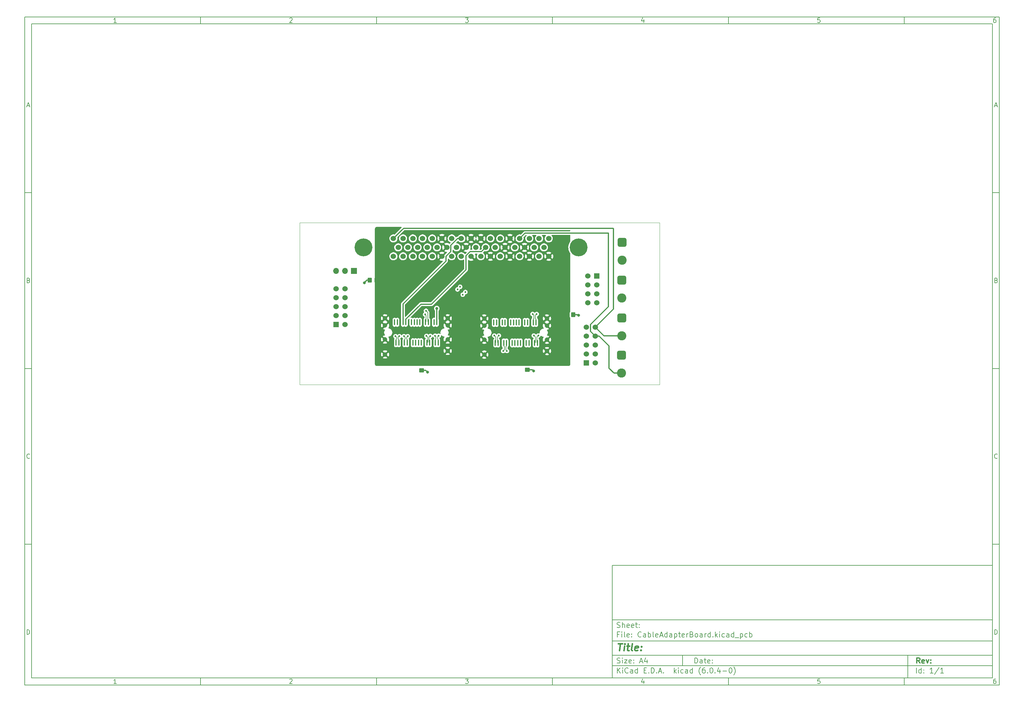
<source format=gbr>
%TF.GenerationSoftware,KiCad,Pcbnew,(6.0.4-0)*%
%TF.CreationDate,2023-08-06T12:43:48-07:00*%
%TF.ProjectId,CableAdapterBoard,4361626c-6541-4646-9170-746572426f61,rev?*%
%TF.SameCoordinates,Original*%
%TF.FileFunction,Copper,L1,Top*%
%TF.FilePolarity,Positive*%
%FSLAX46Y46*%
G04 Gerber Fmt 4.6, Leading zero omitted, Abs format (unit mm)*
G04 Created by KiCad (PCBNEW (6.0.4-0)) date 2023-08-06 12:43:48*
%MOMM*%
%LPD*%
G01*
G04 APERTURE LIST*
G04 Aperture macros list*
%AMRoundRect*
0 Rectangle with rounded corners*
0 $1 Rounding radius*
0 $2 $3 $4 $5 $6 $7 $8 $9 X,Y pos of 4 corners*
0 Add a 4 corners polygon primitive as box body*
4,1,4,$2,$3,$4,$5,$6,$7,$8,$9,$2,$3,0*
0 Add four circle primitives for the rounded corners*
1,1,$1+$1,$2,$3*
1,1,$1+$1,$4,$5*
1,1,$1+$1,$6,$7*
1,1,$1+$1,$8,$9*
0 Add four rect primitives between the rounded corners*
20,1,$1+$1,$2,$3,$4,$5,0*
20,1,$1+$1,$4,$5,$6,$7,0*
20,1,$1+$1,$6,$7,$8,$9,0*
20,1,$1+$1,$8,$9,$2,$3,0*%
G04 Aperture macros list end*
%ADD10C,0.100000*%
%ADD11C,0.150000*%
%ADD12C,0.300000*%
%ADD13C,0.400000*%
%TA.AperFunction,Profile*%
%ADD14C,0.100000*%
%TD*%
%TA.AperFunction,ComponentPad*%
%ADD15R,1.700000X1.700000*%
%TD*%
%TA.AperFunction,ComponentPad*%
%ADD16O,1.700000X1.700000*%
%TD*%
%TA.AperFunction,SMDPad,CuDef*%
%ADD17O,0.350000X1.800000*%
%TD*%
%TA.AperFunction,ComponentPad*%
%ADD18C,1.308000*%
%TD*%
%TA.AperFunction,ComponentPad*%
%ADD19R,1.530000X1.530000*%
%TD*%
%TA.AperFunction,ComponentPad*%
%ADD20C,1.530000*%
%TD*%
%TA.AperFunction,ComponentPad*%
%ADD21RoundRect,0.650000X-0.650000X0.650000X-0.650000X-0.650000X0.650000X-0.650000X0.650000X0.650000X0*%
%TD*%
%TA.AperFunction,ComponentPad*%
%ADD22C,2.600000*%
%TD*%
%TA.AperFunction,SMDPad,CuDef*%
%ADD23RoundRect,0.250000X0.350000X0.450000X-0.350000X0.450000X-0.350000X-0.450000X0.350000X-0.450000X0*%
%TD*%
%TA.AperFunction,SMDPad,CuDef*%
%ADD24RoundRect,0.250000X-0.350000X-0.450000X0.350000X-0.450000X0.350000X0.450000X-0.350000X0.450000X0*%
%TD*%
%TA.AperFunction,SMDPad,CuDef*%
%ADD25RoundRect,0.250000X-0.450000X0.350000X-0.450000X-0.350000X0.450000X-0.350000X0.450000X0.350000X0*%
%TD*%
%TA.AperFunction,ComponentPad*%
%ADD26C,1.524000*%
%TD*%
%TA.AperFunction,ComponentPad*%
%ADD27C,5.080000*%
%TD*%
%TA.AperFunction,ViaPad*%
%ADD28C,0.800000*%
%TD*%
%TA.AperFunction,ViaPad*%
%ADD29C,0.520700*%
%TD*%
%TA.AperFunction,Conductor*%
%ADD30C,0.304800*%
%TD*%
%TA.AperFunction,Conductor*%
%ADD31C,0.200000*%
%TD*%
G04 APERTURE END LIST*
D10*
D11*
X177002200Y-166007200D02*
X177002200Y-198007200D01*
X285002200Y-198007200D01*
X285002200Y-166007200D01*
X177002200Y-166007200D01*
D10*
D11*
X10000000Y-10000000D02*
X10000000Y-200007200D01*
X287002200Y-200007200D01*
X287002200Y-10000000D01*
X10000000Y-10000000D01*
D10*
D11*
X12000000Y-12000000D02*
X12000000Y-198007200D01*
X285002200Y-198007200D01*
X285002200Y-12000000D01*
X12000000Y-12000000D01*
D10*
D11*
X60000000Y-12000000D02*
X60000000Y-10000000D01*
D10*
D11*
X110000000Y-12000000D02*
X110000000Y-10000000D01*
D10*
D11*
X160000000Y-12000000D02*
X160000000Y-10000000D01*
D10*
D11*
X210000000Y-12000000D02*
X210000000Y-10000000D01*
D10*
D11*
X260000000Y-12000000D02*
X260000000Y-10000000D01*
D10*
D11*
X36065476Y-11588095D02*
X35322619Y-11588095D01*
X35694047Y-11588095D02*
X35694047Y-10288095D01*
X35570238Y-10473809D01*
X35446428Y-10597619D01*
X35322619Y-10659523D01*
D10*
D11*
X85322619Y-10411904D02*
X85384523Y-10350000D01*
X85508333Y-10288095D01*
X85817857Y-10288095D01*
X85941666Y-10350000D01*
X86003571Y-10411904D01*
X86065476Y-10535714D01*
X86065476Y-10659523D01*
X86003571Y-10845238D01*
X85260714Y-11588095D01*
X86065476Y-11588095D01*
D10*
D11*
X135260714Y-10288095D02*
X136065476Y-10288095D01*
X135632142Y-10783333D01*
X135817857Y-10783333D01*
X135941666Y-10845238D01*
X136003571Y-10907142D01*
X136065476Y-11030952D01*
X136065476Y-11340476D01*
X136003571Y-11464285D01*
X135941666Y-11526190D01*
X135817857Y-11588095D01*
X135446428Y-11588095D01*
X135322619Y-11526190D01*
X135260714Y-11464285D01*
D10*
D11*
X185941666Y-10721428D02*
X185941666Y-11588095D01*
X185632142Y-10226190D02*
X185322619Y-11154761D01*
X186127380Y-11154761D01*
D10*
D11*
X236003571Y-10288095D02*
X235384523Y-10288095D01*
X235322619Y-10907142D01*
X235384523Y-10845238D01*
X235508333Y-10783333D01*
X235817857Y-10783333D01*
X235941666Y-10845238D01*
X236003571Y-10907142D01*
X236065476Y-11030952D01*
X236065476Y-11340476D01*
X236003571Y-11464285D01*
X235941666Y-11526190D01*
X235817857Y-11588095D01*
X235508333Y-11588095D01*
X235384523Y-11526190D01*
X235322619Y-11464285D01*
D10*
D11*
X285941666Y-10288095D02*
X285694047Y-10288095D01*
X285570238Y-10350000D01*
X285508333Y-10411904D01*
X285384523Y-10597619D01*
X285322619Y-10845238D01*
X285322619Y-11340476D01*
X285384523Y-11464285D01*
X285446428Y-11526190D01*
X285570238Y-11588095D01*
X285817857Y-11588095D01*
X285941666Y-11526190D01*
X286003571Y-11464285D01*
X286065476Y-11340476D01*
X286065476Y-11030952D01*
X286003571Y-10907142D01*
X285941666Y-10845238D01*
X285817857Y-10783333D01*
X285570238Y-10783333D01*
X285446428Y-10845238D01*
X285384523Y-10907142D01*
X285322619Y-11030952D01*
D10*
D11*
X60000000Y-198007200D02*
X60000000Y-200007200D01*
D10*
D11*
X110000000Y-198007200D02*
X110000000Y-200007200D01*
D10*
D11*
X160000000Y-198007200D02*
X160000000Y-200007200D01*
D10*
D11*
X210000000Y-198007200D02*
X210000000Y-200007200D01*
D10*
D11*
X260000000Y-198007200D02*
X260000000Y-200007200D01*
D10*
D11*
X36065476Y-199595295D02*
X35322619Y-199595295D01*
X35694047Y-199595295D02*
X35694047Y-198295295D01*
X35570238Y-198481009D01*
X35446428Y-198604819D01*
X35322619Y-198666723D01*
D10*
D11*
X85322619Y-198419104D02*
X85384523Y-198357200D01*
X85508333Y-198295295D01*
X85817857Y-198295295D01*
X85941666Y-198357200D01*
X86003571Y-198419104D01*
X86065476Y-198542914D01*
X86065476Y-198666723D01*
X86003571Y-198852438D01*
X85260714Y-199595295D01*
X86065476Y-199595295D01*
D10*
D11*
X135260714Y-198295295D02*
X136065476Y-198295295D01*
X135632142Y-198790533D01*
X135817857Y-198790533D01*
X135941666Y-198852438D01*
X136003571Y-198914342D01*
X136065476Y-199038152D01*
X136065476Y-199347676D01*
X136003571Y-199471485D01*
X135941666Y-199533390D01*
X135817857Y-199595295D01*
X135446428Y-199595295D01*
X135322619Y-199533390D01*
X135260714Y-199471485D01*
D10*
D11*
X185941666Y-198728628D02*
X185941666Y-199595295D01*
X185632142Y-198233390D02*
X185322619Y-199161961D01*
X186127380Y-199161961D01*
D10*
D11*
X236003571Y-198295295D02*
X235384523Y-198295295D01*
X235322619Y-198914342D01*
X235384523Y-198852438D01*
X235508333Y-198790533D01*
X235817857Y-198790533D01*
X235941666Y-198852438D01*
X236003571Y-198914342D01*
X236065476Y-199038152D01*
X236065476Y-199347676D01*
X236003571Y-199471485D01*
X235941666Y-199533390D01*
X235817857Y-199595295D01*
X235508333Y-199595295D01*
X235384523Y-199533390D01*
X235322619Y-199471485D01*
D10*
D11*
X285941666Y-198295295D02*
X285694047Y-198295295D01*
X285570238Y-198357200D01*
X285508333Y-198419104D01*
X285384523Y-198604819D01*
X285322619Y-198852438D01*
X285322619Y-199347676D01*
X285384523Y-199471485D01*
X285446428Y-199533390D01*
X285570238Y-199595295D01*
X285817857Y-199595295D01*
X285941666Y-199533390D01*
X286003571Y-199471485D01*
X286065476Y-199347676D01*
X286065476Y-199038152D01*
X286003571Y-198914342D01*
X285941666Y-198852438D01*
X285817857Y-198790533D01*
X285570238Y-198790533D01*
X285446428Y-198852438D01*
X285384523Y-198914342D01*
X285322619Y-199038152D01*
D10*
D11*
X10000000Y-60000000D02*
X12000000Y-60000000D01*
D10*
D11*
X10000000Y-110000000D02*
X12000000Y-110000000D01*
D10*
D11*
X10000000Y-160000000D02*
X12000000Y-160000000D01*
D10*
D11*
X10690476Y-35216666D02*
X11309523Y-35216666D01*
X10566666Y-35588095D02*
X11000000Y-34288095D01*
X11433333Y-35588095D01*
D10*
D11*
X11092857Y-84907142D02*
X11278571Y-84969047D01*
X11340476Y-85030952D01*
X11402380Y-85154761D01*
X11402380Y-85340476D01*
X11340476Y-85464285D01*
X11278571Y-85526190D01*
X11154761Y-85588095D01*
X10659523Y-85588095D01*
X10659523Y-84288095D01*
X11092857Y-84288095D01*
X11216666Y-84350000D01*
X11278571Y-84411904D01*
X11340476Y-84535714D01*
X11340476Y-84659523D01*
X11278571Y-84783333D01*
X11216666Y-84845238D01*
X11092857Y-84907142D01*
X10659523Y-84907142D01*
D10*
D11*
X11402380Y-135464285D02*
X11340476Y-135526190D01*
X11154761Y-135588095D01*
X11030952Y-135588095D01*
X10845238Y-135526190D01*
X10721428Y-135402380D01*
X10659523Y-135278571D01*
X10597619Y-135030952D01*
X10597619Y-134845238D01*
X10659523Y-134597619D01*
X10721428Y-134473809D01*
X10845238Y-134350000D01*
X11030952Y-134288095D01*
X11154761Y-134288095D01*
X11340476Y-134350000D01*
X11402380Y-134411904D01*
D10*
D11*
X10659523Y-185588095D02*
X10659523Y-184288095D01*
X10969047Y-184288095D01*
X11154761Y-184350000D01*
X11278571Y-184473809D01*
X11340476Y-184597619D01*
X11402380Y-184845238D01*
X11402380Y-185030952D01*
X11340476Y-185278571D01*
X11278571Y-185402380D01*
X11154761Y-185526190D01*
X10969047Y-185588095D01*
X10659523Y-185588095D01*
D10*
D11*
X287002200Y-60000000D02*
X285002200Y-60000000D01*
D10*
D11*
X287002200Y-110000000D02*
X285002200Y-110000000D01*
D10*
D11*
X287002200Y-160000000D02*
X285002200Y-160000000D01*
D10*
D11*
X285692676Y-35216666D02*
X286311723Y-35216666D01*
X285568866Y-35588095D02*
X286002200Y-34288095D01*
X286435533Y-35588095D01*
D10*
D11*
X286095057Y-84907142D02*
X286280771Y-84969047D01*
X286342676Y-85030952D01*
X286404580Y-85154761D01*
X286404580Y-85340476D01*
X286342676Y-85464285D01*
X286280771Y-85526190D01*
X286156961Y-85588095D01*
X285661723Y-85588095D01*
X285661723Y-84288095D01*
X286095057Y-84288095D01*
X286218866Y-84350000D01*
X286280771Y-84411904D01*
X286342676Y-84535714D01*
X286342676Y-84659523D01*
X286280771Y-84783333D01*
X286218866Y-84845238D01*
X286095057Y-84907142D01*
X285661723Y-84907142D01*
D10*
D11*
X286404580Y-135464285D02*
X286342676Y-135526190D01*
X286156961Y-135588095D01*
X286033152Y-135588095D01*
X285847438Y-135526190D01*
X285723628Y-135402380D01*
X285661723Y-135278571D01*
X285599819Y-135030952D01*
X285599819Y-134845238D01*
X285661723Y-134597619D01*
X285723628Y-134473809D01*
X285847438Y-134350000D01*
X286033152Y-134288095D01*
X286156961Y-134288095D01*
X286342676Y-134350000D01*
X286404580Y-134411904D01*
D10*
D11*
X285661723Y-185588095D02*
X285661723Y-184288095D01*
X285971247Y-184288095D01*
X286156961Y-184350000D01*
X286280771Y-184473809D01*
X286342676Y-184597619D01*
X286404580Y-184845238D01*
X286404580Y-185030952D01*
X286342676Y-185278571D01*
X286280771Y-185402380D01*
X286156961Y-185526190D01*
X285971247Y-185588095D01*
X285661723Y-185588095D01*
D10*
D11*
X200434342Y-193785771D02*
X200434342Y-192285771D01*
X200791485Y-192285771D01*
X201005771Y-192357200D01*
X201148628Y-192500057D01*
X201220057Y-192642914D01*
X201291485Y-192928628D01*
X201291485Y-193142914D01*
X201220057Y-193428628D01*
X201148628Y-193571485D01*
X201005771Y-193714342D01*
X200791485Y-193785771D01*
X200434342Y-193785771D01*
X202577200Y-193785771D02*
X202577200Y-193000057D01*
X202505771Y-192857200D01*
X202362914Y-192785771D01*
X202077200Y-192785771D01*
X201934342Y-192857200D01*
X202577200Y-193714342D02*
X202434342Y-193785771D01*
X202077200Y-193785771D01*
X201934342Y-193714342D01*
X201862914Y-193571485D01*
X201862914Y-193428628D01*
X201934342Y-193285771D01*
X202077200Y-193214342D01*
X202434342Y-193214342D01*
X202577200Y-193142914D01*
X203077200Y-192785771D02*
X203648628Y-192785771D01*
X203291485Y-192285771D02*
X203291485Y-193571485D01*
X203362914Y-193714342D01*
X203505771Y-193785771D01*
X203648628Y-193785771D01*
X204720057Y-193714342D02*
X204577200Y-193785771D01*
X204291485Y-193785771D01*
X204148628Y-193714342D01*
X204077200Y-193571485D01*
X204077200Y-193000057D01*
X204148628Y-192857200D01*
X204291485Y-192785771D01*
X204577200Y-192785771D01*
X204720057Y-192857200D01*
X204791485Y-193000057D01*
X204791485Y-193142914D01*
X204077200Y-193285771D01*
X205434342Y-193642914D02*
X205505771Y-193714342D01*
X205434342Y-193785771D01*
X205362914Y-193714342D01*
X205434342Y-193642914D01*
X205434342Y-193785771D01*
X205434342Y-192857200D02*
X205505771Y-192928628D01*
X205434342Y-193000057D01*
X205362914Y-192928628D01*
X205434342Y-192857200D01*
X205434342Y-193000057D01*
D10*
D11*
X177002200Y-194507200D02*
X285002200Y-194507200D01*
D10*
D11*
X178434342Y-196585771D02*
X178434342Y-195085771D01*
X179291485Y-196585771D02*
X178648628Y-195728628D01*
X179291485Y-195085771D02*
X178434342Y-195942914D01*
X179934342Y-196585771D02*
X179934342Y-195585771D01*
X179934342Y-195085771D02*
X179862914Y-195157200D01*
X179934342Y-195228628D01*
X180005771Y-195157200D01*
X179934342Y-195085771D01*
X179934342Y-195228628D01*
X181505771Y-196442914D02*
X181434342Y-196514342D01*
X181220057Y-196585771D01*
X181077200Y-196585771D01*
X180862914Y-196514342D01*
X180720057Y-196371485D01*
X180648628Y-196228628D01*
X180577200Y-195942914D01*
X180577200Y-195728628D01*
X180648628Y-195442914D01*
X180720057Y-195300057D01*
X180862914Y-195157200D01*
X181077200Y-195085771D01*
X181220057Y-195085771D01*
X181434342Y-195157200D01*
X181505771Y-195228628D01*
X182791485Y-196585771D02*
X182791485Y-195800057D01*
X182720057Y-195657200D01*
X182577200Y-195585771D01*
X182291485Y-195585771D01*
X182148628Y-195657200D01*
X182791485Y-196514342D02*
X182648628Y-196585771D01*
X182291485Y-196585771D01*
X182148628Y-196514342D01*
X182077200Y-196371485D01*
X182077200Y-196228628D01*
X182148628Y-196085771D01*
X182291485Y-196014342D01*
X182648628Y-196014342D01*
X182791485Y-195942914D01*
X184148628Y-196585771D02*
X184148628Y-195085771D01*
X184148628Y-196514342D02*
X184005771Y-196585771D01*
X183720057Y-196585771D01*
X183577200Y-196514342D01*
X183505771Y-196442914D01*
X183434342Y-196300057D01*
X183434342Y-195871485D01*
X183505771Y-195728628D01*
X183577200Y-195657200D01*
X183720057Y-195585771D01*
X184005771Y-195585771D01*
X184148628Y-195657200D01*
X186005771Y-195800057D02*
X186505771Y-195800057D01*
X186720057Y-196585771D02*
X186005771Y-196585771D01*
X186005771Y-195085771D01*
X186720057Y-195085771D01*
X187362914Y-196442914D02*
X187434342Y-196514342D01*
X187362914Y-196585771D01*
X187291485Y-196514342D01*
X187362914Y-196442914D01*
X187362914Y-196585771D01*
X188077200Y-196585771D02*
X188077200Y-195085771D01*
X188434342Y-195085771D01*
X188648628Y-195157200D01*
X188791485Y-195300057D01*
X188862914Y-195442914D01*
X188934342Y-195728628D01*
X188934342Y-195942914D01*
X188862914Y-196228628D01*
X188791485Y-196371485D01*
X188648628Y-196514342D01*
X188434342Y-196585771D01*
X188077200Y-196585771D01*
X189577200Y-196442914D02*
X189648628Y-196514342D01*
X189577200Y-196585771D01*
X189505771Y-196514342D01*
X189577200Y-196442914D01*
X189577200Y-196585771D01*
X190220057Y-196157200D02*
X190934342Y-196157200D01*
X190077200Y-196585771D02*
X190577200Y-195085771D01*
X191077200Y-196585771D01*
X191577200Y-196442914D02*
X191648628Y-196514342D01*
X191577200Y-196585771D01*
X191505771Y-196514342D01*
X191577200Y-196442914D01*
X191577200Y-196585771D01*
X194577200Y-196585771D02*
X194577200Y-195085771D01*
X194720057Y-196014342D02*
X195148628Y-196585771D01*
X195148628Y-195585771D02*
X194577200Y-196157200D01*
X195791485Y-196585771D02*
X195791485Y-195585771D01*
X195791485Y-195085771D02*
X195720057Y-195157200D01*
X195791485Y-195228628D01*
X195862914Y-195157200D01*
X195791485Y-195085771D01*
X195791485Y-195228628D01*
X197148628Y-196514342D02*
X197005771Y-196585771D01*
X196720057Y-196585771D01*
X196577200Y-196514342D01*
X196505771Y-196442914D01*
X196434342Y-196300057D01*
X196434342Y-195871485D01*
X196505771Y-195728628D01*
X196577200Y-195657200D01*
X196720057Y-195585771D01*
X197005771Y-195585771D01*
X197148628Y-195657200D01*
X198434342Y-196585771D02*
X198434342Y-195800057D01*
X198362914Y-195657200D01*
X198220057Y-195585771D01*
X197934342Y-195585771D01*
X197791485Y-195657200D01*
X198434342Y-196514342D02*
X198291485Y-196585771D01*
X197934342Y-196585771D01*
X197791485Y-196514342D01*
X197720057Y-196371485D01*
X197720057Y-196228628D01*
X197791485Y-196085771D01*
X197934342Y-196014342D01*
X198291485Y-196014342D01*
X198434342Y-195942914D01*
X199791485Y-196585771D02*
X199791485Y-195085771D01*
X199791485Y-196514342D02*
X199648628Y-196585771D01*
X199362914Y-196585771D01*
X199220057Y-196514342D01*
X199148628Y-196442914D01*
X199077200Y-196300057D01*
X199077200Y-195871485D01*
X199148628Y-195728628D01*
X199220057Y-195657200D01*
X199362914Y-195585771D01*
X199648628Y-195585771D01*
X199791485Y-195657200D01*
X202077200Y-197157200D02*
X202005771Y-197085771D01*
X201862914Y-196871485D01*
X201791485Y-196728628D01*
X201720057Y-196514342D01*
X201648628Y-196157200D01*
X201648628Y-195871485D01*
X201720057Y-195514342D01*
X201791485Y-195300057D01*
X201862914Y-195157200D01*
X202005771Y-194942914D01*
X202077200Y-194871485D01*
X203291485Y-195085771D02*
X203005771Y-195085771D01*
X202862914Y-195157200D01*
X202791485Y-195228628D01*
X202648628Y-195442914D01*
X202577200Y-195728628D01*
X202577200Y-196300057D01*
X202648628Y-196442914D01*
X202720057Y-196514342D01*
X202862914Y-196585771D01*
X203148628Y-196585771D01*
X203291485Y-196514342D01*
X203362914Y-196442914D01*
X203434342Y-196300057D01*
X203434342Y-195942914D01*
X203362914Y-195800057D01*
X203291485Y-195728628D01*
X203148628Y-195657200D01*
X202862914Y-195657200D01*
X202720057Y-195728628D01*
X202648628Y-195800057D01*
X202577200Y-195942914D01*
X204077200Y-196442914D02*
X204148628Y-196514342D01*
X204077200Y-196585771D01*
X204005771Y-196514342D01*
X204077200Y-196442914D01*
X204077200Y-196585771D01*
X205077200Y-195085771D02*
X205220057Y-195085771D01*
X205362914Y-195157200D01*
X205434342Y-195228628D01*
X205505771Y-195371485D01*
X205577200Y-195657200D01*
X205577200Y-196014342D01*
X205505771Y-196300057D01*
X205434342Y-196442914D01*
X205362914Y-196514342D01*
X205220057Y-196585771D01*
X205077200Y-196585771D01*
X204934342Y-196514342D01*
X204862914Y-196442914D01*
X204791485Y-196300057D01*
X204720057Y-196014342D01*
X204720057Y-195657200D01*
X204791485Y-195371485D01*
X204862914Y-195228628D01*
X204934342Y-195157200D01*
X205077200Y-195085771D01*
X206220057Y-196442914D02*
X206291485Y-196514342D01*
X206220057Y-196585771D01*
X206148628Y-196514342D01*
X206220057Y-196442914D01*
X206220057Y-196585771D01*
X207577200Y-195585771D02*
X207577200Y-196585771D01*
X207220057Y-195014342D02*
X206862914Y-196085771D01*
X207791485Y-196085771D01*
X208362914Y-196014342D02*
X209505771Y-196014342D01*
X210505771Y-195085771D02*
X210648628Y-195085771D01*
X210791485Y-195157200D01*
X210862914Y-195228628D01*
X210934342Y-195371485D01*
X211005771Y-195657200D01*
X211005771Y-196014342D01*
X210934342Y-196300057D01*
X210862914Y-196442914D01*
X210791485Y-196514342D01*
X210648628Y-196585771D01*
X210505771Y-196585771D01*
X210362914Y-196514342D01*
X210291485Y-196442914D01*
X210220057Y-196300057D01*
X210148628Y-196014342D01*
X210148628Y-195657200D01*
X210220057Y-195371485D01*
X210291485Y-195228628D01*
X210362914Y-195157200D01*
X210505771Y-195085771D01*
X211505771Y-197157200D02*
X211577200Y-197085771D01*
X211720057Y-196871485D01*
X211791485Y-196728628D01*
X211862914Y-196514342D01*
X211934342Y-196157200D01*
X211934342Y-195871485D01*
X211862914Y-195514342D01*
X211791485Y-195300057D01*
X211720057Y-195157200D01*
X211577200Y-194942914D01*
X211505771Y-194871485D01*
D10*
D11*
X177002200Y-191507200D02*
X285002200Y-191507200D01*
D10*
D12*
X264411485Y-193785771D02*
X263911485Y-193071485D01*
X263554342Y-193785771D02*
X263554342Y-192285771D01*
X264125771Y-192285771D01*
X264268628Y-192357200D01*
X264340057Y-192428628D01*
X264411485Y-192571485D01*
X264411485Y-192785771D01*
X264340057Y-192928628D01*
X264268628Y-193000057D01*
X264125771Y-193071485D01*
X263554342Y-193071485D01*
X265625771Y-193714342D02*
X265482914Y-193785771D01*
X265197200Y-193785771D01*
X265054342Y-193714342D01*
X264982914Y-193571485D01*
X264982914Y-193000057D01*
X265054342Y-192857200D01*
X265197200Y-192785771D01*
X265482914Y-192785771D01*
X265625771Y-192857200D01*
X265697200Y-193000057D01*
X265697200Y-193142914D01*
X264982914Y-193285771D01*
X266197200Y-192785771D02*
X266554342Y-193785771D01*
X266911485Y-192785771D01*
X267482914Y-193642914D02*
X267554342Y-193714342D01*
X267482914Y-193785771D01*
X267411485Y-193714342D01*
X267482914Y-193642914D01*
X267482914Y-193785771D01*
X267482914Y-192857200D02*
X267554342Y-192928628D01*
X267482914Y-193000057D01*
X267411485Y-192928628D01*
X267482914Y-192857200D01*
X267482914Y-193000057D01*
D10*
D11*
X178362914Y-193714342D02*
X178577200Y-193785771D01*
X178934342Y-193785771D01*
X179077200Y-193714342D01*
X179148628Y-193642914D01*
X179220057Y-193500057D01*
X179220057Y-193357200D01*
X179148628Y-193214342D01*
X179077200Y-193142914D01*
X178934342Y-193071485D01*
X178648628Y-193000057D01*
X178505771Y-192928628D01*
X178434342Y-192857200D01*
X178362914Y-192714342D01*
X178362914Y-192571485D01*
X178434342Y-192428628D01*
X178505771Y-192357200D01*
X178648628Y-192285771D01*
X179005771Y-192285771D01*
X179220057Y-192357200D01*
X179862914Y-193785771D02*
X179862914Y-192785771D01*
X179862914Y-192285771D02*
X179791485Y-192357200D01*
X179862914Y-192428628D01*
X179934342Y-192357200D01*
X179862914Y-192285771D01*
X179862914Y-192428628D01*
X180434342Y-192785771D02*
X181220057Y-192785771D01*
X180434342Y-193785771D01*
X181220057Y-193785771D01*
X182362914Y-193714342D02*
X182220057Y-193785771D01*
X181934342Y-193785771D01*
X181791485Y-193714342D01*
X181720057Y-193571485D01*
X181720057Y-193000057D01*
X181791485Y-192857200D01*
X181934342Y-192785771D01*
X182220057Y-192785771D01*
X182362914Y-192857200D01*
X182434342Y-193000057D01*
X182434342Y-193142914D01*
X181720057Y-193285771D01*
X183077200Y-193642914D02*
X183148628Y-193714342D01*
X183077200Y-193785771D01*
X183005771Y-193714342D01*
X183077200Y-193642914D01*
X183077200Y-193785771D01*
X183077200Y-192857200D02*
X183148628Y-192928628D01*
X183077200Y-193000057D01*
X183005771Y-192928628D01*
X183077200Y-192857200D01*
X183077200Y-193000057D01*
X184862914Y-193357200D02*
X185577200Y-193357200D01*
X184720057Y-193785771D02*
X185220057Y-192285771D01*
X185720057Y-193785771D01*
X186862914Y-192785771D02*
X186862914Y-193785771D01*
X186505771Y-192214342D02*
X186148628Y-193285771D01*
X187077200Y-193285771D01*
D10*
D11*
X263434342Y-196585771D02*
X263434342Y-195085771D01*
X264791485Y-196585771D02*
X264791485Y-195085771D01*
X264791485Y-196514342D02*
X264648628Y-196585771D01*
X264362914Y-196585771D01*
X264220057Y-196514342D01*
X264148628Y-196442914D01*
X264077200Y-196300057D01*
X264077200Y-195871485D01*
X264148628Y-195728628D01*
X264220057Y-195657200D01*
X264362914Y-195585771D01*
X264648628Y-195585771D01*
X264791485Y-195657200D01*
X265505771Y-196442914D02*
X265577200Y-196514342D01*
X265505771Y-196585771D01*
X265434342Y-196514342D01*
X265505771Y-196442914D01*
X265505771Y-196585771D01*
X265505771Y-195657200D02*
X265577200Y-195728628D01*
X265505771Y-195800057D01*
X265434342Y-195728628D01*
X265505771Y-195657200D01*
X265505771Y-195800057D01*
X268148628Y-196585771D02*
X267291485Y-196585771D01*
X267720057Y-196585771D02*
X267720057Y-195085771D01*
X267577200Y-195300057D01*
X267434342Y-195442914D01*
X267291485Y-195514342D01*
X269862914Y-195014342D02*
X268577200Y-196942914D01*
X271148628Y-196585771D02*
X270291485Y-196585771D01*
X270720057Y-196585771D02*
X270720057Y-195085771D01*
X270577200Y-195300057D01*
X270434342Y-195442914D01*
X270291485Y-195514342D01*
D10*
D11*
X177002200Y-187507200D02*
X285002200Y-187507200D01*
D10*
D13*
X178714580Y-188211961D02*
X179857438Y-188211961D01*
X179036009Y-190211961D02*
X179286009Y-188211961D01*
X180274104Y-190211961D02*
X180440771Y-188878628D01*
X180524104Y-188211961D02*
X180416961Y-188307200D01*
X180500295Y-188402438D01*
X180607438Y-188307200D01*
X180524104Y-188211961D01*
X180500295Y-188402438D01*
X181107438Y-188878628D02*
X181869342Y-188878628D01*
X181476485Y-188211961D02*
X181262200Y-189926247D01*
X181333628Y-190116723D01*
X181512200Y-190211961D01*
X181702676Y-190211961D01*
X182655057Y-190211961D02*
X182476485Y-190116723D01*
X182405057Y-189926247D01*
X182619342Y-188211961D01*
X184190771Y-190116723D02*
X183988390Y-190211961D01*
X183607438Y-190211961D01*
X183428866Y-190116723D01*
X183357438Y-189926247D01*
X183452676Y-189164342D01*
X183571723Y-188973866D01*
X183774104Y-188878628D01*
X184155057Y-188878628D01*
X184333628Y-188973866D01*
X184405057Y-189164342D01*
X184381247Y-189354819D01*
X183405057Y-189545295D01*
X185155057Y-190021485D02*
X185238390Y-190116723D01*
X185131247Y-190211961D01*
X185047914Y-190116723D01*
X185155057Y-190021485D01*
X185131247Y-190211961D01*
X185286009Y-188973866D02*
X185369342Y-189069104D01*
X185262200Y-189164342D01*
X185178866Y-189069104D01*
X185286009Y-188973866D01*
X185262200Y-189164342D01*
D10*
D11*
X178934342Y-185600057D02*
X178434342Y-185600057D01*
X178434342Y-186385771D02*
X178434342Y-184885771D01*
X179148628Y-184885771D01*
X179720057Y-186385771D02*
X179720057Y-185385771D01*
X179720057Y-184885771D02*
X179648628Y-184957200D01*
X179720057Y-185028628D01*
X179791485Y-184957200D01*
X179720057Y-184885771D01*
X179720057Y-185028628D01*
X180648628Y-186385771D02*
X180505771Y-186314342D01*
X180434342Y-186171485D01*
X180434342Y-184885771D01*
X181791485Y-186314342D02*
X181648628Y-186385771D01*
X181362914Y-186385771D01*
X181220057Y-186314342D01*
X181148628Y-186171485D01*
X181148628Y-185600057D01*
X181220057Y-185457200D01*
X181362914Y-185385771D01*
X181648628Y-185385771D01*
X181791485Y-185457200D01*
X181862914Y-185600057D01*
X181862914Y-185742914D01*
X181148628Y-185885771D01*
X182505771Y-186242914D02*
X182577200Y-186314342D01*
X182505771Y-186385771D01*
X182434342Y-186314342D01*
X182505771Y-186242914D01*
X182505771Y-186385771D01*
X182505771Y-185457200D02*
X182577200Y-185528628D01*
X182505771Y-185600057D01*
X182434342Y-185528628D01*
X182505771Y-185457200D01*
X182505771Y-185600057D01*
X185220057Y-186242914D02*
X185148628Y-186314342D01*
X184934342Y-186385771D01*
X184791485Y-186385771D01*
X184577200Y-186314342D01*
X184434342Y-186171485D01*
X184362914Y-186028628D01*
X184291485Y-185742914D01*
X184291485Y-185528628D01*
X184362914Y-185242914D01*
X184434342Y-185100057D01*
X184577200Y-184957200D01*
X184791485Y-184885771D01*
X184934342Y-184885771D01*
X185148628Y-184957200D01*
X185220057Y-185028628D01*
X186505771Y-186385771D02*
X186505771Y-185600057D01*
X186434342Y-185457200D01*
X186291485Y-185385771D01*
X186005771Y-185385771D01*
X185862914Y-185457200D01*
X186505771Y-186314342D02*
X186362914Y-186385771D01*
X186005771Y-186385771D01*
X185862914Y-186314342D01*
X185791485Y-186171485D01*
X185791485Y-186028628D01*
X185862914Y-185885771D01*
X186005771Y-185814342D01*
X186362914Y-185814342D01*
X186505771Y-185742914D01*
X187220057Y-186385771D02*
X187220057Y-184885771D01*
X187220057Y-185457200D02*
X187362914Y-185385771D01*
X187648628Y-185385771D01*
X187791485Y-185457200D01*
X187862914Y-185528628D01*
X187934342Y-185671485D01*
X187934342Y-186100057D01*
X187862914Y-186242914D01*
X187791485Y-186314342D01*
X187648628Y-186385771D01*
X187362914Y-186385771D01*
X187220057Y-186314342D01*
X188791485Y-186385771D02*
X188648628Y-186314342D01*
X188577200Y-186171485D01*
X188577200Y-184885771D01*
X189934342Y-186314342D02*
X189791485Y-186385771D01*
X189505771Y-186385771D01*
X189362914Y-186314342D01*
X189291485Y-186171485D01*
X189291485Y-185600057D01*
X189362914Y-185457200D01*
X189505771Y-185385771D01*
X189791485Y-185385771D01*
X189934342Y-185457200D01*
X190005771Y-185600057D01*
X190005771Y-185742914D01*
X189291485Y-185885771D01*
X190577200Y-185957200D02*
X191291485Y-185957200D01*
X190434342Y-186385771D02*
X190934342Y-184885771D01*
X191434342Y-186385771D01*
X192577200Y-186385771D02*
X192577200Y-184885771D01*
X192577200Y-186314342D02*
X192434342Y-186385771D01*
X192148628Y-186385771D01*
X192005771Y-186314342D01*
X191934342Y-186242914D01*
X191862914Y-186100057D01*
X191862914Y-185671485D01*
X191934342Y-185528628D01*
X192005771Y-185457200D01*
X192148628Y-185385771D01*
X192434342Y-185385771D01*
X192577200Y-185457200D01*
X193934342Y-186385771D02*
X193934342Y-185600057D01*
X193862914Y-185457200D01*
X193720057Y-185385771D01*
X193434342Y-185385771D01*
X193291485Y-185457200D01*
X193934342Y-186314342D02*
X193791485Y-186385771D01*
X193434342Y-186385771D01*
X193291485Y-186314342D01*
X193220057Y-186171485D01*
X193220057Y-186028628D01*
X193291485Y-185885771D01*
X193434342Y-185814342D01*
X193791485Y-185814342D01*
X193934342Y-185742914D01*
X194648628Y-185385771D02*
X194648628Y-186885771D01*
X194648628Y-185457200D02*
X194791485Y-185385771D01*
X195077200Y-185385771D01*
X195220057Y-185457200D01*
X195291485Y-185528628D01*
X195362914Y-185671485D01*
X195362914Y-186100057D01*
X195291485Y-186242914D01*
X195220057Y-186314342D01*
X195077200Y-186385771D01*
X194791485Y-186385771D01*
X194648628Y-186314342D01*
X195791485Y-185385771D02*
X196362914Y-185385771D01*
X196005771Y-184885771D02*
X196005771Y-186171485D01*
X196077200Y-186314342D01*
X196220057Y-186385771D01*
X196362914Y-186385771D01*
X197434342Y-186314342D02*
X197291485Y-186385771D01*
X197005771Y-186385771D01*
X196862914Y-186314342D01*
X196791485Y-186171485D01*
X196791485Y-185600057D01*
X196862914Y-185457200D01*
X197005771Y-185385771D01*
X197291485Y-185385771D01*
X197434342Y-185457200D01*
X197505771Y-185600057D01*
X197505771Y-185742914D01*
X196791485Y-185885771D01*
X198148628Y-186385771D02*
X198148628Y-185385771D01*
X198148628Y-185671485D02*
X198220057Y-185528628D01*
X198291485Y-185457200D01*
X198434342Y-185385771D01*
X198577200Y-185385771D01*
X199577200Y-185600057D02*
X199791485Y-185671485D01*
X199862914Y-185742914D01*
X199934342Y-185885771D01*
X199934342Y-186100057D01*
X199862914Y-186242914D01*
X199791485Y-186314342D01*
X199648628Y-186385771D01*
X199077200Y-186385771D01*
X199077200Y-184885771D01*
X199577200Y-184885771D01*
X199720057Y-184957200D01*
X199791485Y-185028628D01*
X199862914Y-185171485D01*
X199862914Y-185314342D01*
X199791485Y-185457200D01*
X199720057Y-185528628D01*
X199577200Y-185600057D01*
X199077200Y-185600057D01*
X200791485Y-186385771D02*
X200648628Y-186314342D01*
X200577200Y-186242914D01*
X200505771Y-186100057D01*
X200505771Y-185671485D01*
X200577200Y-185528628D01*
X200648628Y-185457200D01*
X200791485Y-185385771D01*
X201005771Y-185385771D01*
X201148628Y-185457200D01*
X201220057Y-185528628D01*
X201291485Y-185671485D01*
X201291485Y-186100057D01*
X201220057Y-186242914D01*
X201148628Y-186314342D01*
X201005771Y-186385771D01*
X200791485Y-186385771D01*
X202577200Y-186385771D02*
X202577200Y-185600057D01*
X202505771Y-185457200D01*
X202362914Y-185385771D01*
X202077200Y-185385771D01*
X201934342Y-185457200D01*
X202577200Y-186314342D02*
X202434342Y-186385771D01*
X202077200Y-186385771D01*
X201934342Y-186314342D01*
X201862914Y-186171485D01*
X201862914Y-186028628D01*
X201934342Y-185885771D01*
X202077200Y-185814342D01*
X202434342Y-185814342D01*
X202577200Y-185742914D01*
X203291485Y-186385771D02*
X203291485Y-185385771D01*
X203291485Y-185671485D02*
X203362914Y-185528628D01*
X203434342Y-185457200D01*
X203577200Y-185385771D01*
X203720057Y-185385771D01*
X204862914Y-186385771D02*
X204862914Y-184885771D01*
X204862914Y-186314342D02*
X204720057Y-186385771D01*
X204434342Y-186385771D01*
X204291485Y-186314342D01*
X204220057Y-186242914D01*
X204148628Y-186100057D01*
X204148628Y-185671485D01*
X204220057Y-185528628D01*
X204291485Y-185457200D01*
X204434342Y-185385771D01*
X204720057Y-185385771D01*
X204862914Y-185457200D01*
X205577200Y-186242914D02*
X205648628Y-186314342D01*
X205577200Y-186385771D01*
X205505771Y-186314342D01*
X205577200Y-186242914D01*
X205577200Y-186385771D01*
X206291485Y-186385771D02*
X206291485Y-184885771D01*
X206434342Y-185814342D02*
X206862914Y-186385771D01*
X206862914Y-185385771D02*
X206291485Y-185957200D01*
X207505771Y-186385771D02*
X207505771Y-185385771D01*
X207505771Y-184885771D02*
X207434342Y-184957200D01*
X207505771Y-185028628D01*
X207577200Y-184957200D01*
X207505771Y-184885771D01*
X207505771Y-185028628D01*
X208862914Y-186314342D02*
X208720057Y-186385771D01*
X208434342Y-186385771D01*
X208291485Y-186314342D01*
X208220057Y-186242914D01*
X208148628Y-186100057D01*
X208148628Y-185671485D01*
X208220057Y-185528628D01*
X208291485Y-185457200D01*
X208434342Y-185385771D01*
X208720057Y-185385771D01*
X208862914Y-185457200D01*
X210148628Y-186385771D02*
X210148628Y-185600057D01*
X210077200Y-185457200D01*
X209934342Y-185385771D01*
X209648628Y-185385771D01*
X209505771Y-185457200D01*
X210148628Y-186314342D02*
X210005771Y-186385771D01*
X209648628Y-186385771D01*
X209505771Y-186314342D01*
X209434342Y-186171485D01*
X209434342Y-186028628D01*
X209505771Y-185885771D01*
X209648628Y-185814342D01*
X210005771Y-185814342D01*
X210148628Y-185742914D01*
X211505771Y-186385771D02*
X211505771Y-184885771D01*
X211505771Y-186314342D02*
X211362914Y-186385771D01*
X211077200Y-186385771D01*
X210934342Y-186314342D01*
X210862914Y-186242914D01*
X210791485Y-186100057D01*
X210791485Y-185671485D01*
X210862914Y-185528628D01*
X210934342Y-185457200D01*
X211077200Y-185385771D01*
X211362914Y-185385771D01*
X211505771Y-185457200D01*
X211862914Y-186528628D02*
X213005771Y-186528628D01*
X213362914Y-185385771D02*
X213362914Y-186885771D01*
X213362914Y-185457200D02*
X213505771Y-185385771D01*
X213791485Y-185385771D01*
X213934342Y-185457200D01*
X214005771Y-185528628D01*
X214077200Y-185671485D01*
X214077200Y-186100057D01*
X214005771Y-186242914D01*
X213934342Y-186314342D01*
X213791485Y-186385771D01*
X213505771Y-186385771D01*
X213362914Y-186314342D01*
X215362914Y-186314342D02*
X215220057Y-186385771D01*
X214934342Y-186385771D01*
X214791485Y-186314342D01*
X214720057Y-186242914D01*
X214648628Y-186100057D01*
X214648628Y-185671485D01*
X214720057Y-185528628D01*
X214791485Y-185457200D01*
X214934342Y-185385771D01*
X215220057Y-185385771D01*
X215362914Y-185457200D01*
X216005771Y-186385771D02*
X216005771Y-184885771D01*
X216005771Y-185457200D02*
X216148628Y-185385771D01*
X216434342Y-185385771D01*
X216577200Y-185457200D01*
X216648628Y-185528628D01*
X216720057Y-185671485D01*
X216720057Y-186100057D01*
X216648628Y-186242914D01*
X216577200Y-186314342D01*
X216434342Y-186385771D01*
X216148628Y-186385771D01*
X216005771Y-186314342D01*
D10*
D11*
X177002200Y-181507200D02*
X285002200Y-181507200D01*
D10*
D11*
X178362914Y-183614342D02*
X178577200Y-183685771D01*
X178934342Y-183685771D01*
X179077200Y-183614342D01*
X179148628Y-183542914D01*
X179220057Y-183400057D01*
X179220057Y-183257200D01*
X179148628Y-183114342D01*
X179077200Y-183042914D01*
X178934342Y-182971485D01*
X178648628Y-182900057D01*
X178505771Y-182828628D01*
X178434342Y-182757200D01*
X178362914Y-182614342D01*
X178362914Y-182471485D01*
X178434342Y-182328628D01*
X178505771Y-182257200D01*
X178648628Y-182185771D01*
X179005771Y-182185771D01*
X179220057Y-182257200D01*
X179862914Y-183685771D02*
X179862914Y-182185771D01*
X180505771Y-183685771D02*
X180505771Y-182900057D01*
X180434342Y-182757200D01*
X180291485Y-182685771D01*
X180077200Y-182685771D01*
X179934342Y-182757200D01*
X179862914Y-182828628D01*
X181791485Y-183614342D02*
X181648628Y-183685771D01*
X181362914Y-183685771D01*
X181220057Y-183614342D01*
X181148628Y-183471485D01*
X181148628Y-182900057D01*
X181220057Y-182757200D01*
X181362914Y-182685771D01*
X181648628Y-182685771D01*
X181791485Y-182757200D01*
X181862914Y-182900057D01*
X181862914Y-183042914D01*
X181148628Y-183185771D01*
X183077200Y-183614342D02*
X182934342Y-183685771D01*
X182648628Y-183685771D01*
X182505771Y-183614342D01*
X182434342Y-183471485D01*
X182434342Y-182900057D01*
X182505771Y-182757200D01*
X182648628Y-182685771D01*
X182934342Y-182685771D01*
X183077200Y-182757200D01*
X183148628Y-182900057D01*
X183148628Y-183042914D01*
X182434342Y-183185771D01*
X183577200Y-182685771D02*
X184148628Y-182685771D01*
X183791485Y-182185771D02*
X183791485Y-183471485D01*
X183862914Y-183614342D01*
X184005771Y-183685771D01*
X184148628Y-183685771D01*
X184648628Y-183542914D02*
X184720057Y-183614342D01*
X184648628Y-183685771D01*
X184577200Y-183614342D01*
X184648628Y-183542914D01*
X184648628Y-183685771D01*
X184648628Y-182757200D02*
X184720057Y-182828628D01*
X184648628Y-182900057D01*
X184577200Y-182828628D01*
X184648628Y-182757200D01*
X184648628Y-182900057D01*
D10*
D12*
D10*
D11*
D10*
D11*
D10*
D11*
D10*
D11*
D10*
D11*
X197002200Y-191507200D02*
X197002200Y-194507200D01*
D10*
D11*
X261002200Y-191507200D02*
X261002200Y-198007200D01*
D14*
X190480000Y-68510000D02*
X190480000Y-114600000D01*
X190480000Y-114600000D02*
X88130000Y-114600000D01*
X88130000Y-114600000D02*
X88130000Y-68510000D01*
X88130000Y-68510000D02*
X162400000Y-68510000D01*
X162400000Y-68510000D02*
X190480000Y-68510000D01*
D15*
%TO.P,JP1,1,A*%
%TO.N,DGND*%
X103610000Y-82200000D03*
D16*
%TO.P,JP1,2,C*%
%TO.N,/d-sub-shield*%
X101070000Y-82200000D03*
%TO.P,JP1,3,B*%
%TO.N,AGND*%
X98530000Y-82200000D03*
%TD*%
D17*
%TO.P,J21,A1,A1*%
%TO.N,DGND*%
X156125000Y-96890000D03*
%TO.P,J21,A2,A2*%
%TO.N,/DATA_OUT_1_P*%
X155325000Y-96890000D03*
%TO.P,J21,A3,A3*%
%TO.N,/DATA_OUT_1_N*%
X154525000Y-96890000D03*
%TO.P,J21,A4,A4*%
%TO.N,DGND*%
X153725000Y-96890000D03*
%TO.P,J21,A5,A5*%
%TO.N,unconnected-(J21-PadA5)*%
X152925000Y-96890000D03*
%TO.P,J21,A6,A6*%
%TO.N,unconnected-(J21-PadA6)*%
X152125000Y-96890000D03*
%TO.P,J21,A7,A7*%
%TO.N,DGND*%
X151325000Y-96890000D03*
%TO.P,J21,A8,A8*%
%TO.N,unconnected-(J21-PadA8)*%
X150525000Y-96890000D03*
%TO.P,J21,A9,A9*%
%TO.N,unconnected-(J21-PadA9)*%
X149725000Y-96890000D03*
%TO.P,J21,A10,A10*%
%TO.N,unconnected-(J21-PadA10)*%
X148925000Y-96890000D03*
%TO.P,J21,A11,A11*%
%TO.N,unconnected-(J21-PadA11)*%
X148125000Y-96890000D03*
%TO.P,J21,A12,A12*%
%TO.N,DGND*%
X147325000Y-96890000D03*
%TO.P,J21,A13,A13*%
%TO.N,unconnected-(J21-PadA13)*%
X146525000Y-96890000D03*
%TO.P,J21,A14,A14*%
%TO.N,unconnected-(J21-PadA14)*%
X145725000Y-96890000D03*
%TO.P,J21,A15,A15*%
%TO.N,DGND*%
X144925000Y-96890000D03*
%TO.P,J21,A16,A16*%
%TO.N,unconnected-(J21-PadA16)*%
X144125000Y-96890000D03*
%TO.P,J21,A17,A17*%
%TO.N,unconnected-(J21-PadA17)*%
X143325000Y-96890000D03*
%TO.P,J21,A18,A18*%
%TO.N,DGND*%
X142525000Y-96890000D03*
%TO.P,J21,B1,B1*%
X156525000Y-102710000D03*
%TO.P,J21,B2,B2*%
%TO.N,/DATA_OUT_0_P*%
X155725000Y-102710000D03*
%TO.P,J21,B3,B3*%
%TO.N,/DATA_OUT_0_N*%
X154925000Y-102710000D03*
%TO.P,J21,B4,B4*%
%TO.N,DGND*%
X154125000Y-102710000D03*
%TO.P,J21,B5,B5*%
%TO.N,unconnected-(J21-PadB5)*%
X153325000Y-102710000D03*
%TO.P,J21,B6,B6*%
%TO.N,unconnected-(J21-PadB6)*%
X152525000Y-102710000D03*
%TO.P,J21,B7,B7*%
%TO.N,DGND*%
X151725000Y-102710000D03*
%TO.P,J21,B8,B8*%
%TO.N,unconnected-(J21-PadB8)*%
X150925000Y-102710000D03*
%TO.P,J21,B9,B9*%
%TO.N,unconnected-(J21-PadB9)*%
X150125000Y-102710000D03*
%TO.P,J21,B10,B10*%
%TO.N,unconnected-(J21-PadB10)*%
X149325000Y-102710000D03*
%TO.P,J21,B11,B11*%
%TO.N,unconnected-(J21-PadB11)*%
X148525000Y-102710000D03*
%TO.P,J21,B12,B12*%
%TO.N,DGND*%
X147725000Y-102710000D03*
%TO.P,J21,B13,B13*%
%TO.N,/WORD_CLK_0_P*%
X146925000Y-102710000D03*
%TO.P,J21,B14,B14*%
%TO.N,/WORD_CLK_0_N*%
X146125000Y-102710000D03*
%TO.P,J21,B15,B15*%
%TO.N,DGND*%
X145325000Y-102710000D03*
%TO.P,J21,B16,B16*%
%TO.N,/RD_CLK_P*%
X144525000Y-102710000D03*
%TO.P,J21,B17,B17*%
%TO.N,/RD_CLK_N*%
X143725000Y-102710000D03*
%TO.P,J21,B18,B18*%
%TO.N,DGND*%
X142925000Y-102710000D03*
D18*
%TO.P,J21,S1,SHIELD*%
X158425000Y-105040000D03*
%TO.P,J21,S2,SHIELD*%
X158425000Y-101800000D03*
%TO.P,J21,S3,SHIELD*%
X158425000Y-97800000D03*
%TO.P,J21,S4,SHIELD*%
X158425000Y-95770000D03*
%TO.P,J21,S5,SHIELD*%
X140625000Y-95770000D03*
%TO.P,J21,S6,SHIELD*%
X140625000Y-97800000D03*
%TO.P,J21,S7,SHIELD*%
X140625000Y-101800000D03*
%TO.P,J21,S8,SHIELD*%
X140625000Y-106040000D03*
%TD*%
D19*
%TO.P,J2,01,01*%
%TO.N,AGND*%
X169595000Y-108422500D03*
D20*
%TO.P,J2,02,02*%
%TO.N,unconnected-(J2-Pad02)*%
X169595000Y-105882500D03*
%TO.P,J2,03,03*%
%TO.N,unconnected-(J2-Pad03)*%
X169595000Y-103342500D03*
%TO.P,J2,04,04*%
%TO.N,unconnected-(J2-Pad04)*%
X169595000Y-100802500D03*
%TO.P,J2,05,05*%
%TO.N,AGND*%
X169595000Y-98262500D03*
%TO.P,J2,06,06*%
%TO.N,unconnected-(J2-Pad06)*%
X172135000Y-108422500D03*
%TO.P,J2,07,07*%
%TO.N,unconnected-(J2-Pad07)*%
X172135000Y-105882500D03*
%TO.P,J2,08,08*%
%TO.N,unconnected-(J2-Pad08)*%
X172135000Y-103342500D03*
%TO.P,J2,09,09*%
%TO.N,/VDD2_Sense*%
X172135000Y-100802500D03*
%TO.P,J2,10,10*%
%TO.N,/VDD1_Sense*%
X172135000Y-98262500D03*
%TD*%
D21*
%TO.P,TP4,1,1*%
%TO.N,DGND*%
X179600000Y-106220000D03*
D22*
%TO.P,TP4,2,2*%
%TO.N,/VDD2_Sense*%
X179600000Y-111300000D03*
%TD*%
D19*
%TO.P,J3,01,01*%
%TO.N,AGND*%
X98495000Y-97497500D03*
D20*
%TO.P,J3,02,02*%
X98495000Y-94957500D03*
%TO.P,J3,03,03*%
X98495000Y-92417500D03*
%TO.P,J3,04,04*%
X98495000Y-89877500D03*
%TO.P,J3,05,05*%
X98495000Y-87337500D03*
%TO.P,J3,06,06*%
%TO.N,/HS_Vdiff*%
X101035000Y-97497500D03*
%TO.P,J3,07,07*%
%TO.N,unconnected-(J3-Pad07)*%
X101035000Y-94957500D03*
%TO.P,J3,08,08*%
%TO.N,/ADC_MON_VIN_P*%
X101035000Y-92417500D03*
%TO.P,J3,09,09*%
%TO.N,/ADC_MON_VCOM*%
X101035000Y-89877500D03*
%TO.P,J3,10,10*%
%TO.N,/ADC_MON_VIN_N*%
X101035000Y-87337500D03*
%TD*%
D23*
%TO.P,R3,1*%
%TO.N,DGND*%
X110030000Y-84890000D03*
%TO.P,R3,2*%
%TO.N,AGND*%
X108030000Y-84890000D03*
%TD*%
D24*
%TO.P,R2,1*%
%TO.N,DGND*%
X163890000Y-94720000D03*
%TO.P,R2,2*%
%TO.N,AGND*%
X165890000Y-94720000D03*
%TD*%
D21*
%TO.P,TP2,1,1*%
%TO.N,AGND*%
X179720000Y-84890000D03*
D22*
%TO.P,TP2,2,2*%
%TO.N,/VDD1*%
X179720000Y-89970000D03*
%TD*%
D25*
%TO.P,R4,1*%
%TO.N,DGND*%
X122840000Y-108550000D03*
%TO.P,R4,2*%
%TO.N,AGND*%
X122840000Y-110550000D03*
%TD*%
D21*
%TO.P,TP3,1,1*%
%TO.N,DGND*%
X179770000Y-74100000D03*
D22*
%TO.P,TP3,2,2*%
%TO.N,/VDD2*%
X179770000Y-79180000D03*
%TD*%
D17*
%TO.P,J31,A1,A1*%
%TO.N,DGND*%
X127925000Y-96840000D03*
%TO.P,J31,A2,A2*%
%TO.N,/ASIC_SACI_SEL*%
X127125000Y-96840000D03*
%TO.P,J31,A3,A3*%
%TO.N,unconnected-(J31-PadA3)*%
X126325000Y-96840000D03*
%TO.P,J31,A4,A4*%
%TO.N,DGND*%
X125525000Y-96840000D03*
%TO.P,J31,A5,A5*%
%TO.N,/ASIC_SampClkEn_P*%
X124725000Y-96840000D03*
%TO.P,J31,A6,A6*%
%TO.N,/ASIC_SampClkEn_N*%
X123925000Y-96840000D03*
%TO.P,J31,A7,A7*%
%TO.N,DGND*%
X123125000Y-96840000D03*
%TO.P,J31,A8,A8*%
%TO.N,unconnected-(J31-PadA8)*%
X122325000Y-96840000D03*
%TO.P,J31,A9,A9*%
%TO.N,unconnected-(J31-PadA9)*%
X121525000Y-96840000D03*
%TO.P,J31,A10,A10*%
%TO.N,unconnected-(J31-PadA10)*%
X120725000Y-96840000D03*
%TO.P,J31,A11,A11*%
%TO.N,unconnected-(J31-PadA11)*%
X119925000Y-96840000D03*
%TO.P,J31,A12,A12*%
%TO.N,DGND*%
X119125000Y-96840000D03*
%TO.P,J31,A13,A13*%
%TO.N,/ASIC_GR*%
X118325000Y-96840000D03*
%TO.P,J31,A14,A14*%
%TO.N,/ASIC_PULSE*%
X117525000Y-96840000D03*
%TO.P,J31,A15,A15*%
%TO.N,DGND*%
X116725000Y-96840000D03*
%TO.P,J31,A16,A16*%
%TO.N,unconnected-(J31-PadA16)*%
X115925000Y-96840000D03*
%TO.P,J31,A17,A17*%
%TO.N,unconnected-(J31-PadA17)*%
X115125000Y-96840000D03*
%TO.P,J31,A18,A18*%
%TO.N,DGND*%
X114325000Y-96840000D03*
%TO.P,J31,B1,B1*%
X128325000Y-102660000D03*
%TO.P,J31,B2,B2*%
%TO.N,/SACI_RESP_P*%
X127525000Y-102660000D03*
%TO.P,J31,B3,B3*%
%TO.N,/SACI_RESP_N*%
X126725000Y-102660000D03*
%TO.P,J31,B4,B4*%
%TO.N,DGND*%
X125925000Y-102660000D03*
%TO.P,J31,B5,B5*%
%TO.N,/SACI_CMD_P*%
X125125000Y-102660000D03*
%TO.P,J31,B6,B6*%
%TO.N,/SACI_CMD_N*%
X124325000Y-102660000D03*
%TO.P,J31,B7,B7*%
%TO.N,DGND*%
X123525000Y-102660000D03*
%TO.P,J31,B8,B8*%
%TO.N,unconnected-(J31-PadB8)*%
X122725000Y-102660000D03*
%TO.P,J31,B9,B9*%
%TO.N,unconnected-(J31-PadB9)*%
X121925000Y-102660000D03*
%TO.P,J31,B10,B10*%
%TO.N,unconnected-(J31-PadB10)*%
X121125000Y-102660000D03*
%TO.P,J31,B11,B11*%
%TO.N,unconnected-(J31-PadB11)*%
X120325000Y-102660000D03*
%TO.P,J31,B12,B12*%
%TO.N,DGND*%
X119525000Y-102660000D03*
%TO.P,J31,B13,B13*%
%TO.N,/SACI_CLK_P*%
X118725000Y-102660000D03*
%TO.P,J31,B14,B14*%
%TO.N,/SACI_CLK_N*%
X117925000Y-102660000D03*
%TO.P,J31,B15,B15*%
%TO.N,DGND*%
X117125000Y-102660000D03*
%TO.P,J31,B16,B16*%
%TO.N,/ASIC_SR0_P*%
X116325000Y-102660000D03*
%TO.P,J31,B17,B17*%
%TO.N,/ASIC_SR0_N*%
X115525000Y-102660000D03*
%TO.P,J31,B18,B18*%
%TO.N,DGND*%
X114725000Y-102660000D03*
D18*
%TO.P,J31,S1,SHIELD*%
X130225000Y-104990000D03*
%TO.P,J31,S2,SHIELD*%
X130225000Y-101750000D03*
%TO.P,J31,S3,SHIELD*%
X130225000Y-97750000D03*
%TO.P,J31,S4,SHIELD*%
X130225000Y-95720000D03*
%TO.P,J31,S5,SHIELD*%
X112425000Y-95720000D03*
%TO.P,J31,S6,SHIELD*%
X112425000Y-97750000D03*
%TO.P,J31,S7,SHIELD*%
X112425000Y-101750000D03*
%TO.P,J31,S8,SHIELD*%
X112425000Y-105990000D03*
%TD*%
D19*
%TO.P,J1,01,01*%
%TO.N,AGND*%
X172595000Y-83665000D03*
D20*
%TO.P,J1,02,02*%
X172595000Y-86205000D03*
%TO.P,J1,03,03*%
X172595000Y-88745000D03*
%TO.P,J1,04,04*%
X172595000Y-91285000D03*
%TO.P,J1,05,05*%
%TO.N,/VDD2*%
X170055000Y-83665000D03*
%TO.P,J1,06,06*%
X170055000Y-86205000D03*
%TO.P,J1,07,07*%
%TO.N,/VDD1*%
X170055000Y-88745000D03*
%TO.P,J1,08,08*%
X170055000Y-91285000D03*
%TD*%
D26*
%TO.P,DSUB1,1,1*%
%TO.N,DGND*%
X158938600Y-78086500D03*
%TO.P,DSUB1,2,2*%
%TO.N,/RD_CLK_P*%
X156195400Y-78086500D03*
%TO.P,DSUB1,3,3*%
%TO.N,DGND*%
X153426800Y-78086500D03*
%TO.P,DSUB1,4,4*%
%TO.N,/DATA_OUT_1_P*%
X150658200Y-78086500D03*
%TO.P,DSUB1,5,5*%
%TO.N,DGND*%
X147915000Y-78086500D03*
%TO.P,DSUB1,6,6*%
%TO.N,/DATA_OUT_0_P*%
X145146400Y-78086500D03*
%TO.P,DSUB1,7,7*%
%TO.N,DGND*%
X142377800Y-78086500D03*
%TO.P,DSUB1,8,8*%
%TO.N,/ASIC_SR0_P*%
X139634600Y-78086500D03*
%TO.P,DSUB1,9,9*%
%TO.N,DGND*%
X136866000Y-78086500D03*
%TO.P,DSUB1,10,10*%
%TO.N,/WORD_CLK_0_N*%
X134097400Y-78086500D03*
%TO.P,DSUB1,11,11*%
%TO.N,/WORD_CLK_0_P*%
X131354200Y-78086500D03*
%TO.P,DSUB1,12,12*%
%TO.N,DGND*%
X128585600Y-78086500D03*
%TO.P,DSUB1,13,13*%
%TO.N,AGND*%
X125817000Y-78086500D03*
%TO.P,DSUB1,14,14*%
%TO.N,/HS_Vdiff*%
X123073800Y-78086500D03*
%TO.P,DSUB1,15,15*%
%TO.N,/VDD1*%
X120305200Y-78086500D03*
%TO.P,DSUB1,16,16*%
X117536600Y-78086500D03*
%TO.P,DSUB1,17,17*%
%TO.N,AGND*%
X114793400Y-78086500D03*
%TO.P,DSUB1,18,18*%
%TO.N,/VDD2*%
X157567000Y-75546500D03*
%TO.P,DSUB1,19,19*%
%TO.N,/RD_CLK_N*%
X154798400Y-75546500D03*
%TO.P,DSUB1,20,20*%
%TO.N,DGND*%
X152055200Y-75546500D03*
%TO.P,DSUB1,21,21*%
%TO.N,/DATA_OUT_1_N*%
X149286600Y-75546500D03*
%TO.P,DSUB1,22,22*%
%TO.N,DGND*%
X146518000Y-75546500D03*
%TO.P,DSUB1,23,23*%
%TO.N,/DATA_OUT_0_N*%
X143749400Y-75546500D03*
%TO.P,DSUB1,24,24*%
%TO.N,/ASIC_GR*%
X141006200Y-75546500D03*
%TO.P,DSUB1,25,25*%
%TO.N,/ASIC_SR0_N*%
X138237600Y-75546500D03*
%TO.P,DSUB1,26,26*%
%TO.N,DGND*%
X135469000Y-75546500D03*
%TO.P,DSUB1,27,27*%
%TO.N,/SACI_CMD_P*%
X132725800Y-75546500D03*
%TO.P,DSUB1,28,28*%
%TO.N,DGND*%
X129957200Y-75546500D03*
%TO.P,DSUB1,29,29*%
%TO.N,/SACI_CLK_P*%
X127188600Y-75546500D03*
%TO.P,DSUB1,30,30*%
%TO.N,/ASIC_SACI_SEL*%
X124445400Y-75546500D03*
%TO.P,DSUB1,31,31*%
%TO.N,AGND*%
X121676800Y-75546500D03*
%TO.P,DSUB1,32,32*%
%TO.N,/ADC_MON_VIN_P*%
X118908200Y-75546500D03*
%TO.P,DSUB1,33,33*%
%TO.N,AGND*%
X116165000Y-75546500D03*
%TO.P,DSUB1,34,34*%
%TO.N,/VDD2*%
X158938600Y-73006500D03*
%TO.P,DSUB1,35,35*%
%TO.N,/ASIC_SampClkEn_P*%
X156195400Y-73006500D03*
%TO.P,DSUB1,36,36*%
%TO.N,/ASIC_SampClkEn_N*%
X153426800Y-73006500D03*
%TO.P,DSUB1,37,37*%
%TO.N,/VDD2_Sense*%
X150658200Y-73006500D03*
%TO.P,DSUB1,38,38*%
%TO.N,DGND*%
X147915000Y-73006500D03*
%TO.P,DSUB1,39,39*%
%TO.N,/SACI_RESP_P*%
X145146400Y-73006500D03*
%TO.P,DSUB1,40,40*%
%TO.N,/SACI_RESP_N*%
X142377800Y-73006500D03*
%TO.P,DSUB1,41,41*%
%TO.N,DGND*%
X139634600Y-73006500D03*
%TO.P,DSUB1,42,42*%
X136866000Y-73006500D03*
%TO.P,DSUB1,43,43*%
%TO.N,/ASIC_PULSE*%
X134097400Y-73006500D03*
%TO.P,DSUB1,44,44*%
%TO.N,/SACI_CMD_N*%
X131354200Y-73006500D03*
%TO.P,DSUB1,45,45*%
%TO.N,DGND*%
X128585600Y-73006500D03*
%TO.P,DSUB1,46,46*%
%TO.N,/SACI_CLK_N*%
X125817000Y-73006500D03*
%TO.P,DSUB1,47,47*%
%TO.N,AGND*%
X123073800Y-73006500D03*
%TO.P,DSUB1,48,48*%
%TO.N,/ADC_MON_VCOM*%
X120305200Y-73006500D03*
%TO.P,DSUB1,49,49*%
%TO.N,/ADC_MON_VIN_N*%
X117536600Y-73006500D03*
%TO.P,DSUB1,50,50*%
%TO.N,/VDD1_Sense*%
X114793400Y-73006500D03*
D27*
%TO.P,DSUB1,M1,M1*%
%TO.N,/d-sub-shield*%
X106309800Y-75546500D03*
%TO.P,DSUB1,M2,M2*%
X167422200Y-75546500D03*
%TD*%
D21*
%TO.P,TP1,1,1*%
%TO.N,AGND*%
X179670000Y-95630000D03*
D22*
%TO.P,TP1,2,2*%
%TO.N,/VDD1_Sense*%
X179670000Y-100710000D03*
%TD*%
D25*
%TO.P,R1,1*%
%TO.N,DGND*%
X152840000Y-108360000D03*
%TO.P,R1,2*%
%TO.N,AGND*%
X152840000Y-110360000D03*
%TD*%
D28*
%TO.N,DGND*%
X119840000Y-99900000D03*
X147920000Y-87730000D03*
X162420000Y-95360000D03*
X145980000Y-99900000D03*
X110800000Y-83560000D03*
X125520000Y-87840000D03*
X114000000Y-90600000D03*
X128610000Y-82720000D03*
X140580000Y-86820000D03*
X125910000Y-80150000D03*
X140580000Y-91140000D03*
X117200000Y-87460000D03*
X124520000Y-108170000D03*
X147920000Y-82770000D03*
X154610000Y-108190000D03*
X120390000Y-84110000D03*
X153170000Y-99890000D03*
X122320000Y-99900000D03*
X149560000Y-99890000D03*
X151260000Y-99890000D03*
X147840000Y-99890000D03*
D29*
%TO.N,/RD_CLK_P*%
X144760000Y-100620000D03*
%TO.N,/DATA_OUT_1_P*%
X155510001Y-94499989D03*
%TO.N,/DATA_OUT_0_P*%
X155970000Y-100620000D03*
%TO.N,/ASIC_SR0_P*%
X116480006Y-100819991D03*
%TO.N,/WORD_CLK_0_N*%
X145999987Y-104999993D03*
X133746240Y-86753776D03*
X135239430Y-88246966D03*
%TO.N,/WORD_CLK_0_P*%
X147049998Y-104999993D03*
X134496962Y-88989433D03*
X133003773Y-87496244D03*
D28*
%TO.N,AGND*%
X167390000Y-94890000D03*
X154600000Y-110660000D03*
X106540000Y-85610000D03*
X124450000Y-111020000D03*
D29*
%TO.N,/RD_CLK_N*%
X143460000Y-100630000D03*
%TO.N,/DATA_OUT_1_N*%
X154359991Y-94499989D03*
%TO.N,/DATA_OUT_0_N*%
X154700000Y-100620000D03*
%TO.N,/ASIC_SR0_N*%
X115380008Y-100819991D03*
%TO.N,/SACI_CMD_P*%
X125270006Y-100740007D03*
%TO.N,/SACI_CLK_P*%
X118869993Y-100800002D03*
D28*
%TO.N,/ASIC_SACI_SEL*%
X127125000Y-92925000D03*
D29*
%TO.N,/ASIC_SampClkEn_P*%
X124060001Y-93590008D03*
%TO.N,/ASIC_SampClkEn_N*%
X123820000Y-94620000D03*
%TO.N,/SACI_RESP_P*%
X127650011Y-100670004D03*
%TO.N,/SACI_RESP_N*%
X126629998Y-100670004D03*
%TO.N,/SACI_CMD_N*%
X124170000Y-100730000D03*
%TO.N,/SACI_CLK_N*%
X117780003Y-100800002D03*
%TD*%
D30*
%TO.N,DGND*%
X110030000Y-84330000D02*
X110800000Y-83560000D01*
X154440000Y-108360000D02*
X154610000Y-108190000D01*
X163890000Y-94720000D02*
X163060000Y-94720000D01*
X122840000Y-108550000D02*
X124140000Y-108550000D01*
X152840000Y-108360000D02*
X154440000Y-108360000D01*
X124140000Y-108550000D02*
X124520000Y-108170000D01*
X163060000Y-94720000D02*
X162420000Y-95360000D01*
X110030000Y-84890000D02*
X110030000Y-84330000D01*
D31*
%TO.N,/RD_CLK_P*%
X144350000Y-101030000D02*
X144760000Y-100620000D01*
X144525000Y-102710000D02*
X144350000Y-102535000D01*
X144350000Y-102535000D02*
X144350000Y-101030000D01*
%TO.N,/DATA_OUT_1_P*%
X155325000Y-95990000D02*
X155325000Y-96890000D01*
X155150000Y-94860000D02*
X155150000Y-95815000D01*
X155150000Y-95815000D02*
X155325000Y-95990000D01*
X155510000Y-94500000D02*
X155150000Y-94860000D01*
%TO.N,/DATA_OUT_0_P*%
X155550000Y-102535000D02*
X155550000Y-101040000D01*
X155725000Y-102710000D02*
X155550000Y-102535000D01*
X155550000Y-101040000D02*
X155970000Y-100620000D01*
%TO.N,/ASIC_SR0_P*%
X116480000Y-100820000D02*
X116150000Y-101150000D01*
X116150000Y-101585000D02*
X116325000Y-101760000D01*
X116325000Y-101760000D02*
X116325000Y-102660000D01*
X116150000Y-101150000D02*
X116150000Y-101585000D01*
%TO.N,/WORD_CLK_0_N*%
X146300000Y-103785000D02*
X146299999Y-104700001D01*
X146125000Y-102710000D02*
X146125000Y-103610000D01*
X146125000Y-103610000D02*
X146300000Y-103785000D01*
X146299999Y-104700001D02*
X146000000Y-105000000D01*
%TO.N,/WORD_CLK_0_P*%
X146925000Y-102710000D02*
X146925000Y-103610000D01*
X146750000Y-103785000D02*
X146750001Y-104700001D01*
X146925000Y-103610000D02*
X146750000Y-103785000D01*
X146750001Y-104700001D02*
X147050000Y-105000000D01*
D30*
%TO.N,AGND*%
X167220000Y-94720000D02*
X167390000Y-94890000D01*
X108030000Y-84890000D02*
X107260000Y-84890000D01*
X154300000Y-110360000D02*
X154600000Y-110660000D01*
X152840000Y-110360000D02*
X154300000Y-110360000D01*
X122840000Y-110550000D02*
X123980000Y-110550000D01*
X123980000Y-110550000D02*
X124450000Y-111020000D01*
X165890000Y-94720000D02*
X167220000Y-94720000D01*
X107260000Y-84890000D02*
X106540000Y-85610000D01*
D31*
%TO.N,/RD_CLK_N*%
X143900000Y-102535000D02*
X143900000Y-101070000D01*
X143900000Y-101070000D02*
X143460000Y-100630000D01*
X143725000Y-102710000D02*
X143900000Y-102535000D01*
%TO.N,/DATA_OUT_1_N*%
X154525000Y-95990000D02*
X154525000Y-96890000D01*
X154360000Y-94500000D02*
X154700000Y-94840000D01*
X154700000Y-95815000D02*
X154525000Y-95990000D01*
X154700000Y-94840000D02*
X154700000Y-95815000D01*
%TO.N,/DATA_OUT_0_N*%
X155100000Y-102535000D02*
X155100000Y-101020000D01*
X155100000Y-101020000D02*
X154700000Y-100620000D01*
X154925000Y-102710000D02*
X155100000Y-102535000D01*
D30*
%TO.N,/ASIC_GR*%
X118325000Y-95985200D02*
X122610200Y-91700000D01*
X135440000Y-77937191D02*
X136617191Y-76760000D01*
X139792700Y-76760000D02*
X141006200Y-75546500D01*
X136617191Y-76760000D02*
X139792700Y-76760000D01*
X125630000Y-91700000D02*
X135440000Y-81890000D01*
X118325000Y-96840000D02*
X118325000Y-95985200D01*
X122610200Y-91700000D02*
X125630000Y-91700000D01*
X135440000Y-81890000D02*
X135440000Y-77937191D01*
D31*
%TO.N,/ASIC_SR0_N*%
X115380000Y-100820000D02*
X115700000Y-101140000D01*
X115700000Y-101140000D02*
X115700000Y-101585000D01*
X115525000Y-101760000D02*
X115525000Y-102660000D01*
X115700000Y-101585000D02*
X115525000Y-101760000D01*
%TO.N,/SACI_CMD_P*%
X124950000Y-102485000D02*
X125125000Y-102660000D01*
X125270000Y-100740000D02*
X124950000Y-101060000D01*
X124950000Y-101060000D02*
X124950000Y-102485000D01*
%TO.N,/SACI_CLK_P*%
X118550000Y-101120000D02*
X118550000Y-101585000D01*
X118550000Y-101585000D02*
X118725000Y-101760000D01*
X118870000Y-100800000D02*
X118550000Y-101120000D01*
X118725000Y-101760000D02*
X118725000Y-102660000D01*
D30*
%TO.N,/ASIC_SACI_SEL*%
X127125000Y-96840000D02*
X127125000Y-92925000D01*
D31*
%TO.N,/ASIC_SampClkEn_P*%
X124060000Y-93590000D02*
X124550019Y-94080019D01*
X124550019Y-94080019D02*
X124550019Y-96665019D01*
X124550019Y-96665019D02*
X124725000Y-96840000D01*
%TO.N,/ASIC_SampClkEn_N*%
X124100000Y-94900000D02*
X124100000Y-96665000D01*
X124100000Y-96665000D02*
X123925000Y-96840000D01*
X123820000Y-94620000D02*
X124100000Y-94900000D01*
D30*
%TO.N,/VDD2_Sense*%
X152184700Y-71480000D02*
X150658200Y-73006500D01*
X170800000Y-99467500D02*
X170800000Y-97500000D01*
X176080000Y-109900000D02*
X177480000Y-111300000D01*
X173292500Y-100802500D02*
X176080000Y-103590000D01*
X176080000Y-103590000D02*
X176080000Y-109900000D01*
X175870000Y-92430000D02*
X175870000Y-71480000D01*
X175870000Y-71480000D02*
X152184700Y-71480000D01*
X170800000Y-97500000D02*
X175870000Y-92430000D01*
X172135000Y-100802500D02*
X170800000Y-99467500D01*
X172135000Y-100802500D02*
X173292500Y-100802500D01*
X177480000Y-111300000D02*
X179600000Y-111300000D01*
D31*
%TO.N,/SACI_RESP_P*%
X127350000Y-100970000D02*
X127350000Y-101585000D01*
X127350000Y-101585000D02*
X127525000Y-101760000D01*
X127525000Y-101760000D02*
X127525000Y-102660000D01*
X127650000Y-100670000D02*
X127350000Y-100970000D01*
%TO.N,/SACI_RESP_N*%
X126630000Y-100670000D02*
X126900000Y-100940000D01*
X126725000Y-101760000D02*
X126725000Y-102660000D01*
X126900000Y-100940000D02*
X126900000Y-101585000D01*
X126900000Y-101585000D02*
X126725000Y-101760000D01*
D30*
%TO.N,/ASIC_PULSE*%
X117525000Y-91600000D02*
X117525000Y-96840000D01*
X129699511Y-79425489D02*
X117525000Y-91600000D01*
X131075000Y-76700000D02*
X129699511Y-78075489D01*
X134097400Y-73006500D02*
X133019770Y-73006500D01*
X129699511Y-78075489D02*
X129699511Y-79425489D01*
X133019770Y-73006500D02*
X131075000Y-74951270D01*
X131075000Y-74951270D02*
X131075000Y-76700000D01*
D31*
%TO.N,/SACI_CMD_N*%
X124170000Y-100730000D02*
X124540000Y-101100000D01*
X124540000Y-101100000D02*
X124540000Y-102445000D01*
X124540000Y-102445000D02*
X124325000Y-102660000D01*
%TO.N,/SACI_CLK_N*%
X118100000Y-101120000D02*
X118100000Y-101585000D01*
X117780000Y-100800000D02*
X118100000Y-101120000D01*
X118100000Y-101585000D02*
X117925000Y-101760000D01*
X117925000Y-101760000D02*
X117925000Y-102660000D01*
D30*
%TO.N,/VDD1_Sense*%
X177220000Y-70120000D02*
X117679900Y-70120000D01*
X174582500Y-100710000D02*
X172135000Y-98262500D01*
X117679900Y-70120000D02*
X114793400Y-73006500D01*
X179670000Y-100710000D02*
X174582500Y-100710000D01*
X177300000Y-93097500D02*
X177300000Y-70200000D01*
X177300000Y-70200000D02*
X177220000Y-70120000D01*
X172135000Y-98262500D02*
X177300000Y-93097500D01*
%TD*%
%TA.AperFunction,Conductor*%
%TO.N,DGND*%
G36*
X117078782Y-69750002D02*
G01*
X117125275Y-69803658D01*
X117135379Y-69873932D01*
X117105885Y-69938512D01*
X117099756Y-69945095D01*
X115183782Y-71861070D01*
X115121470Y-71895095D01*
X115070106Y-71895554D01*
X114919107Y-71865519D01*
X114919105Y-71865519D01*
X114913440Y-71864392D01*
X114907665Y-71864316D01*
X114907661Y-71864316D01*
X114802401Y-71862938D01*
X114703298Y-71861641D01*
X114697601Y-71862620D01*
X114697600Y-71862620D01*
X114505937Y-71895554D01*
X114496172Y-71897232D01*
X114299001Y-71969972D01*
X114294040Y-71972924D01*
X114294039Y-71972924D01*
X114163134Y-72050805D01*
X114118388Y-72077426D01*
X113960381Y-72215994D01*
X113830272Y-72381037D01*
X113827582Y-72386150D01*
X113827579Y-72386155D01*
X113735292Y-72561565D01*
X113732418Y-72567027D01*
X113670096Y-72767734D01*
X113645395Y-72976438D01*
X113659140Y-73186149D01*
X113710871Y-73389843D01*
X113713290Y-73395090D01*
X113796438Y-73575453D01*
X113796441Y-73575458D01*
X113798857Y-73580699D01*
X113802188Y-73585412D01*
X113802189Y-73585414D01*
X113913614Y-73743075D01*
X113920151Y-73752325D01*
X114070689Y-73898974D01*
X114075485Y-73902179D01*
X114075488Y-73902181D01*
X114145899Y-73949228D01*
X114245431Y-74015733D01*
X114250736Y-74018012D01*
X114250740Y-74018014D01*
X114433222Y-74096414D01*
X114433225Y-74096415D01*
X114438525Y-74098692D01*
X114444154Y-74099966D01*
X114444155Y-74099966D01*
X114637867Y-74143799D01*
X114637873Y-74143800D01*
X114643504Y-74145074D01*
X114649275Y-74145301D01*
X114649277Y-74145301D01*
X114712833Y-74147798D01*
X114853503Y-74153325D01*
X115061488Y-74123169D01*
X115066952Y-74121314D01*
X115066957Y-74121313D01*
X115255024Y-74057473D01*
X115255029Y-74057471D01*
X115260496Y-74055615D01*
X115265557Y-74052781D01*
X115337442Y-74012523D01*
X115443860Y-73952926D01*
X115605441Y-73818541D01*
X115739826Y-73656960D01*
X115842515Y-73473596D01*
X115844371Y-73468129D01*
X115844373Y-73468124D01*
X115908213Y-73280057D01*
X115908214Y-73280052D01*
X115910069Y-73274588D01*
X115940225Y-73066603D01*
X115941799Y-73006500D01*
X115939037Y-72976438D01*
X116388595Y-72976438D01*
X116402340Y-73186149D01*
X116454071Y-73389843D01*
X116456490Y-73395090D01*
X116539638Y-73575453D01*
X116539641Y-73575458D01*
X116542057Y-73580699D01*
X116545388Y-73585412D01*
X116545389Y-73585414D01*
X116656814Y-73743075D01*
X116663351Y-73752325D01*
X116813889Y-73898974D01*
X116818685Y-73902179D01*
X116818688Y-73902181D01*
X116889099Y-73949228D01*
X116988631Y-74015733D01*
X116993936Y-74018012D01*
X116993940Y-74018014D01*
X117176422Y-74096414D01*
X117176425Y-74096415D01*
X117181725Y-74098692D01*
X117187354Y-74099966D01*
X117187355Y-74099966D01*
X117381067Y-74143799D01*
X117381073Y-74143800D01*
X117386704Y-74145074D01*
X117392475Y-74145301D01*
X117392477Y-74145301D01*
X117456033Y-74147798D01*
X117596703Y-74153325D01*
X117804688Y-74123169D01*
X117810152Y-74121314D01*
X117810157Y-74121313D01*
X117998224Y-74057473D01*
X117998229Y-74057471D01*
X118003696Y-74055615D01*
X118008757Y-74052781D01*
X118080642Y-74012523D01*
X118187060Y-73952926D01*
X118348641Y-73818541D01*
X118483026Y-73656960D01*
X118585715Y-73473596D01*
X118587571Y-73468129D01*
X118587573Y-73468124D01*
X118651413Y-73280057D01*
X118651414Y-73280052D01*
X118653269Y-73274588D01*
X118683425Y-73066603D01*
X118684999Y-73006500D01*
X118682237Y-72976438D01*
X119157195Y-72976438D01*
X119170940Y-73186149D01*
X119222671Y-73389843D01*
X119225090Y-73395090D01*
X119308238Y-73575453D01*
X119308241Y-73575458D01*
X119310657Y-73580699D01*
X119313988Y-73585412D01*
X119313989Y-73585414D01*
X119425414Y-73743075D01*
X119431951Y-73752325D01*
X119582489Y-73898974D01*
X119587285Y-73902179D01*
X119587288Y-73902181D01*
X119657699Y-73949228D01*
X119757231Y-74015733D01*
X119762536Y-74018012D01*
X119762540Y-74018014D01*
X119945022Y-74096414D01*
X119945025Y-74096415D01*
X119950325Y-74098692D01*
X119955954Y-74099966D01*
X119955955Y-74099966D01*
X120149667Y-74143799D01*
X120149673Y-74143800D01*
X120155304Y-74145074D01*
X120161075Y-74145301D01*
X120161077Y-74145301D01*
X120224633Y-74147798D01*
X120365303Y-74153325D01*
X120573288Y-74123169D01*
X120578752Y-74121314D01*
X120578757Y-74121313D01*
X120766824Y-74057473D01*
X120766829Y-74057471D01*
X120772296Y-74055615D01*
X120777357Y-74052781D01*
X120849242Y-74012523D01*
X120955660Y-73952926D01*
X121117241Y-73818541D01*
X121251626Y-73656960D01*
X121354315Y-73473596D01*
X121356171Y-73468129D01*
X121356173Y-73468124D01*
X121420013Y-73280057D01*
X121420014Y-73280052D01*
X121421869Y-73274588D01*
X121452025Y-73066603D01*
X121453599Y-73006500D01*
X121450837Y-72976438D01*
X121925795Y-72976438D01*
X121939540Y-73186149D01*
X121991271Y-73389843D01*
X121993690Y-73395090D01*
X122076838Y-73575453D01*
X122076841Y-73575458D01*
X122079257Y-73580699D01*
X122082588Y-73585412D01*
X122082589Y-73585414D01*
X122194014Y-73743075D01*
X122200551Y-73752325D01*
X122351089Y-73898974D01*
X122355885Y-73902179D01*
X122355888Y-73902181D01*
X122426299Y-73949228D01*
X122525831Y-74015733D01*
X122531136Y-74018012D01*
X122531140Y-74018014D01*
X122713622Y-74096414D01*
X122713625Y-74096415D01*
X122718925Y-74098692D01*
X122724554Y-74099966D01*
X122724555Y-74099966D01*
X122918267Y-74143799D01*
X122918273Y-74143800D01*
X122923904Y-74145074D01*
X122929675Y-74145301D01*
X122929677Y-74145301D01*
X122993233Y-74147798D01*
X123133903Y-74153325D01*
X123341888Y-74123169D01*
X123347352Y-74121314D01*
X123347357Y-74121313D01*
X123535424Y-74057473D01*
X123535429Y-74057471D01*
X123540896Y-74055615D01*
X123545957Y-74052781D01*
X123617842Y-74012523D01*
X123724260Y-73952926D01*
X123885841Y-73818541D01*
X124020226Y-73656960D01*
X124122915Y-73473596D01*
X124124771Y-73468129D01*
X124124773Y-73468124D01*
X124188613Y-73280057D01*
X124188614Y-73280052D01*
X124190469Y-73274588D01*
X124220625Y-73066603D01*
X124222199Y-73006500D01*
X124219437Y-72976438D01*
X124668995Y-72976438D01*
X124682740Y-73186149D01*
X124734471Y-73389843D01*
X124736890Y-73395090D01*
X124820038Y-73575453D01*
X124820041Y-73575458D01*
X124822457Y-73580699D01*
X124825788Y-73585412D01*
X124825789Y-73585414D01*
X124937214Y-73743075D01*
X124943751Y-73752325D01*
X125094289Y-73898974D01*
X125099085Y-73902179D01*
X125099088Y-73902181D01*
X125169499Y-73949228D01*
X125269031Y-74015733D01*
X125274336Y-74018012D01*
X125274340Y-74018014D01*
X125456822Y-74096414D01*
X125456825Y-74096415D01*
X125462125Y-74098692D01*
X125467754Y-74099966D01*
X125467755Y-74099966D01*
X125661467Y-74143799D01*
X125661473Y-74143800D01*
X125667104Y-74145074D01*
X125672875Y-74145301D01*
X125672877Y-74145301D01*
X125736433Y-74147798D01*
X125877103Y-74153325D01*
X126085088Y-74123169D01*
X126090552Y-74121314D01*
X126090557Y-74121313D01*
X126255634Y-74065277D01*
X127891377Y-74065277D01*
X127900674Y-74077293D01*
X127943669Y-74107398D01*
X127953155Y-74112876D01*
X128144593Y-74202145D01*
X128154885Y-74205891D01*
X128358909Y-74260559D01*
X128369704Y-74262462D01*
X128580125Y-74280872D01*
X128591075Y-74280872D01*
X128801496Y-74262462D01*
X128812291Y-74260559D01*
X129016315Y-74205891D01*
X129026607Y-74202145D01*
X129218045Y-74112876D01*
X129227531Y-74107398D01*
X129271364Y-74076707D01*
X129279739Y-74066229D01*
X129272671Y-74052781D01*
X128598412Y-73378522D01*
X128584468Y-73370908D01*
X128582635Y-73371039D01*
X128576020Y-73375290D01*
X127897807Y-74053503D01*
X127891377Y-74065277D01*
X126255634Y-74065277D01*
X126278624Y-74057473D01*
X126278629Y-74057471D01*
X126284096Y-74055615D01*
X126289157Y-74052781D01*
X126361042Y-74012523D01*
X126467460Y-73952926D01*
X126629041Y-73818541D01*
X126763426Y-73656960D01*
X126866115Y-73473596D01*
X126867971Y-73468129D01*
X126867973Y-73468124D01*
X126931813Y-73280057D01*
X126931814Y-73280052D01*
X126933669Y-73274588D01*
X126963825Y-73066603D01*
X126965256Y-73011975D01*
X127311228Y-73011975D01*
X127329638Y-73222396D01*
X127331541Y-73233191D01*
X127386209Y-73437215D01*
X127389955Y-73447507D01*
X127479223Y-73638941D01*
X127484703Y-73648432D01*
X127515394Y-73692265D01*
X127525871Y-73700640D01*
X127539318Y-73693572D01*
X128213578Y-73019312D01*
X128219956Y-73007632D01*
X128950008Y-73007632D01*
X128950139Y-73009465D01*
X128954390Y-73016080D01*
X129632603Y-73694293D01*
X129644377Y-73700723D01*
X129656393Y-73691426D01*
X129686497Y-73648432D01*
X129691977Y-73638941D01*
X129781245Y-73447507D01*
X129784991Y-73437215D01*
X129839659Y-73233191D01*
X129841562Y-73222396D01*
X129859972Y-73011975D01*
X129859972Y-73001025D01*
X129841562Y-72790604D01*
X129839659Y-72779809D01*
X129784991Y-72575785D01*
X129781245Y-72565493D01*
X129691977Y-72374059D01*
X129686497Y-72364568D01*
X129655806Y-72320735D01*
X129645329Y-72312360D01*
X129631882Y-72319428D01*
X128957622Y-72993688D01*
X128950008Y-73007632D01*
X128219956Y-73007632D01*
X128221192Y-73005368D01*
X128221061Y-73003535D01*
X128216810Y-72996920D01*
X127538597Y-72318707D01*
X127526823Y-72312277D01*
X127514807Y-72321574D01*
X127484703Y-72364568D01*
X127479223Y-72374059D01*
X127389955Y-72565493D01*
X127386209Y-72575785D01*
X127331541Y-72779809D01*
X127329638Y-72790604D01*
X127311228Y-73001025D01*
X127311228Y-73011975D01*
X126965256Y-73011975D01*
X126965399Y-73006500D01*
X126946169Y-72797221D01*
X126889123Y-72594951D01*
X126796171Y-72406463D01*
X126670427Y-72238071D01*
X126666191Y-72234155D01*
X126520341Y-72099333D01*
X126520338Y-72099331D01*
X126516101Y-72095414D01*
X126338362Y-71983269D01*
X126246880Y-71946771D01*
X127891460Y-71946771D01*
X127898528Y-71960218D01*
X128572788Y-72634478D01*
X128586732Y-72642092D01*
X128588565Y-72641961D01*
X128595180Y-72637710D01*
X129273393Y-71959497D01*
X129279823Y-71947723D01*
X129270526Y-71935707D01*
X129227531Y-71905602D01*
X129218045Y-71900124D01*
X129026607Y-71810855D01*
X129016315Y-71807109D01*
X128812291Y-71752441D01*
X128801496Y-71750538D01*
X128591075Y-71732128D01*
X128580125Y-71732128D01*
X128369704Y-71750538D01*
X128358909Y-71752441D01*
X128154885Y-71807109D01*
X128144593Y-71810855D01*
X127953159Y-71900123D01*
X127943668Y-71905603D01*
X127899835Y-71936294D01*
X127891460Y-71946771D01*
X126246880Y-71946771D01*
X126143163Y-71905392D01*
X126137506Y-71904267D01*
X126137500Y-71904265D01*
X125942707Y-71865519D01*
X125942705Y-71865519D01*
X125937040Y-71864392D01*
X125931265Y-71864316D01*
X125931261Y-71864316D01*
X125826001Y-71862938D01*
X125726898Y-71861641D01*
X125721201Y-71862620D01*
X125721200Y-71862620D01*
X125529537Y-71895554D01*
X125519772Y-71897232D01*
X125322601Y-71969972D01*
X125317640Y-71972924D01*
X125317639Y-71972924D01*
X125186734Y-72050805D01*
X125141988Y-72077426D01*
X124983981Y-72215994D01*
X124853872Y-72381037D01*
X124851182Y-72386150D01*
X124851179Y-72386155D01*
X124758892Y-72561565D01*
X124756018Y-72567027D01*
X124693696Y-72767734D01*
X124668995Y-72976438D01*
X124219437Y-72976438D01*
X124202969Y-72797221D01*
X124145923Y-72594951D01*
X124052971Y-72406463D01*
X123927227Y-72238071D01*
X123922991Y-72234155D01*
X123777141Y-72099333D01*
X123777138Y-72099331D01*
X123772901Y-72095414D01*
X123595162Y-71983269D01*
X123399963Y-71905392D01*
X123394306Y-71904267D01*
X123394300Y-71904265D01*
X123199507Y-71865519D01*
X123199505Y-71865519D01*
X123193840Y-71864392D01*
X123188065Y-71864316D01*
X123188061Y-71864316D01*
X123082801Y-71862938D01*
X122983698Y-71861641D01*
X122978001Y-71862620D01*
X122978000Y-71862620D01*
X122786337Y-71895554D01*
X122776572Y-71897232D01*
X122579401Y-71969972D01*
X122574440Y-71972924D01*
X122574439Y-71972924D01*
X122443534Y-72050805D01*
X122398788Y-72077426D01*
X122240781Y-72215994D01*
X122110672Y-72381037D01*
X122107982Y-72386150D01*
X122107979Y-72386155D01*
X122015692Y-72561565D01*
X122012818Y-72567027D01*
X121950496Y-72767734D01*
X121925795Y-72976438D01*
X121450837Y-72976438D01*
X121434369Y-72797221D01*
X121377323Y-72594951D01*
X121284371Y-72406463D01*
X121158627Y-72238071D01*
X121154391Y-72234155D01*
X121008541Y-72099333D01*
X121008538Y-72099331D01*
X121004301Y-72095414D01*
X120826562Y-71983269D01*
X120631363Y-71905392D01*
X120625706Y-71904267D01*
X120625700Y-71904265D01*
X120430907Y-71865519D01*
X120430905Y-71865519D01*
X120425240Y-71864392D01*
X120419465Y-71864316D01*
X120419461Y-71864316D01*
X120314201Y-71862938D01*
X120215098Y-71861641D01*
X120209401Y-71862620D01*
X120209400Y-71862620D01*
X120017737Y-71895554D01*
X120007972Y-71897232D01*
X119810801Y-71969972D01*
X119805840Y-71972924D01*
X119805839Y-71972924D01*
X119674934Y-72050805D01*
X119630188Y-72077426D01*
X119472181Y-72215994D01*
X119342072Y-72381037D01*
X119339382Y-72386150D01*
X119339379Y-72386155D01*
X119247092Y-72561565D01*
X119244218Y-72567027D01*
X119181896Y-72767734D01*
X119157195Y-72976438D01*
X118682237Y-72976438D01*
X118665769Y-72797221D01*
X118608723Y-72594951D01*
X118515771Y-72406463D01*
X118390027Y-72238071D01*
X118385791Y-72234155D01*
X118239941Y-72099333D01*
X118239938Y-72099331D01*
X118235701Y-72095414D01*
X118057962Y-71983269D01*
X117862763Y-71905392D01*
X117857106Y-71904267D01*
X117857100Y-71904265D01*
X117662307Y-71865519D01*
X117662305Y-71865519D01*
X117656640Y-71864392D01*
X117650865Y-71864316D01*
X117650861Y-71864316D01*
X117545601Y-71862938D01*
X117446498Y-71861641D01*
X117440801Y-71862620D01*
X117440800Y-71862620D01*
X117249137Y-71895554D01*
X117239372Y-71897232D01*
X117042201Y-71969972D01*
X117037240Y-71972924D01*
X117037239Y-71972924D01*
X116906334Y-72050805D01*
X116861588Y-72077426D01*
X116703581Y-72215994D01*
X116573472Y-72381037D01*
X116570782Y-72386150D01*
X116570779Y-72386155D01*
X116478492Y-72561565D01*
X116475618Y-72567027D01*
X116413296Y-72767734D01*
X116388595Y-72976438D01*
X115939037Y-72976438D01*
X115922569Y-72797221D01*
X115917659Y-72779809D01*
X115906352Y-72739720D01*
X115907112Y-72668727D01*
X115938526Y-72616423D01*
X117864144Y-70690805D01*
X117926456Y-70656779D01*
X117953239Y-70653900D01*
X164944000Y-70653900D01*
X165012121Y-70673902D01*
X165058614Y-70727558D01*
X165070000Y-70779900D01*
X165070000Y-70820100D01*
X165049998Y-70888221D01*
X164996342Y-70934714D01*
X164944000Y-70946100D01*
X152199334Y-70946100D01*
X152194057Y-70945989D01*
X152191361Y-70945876D01*
X152133983Y-70943471D01*
X152093060Y-70953070D01*
X152081394Y-70955231D01*
X152048284Y-70959766D01*
X152048282Y-70959767D01*
X152039774Y-70960932D01*
X152031891Y-70964343D01*
X152031889Y-70964344D01*
X152026705Y-70966587D01*
X152005442Y-70973619D01*
X151999939Y-70974910D01*
X151999932Y-70974913D01*
X151991569Y-70976874D01*
X151984043Y-70981011D01*
X151984036Y-70981014D01*
X151954735Y-70997122D01*
X151944078Y-71002343D01*
X151913411Y-71015614D01*
X151913409Y-71015615D01*
X151905525Y-71019027D01*
X151894449Y-71027996D01*
X151875867Y-71040481D01*
X151863382Y-71047345D01*
X151855516Y-71054135D01*
X151831858Y-71077793D01*
X151822057Y-71086618D01*
X151791844Y-71111084D01*
X151786868Y-71118086D01*
X151786866Y-71118088D01*
X151781457Y-71125699D01*
X151767846Y-71141805D01*
X151048581Y-71861070D01*
X150986269Y-71895096D01*
X150934905Y-71895554D01*
X150783907Y-71865519D01*
X150783905Y-71865519D01*
X150778240Y-71864392D01*
X150772465Y-71864316D01*
X150772461Y-71864316D01*
X150667201Y-71862938D01*
X150568098Y-71861641D01*
X150562401Y-71862620D01*
X150562400Y-71862620D01*
X150370737Y-71895554D01*
X150360972Y-71897232D01*
X150163801Y-71969972D01*
X150158840Y-71972924D01*
X150158839Y-71972924D01*
X150027934Y-72050805D01*
X149983188Y-72077426D01*
X149825181Y-72215994D01*
X149695072Y-72381037D01*
X149692382Y-72386150D01*
X149692379Y-72386155D01*
X149600092Y-72561565D01*
X149597218Y-72567027D01*
X149534896Y-72767734D01*
X149510195Y-72976438D01*
X149523940Y-73186149D01*
X149575671Y-73389843D01*
X149578090Y-73395090D01*
X149661238Y-73575453D01*
X149661241Y-73575458D01*
X149663657Y-73580699D01*
X149666988Y-73585412D01*
X149666989Y-73585414D01*
X149778414Y-73743075D01*
X149784951Y-73752325D01*
X149935489Y-73898974D01*
X149940285Y-73902179D01*
X149940288Y-73902181D01*
X150010699Y-73949228D01*
X150110231Y-74015733D01*
X150115536Y-74018012D01*
X150115540Y-74018014D01*
X150298022Y-74096414D01*
X150298025Y-74096415D01*
X150303325Y-74098692D01*
X150308954Y-74099966D01*
X150308955Y-74099966D01*
X150502667Y-74143799D01*
X150502673Y-74143800D01*
X150508304Y-74145074D01*
X150514075Y-74145301D01*
X150514077Y-74145301D01*
X150577633Y-74147798D01*
X150718303Y-74153325D01*
X150926288Y-74123169D01*
X150931752Y-74121314D01*
X150931757Y-74121313D01*
X151119824Y-74057473D01*
X151119829Y-74057471D01*
X151125296Y-74055615D01*
X151130357Y-74052781D01*
X151202242Y-74012523D01*
X151308660Y-73952926D01*
X151470241Y-73818541D01*
X151604626Y-73656960D01*
X151707315Y-73473596D01*
X151709171Y-73468129D01*
X151709173Y-73468124D01*
X151773013Y-73280057D01*
X151773014Y-73280052D01*
X151774869Y-73274588D01*
X151805025Y-73066603D01*
X151806599Y-73006500D01*
X151787369Y-72797221D01*
X151771151Y-72739716D01*
X151771912Y-72668725D01*
X151803326Y-72616422D01*
X152368943Y-72050805D01*
X152431255Y-72016779D01*
X152458038Y-72013900D01*
X152493324Y-72013900D01*
X152561445Y-72033902D01*
X152607938Y-72087558D01*
X152618042Y-72157832D01*
X152592274Y-72217905D01*
X152463672Y-72381037D01*
X152460982Y-72386150D01*
X152460979Y-72386155D01*
X152368692Y-72561565D01*
X152365818Y-72567027D01*
X152303496Y-72767734D01*
X152278795Y-72976438D01*
X152292540Y-73186149D01*
X152344271Y-73389843D01*
X152346690Y-73395090D01*
X152429838Y-73575453D01*
X152429841Y-73575458D01*
X152432257Y-73580699D01*
X152435588Y-73585412D01*
X152435589Y-73585414D01*
X152547014Y-73743075D01*
X152553551Y-73752325D01*
X152704089Y-73898974D01*
X152708885Y-73902179D01*
X152708888Y-73902181D01*
X152779299Y-73949228D01*
X152878831Y-74015733D01*
X152884136Y-74018012D01*
X152884140Y-74018014D01*
X153066622Y-74096414D01*
X153066625Y-74096415D01*
X153071925Y-74098692D01*
X153077554Y-74099966D01*
X153077555Y-74099966D01*
X153271267Y-74143799D01*
X153271273Y-74143800D01*
X153276904Y-74145074D01*
X153282675Y-74145301D01*
X153282677Y-74145301D01*
X153346233Y-74147798D01*
X153486903Y-74153325D01*
X153694888Y-74123169D01*
X153700352Y-74121314D01*
X153700357Y-74121313D01*
X153888424Y-74057473D01*
X153888429Y-74057471D01*
X153893896Y-74055615D01*
X153898957Y-74052781D01*
X153970842Y-74012523D01*
X154077260Y-73952926D01*
X154238841Y-73818541D01*
X154373226Y-73656960D01*
X154475915Y-73473596D01*
X154477771Y-73468129D01*
X154477773Y-73468124D01*
X154541613Y-73280057D01*
X154541614Y-73280052D01*
X154543469Y-73274588D01*
X154573625Y-73066603D01*
X154575199Y-73006500D01*
X154555969Y-72797221D01*
X154498923Y-72594951D01*
X154405971Y-72406463D01*
X154280227Y-72238071D01*
X154275996Y-72234160D01*
X154275987Y-72234150D01*
X154274121Y-72232426D01*
X154273502Y-72231391D01*
X154272119Y-72229855D01*
X154272421Y-72229583D01*
X154237674Y-72171498D01*
X154239954Y-72100538D01*
X154280236Y-72042075D01*
X154345730Y-72014671D01*
X154359648Y-72013900D01*
X155261924Y-72013900D01*
X155330045Y-72033902D01*
X155376538Y-72087558D01*
X155386642Y-72157832D01*
X155360874Y-72217905D01*
X155232272Y-72381037D01*
X155229582Y-72386150D01*
X155229579Y-72386155D01*
X155137292Y-72561565D01*
X155134418Y-72567027D01*
X155072096Y-72767734D01*
X155047395Y-72976438D01*
X155061140Y-73186149D01*
X155112871Y-73389843D01*
X155115290Y-73395090D01*
X155198438Y-73575453D01*
X155198441Y-73575458D01*
X155200857Y-73580699D01*
X155204188Y-73585412D01*
X155204189Y-73585414D01*
X155315614Y-73743075D01*
X155322151Y-73752325D01*
X155472689Y-73898974D01*
X155477485Y-73902179D01*
X155477488Y-73902181D01*
X155547899Y-73949228D01*
X155647431Y-74015733D01*
X155652736Y-74018012D01*
X155652740Y-74018014D01*
X155835222Y-74096414D01*
X155835225Y-74096415D01*
X155840525Y-74098692D01*
X155846154Y-74099966D01*
X155846155Y-74099966D01*
X156039867Y-74143799D01*
X156039873Y-74143800D01*
X156045504Y-74145074D01*
X156051275Y-74145301D01*
X156051277Y-74145301D01*
X156114833Y-74147798D01*
X156255503Y-74153325D01*
X156463488Y-74123169D01*
X156468952Y-74121314D01*
X156468957Y-74121313D01*
X156657024Y-74057473D01*
X156657029Y-74057471D01*
X156662496Y-74055615D01*
X156667557Y-74052781D01*
X156739442Y-74012523D01*
X156845860Y-73952926D01*
X157007441Y-73818541D01*
X157141826Y-73656960D01*
X157244515Y-73473596D01*
X157246371Y-73468129D01*
X157246373Y-73468124D01*
X157310213Y-73280057D01*
X157310214Y-73280052D01*
X157312069Y-73274588D01*
X157342225Y-73066603D01*
X157343799Y-73006500D01*
X157324569Y-72797221D01*
X157267523Y-72594951D01*
X157174571Y-72406463D01*
X157048827Y-72238071D01*
X157044596Y-72234160D01*
X157044587Y-72234150D01*
X157042721Y-72232426D01*
X157042102Y-72231391D01*
X157040719Y-72229855D01*
X157041021Y-72229583D01*
X157006274Y-72171498D01*
X157008554Y-72100538D01*
X157048836Y-72042075D01*
X157114330Y-72014671D01*
X157128248Y-72013900D01*
X158005124Y-72013900D01*
X158073245Y-72033902D01*
X158119738Y-72087558D01*
X158129842Y-72157832D01*
X158104074Y-72217905D01*
X157975472Y-72381037D01*
X157972782Y-72386150D01*
X157972779Y-72386155D01*
X157880492Y-72561565D01*
X157877618Y-72567027D01*
X157815296Y-72767734D01*
X157790595Y-72976438D01*
X157804340Y-73186149D01*
X157856071Y-73389843D01*
X157858490Y-73395090D01*
X157941638Y-73575453D01*
X157941641Y-73575458D01*
X157944057Y-73580699D01*
X157947388Y-73585412D01*
X157947389Y-73585414D01*
X158058814Y-73743075D01*
X158065351Y-73752325D01*
X158215889Y-73898974D01*
X158220685Y-73902179D01*
X158220688Y-73902181D01*
X158291099Y-73949228D01*
X158390631Y-74015733D01*
X158395936Y-74018012D01*
X158395940Y-74018014D01*
X158578422Y-74096414D01*
X158578425Y-74096415D01*
X158583725Y-74098692D01*
X158589354Y-74099966D01*
X158589355Y-74099966D01*
X158783067Y-74143799D01*
X158783073Y-74143800D01*
X158788704Y-74145074D01*
X158794475Y-74145301D01*
X158794477Y-74145301D01*
X158858033Y-74147798D01*
X158998703Y-74153325D01*
X159206688Y-74123169D01*
X159212152Y-74121314D01*
X159212157Y-74121313D01*
X159400224Y-74057473D01*
X159400229Y-74057471D01*
X159405696Y-74055615D01*
X159410757Y-74052781D01*
X159482642Y-74012523D01*
X159589060Y-73952926D01*
X159750641Y-73818541D01*
X159885026Y-73656960D01*
X159987715Y-73473596D01*
X159989571Y-73468129D01*
X159989573Y-73468124D01*
X160053413Y-73280057D01*
X160053414Y-73280052D01*
X160055269Y-73274588D01*
X160085425Y-73066603D01*
X160086999Y-73006500D01*
X160067769Y-72797221D01*
X160010723Y-72594951D01*
X159917771Y-72406463D01*
X159792027Y-72238071D01*
X159787796Y-72234160D01*
X159787787Y-72234150D01*
X159785921Y-72232426D01*
X159785302Y-72231391D01*
X159783919Y-72229855D01*
X159784221Y-72229583D01*
X159749474Y-72171498D01*
X159751754Y-72100538D01*
X159792036Y-72042075D01*
X159857530Y-72014671D01*
X159871448Y-72013900D01*
X164944000Y-72013900D01*
X165012121Y-72033902D01*
X165058614Y-72087558D01*
X165070000Y-72139900D01*
X165070000Y-73767971D01*
X165049998Y-73836092D01*
X165043153Y-73845718D01*
X165021392Y-73873471D01*
X165021387Y-73873478D01*
X165019147Y-73876335D01*
X165017254Y-73879424D01*
X165017252Y-73879427D01*
X164974478Y-73949228D01*
X164843109Y-74163603D01*
X164841584Y-74166888D01*
X164841582Y-74166892D01*
X164756190Y-74350855D01*
X164701255Y-74469202D01*
X164687772Y-74509972D01*
X164599088Y-74778125D01*
X164595465Y-74789079D01*
X164594729Y-74792634D01*
X164594728Y-74792637D01*
X164558371Y-74968198D01*
X164527143Y-75118995D01*
X164497193Y-75454578D01*
X164506012Y-75791379D01*
X164553484Y-76124935D01*
X164638980Y-76450823D01*
X164761365Y-76764725D01*
X164763062Y-76767930D01*
X164906849Y-77039497D01*
X164919018Y-77062481D01*
X164921068Y-77065464D01*
X164921070Y-77065467D01*
X165047840Y-77249917D01*
X165070000Y-77321284D01*
X165070000Y-93795878D01*
X165049998Y-93863999D01*
X165043557Y-93873108D01*
X165042661Y-93874263D01*
X165037051Y-93879873D01*
X164955832Y-94017208D01*
X164953621Y-94024819D01*
X164953620Y-94024821D01*
X164913112Y-94164249D01*
X164913111Y-94164254D01*
X164911318Y-94170426D01*
X164910814Y-94176831D01*
X164910813Y-94176836D01*
X164908693Y-94203774D01*
X164908500Y-94206230D01*
X164908500Y-95233770D01*
X164908693Y-95236218D01*
X164908693Y-95236226D01*
X164910195Y-95255301D01*
X164911318Y-95269574D01*
X164913111Y-95275746D01*
X164913112Y-95275751D01*
X164948623Y-95397978D01*
X164955832Y-95422792D01*
X165037051Y-95560127D01*
X165042661Y-95565737D01*
X165043557Y-95566892D01*
X165069506Y-95632977D01*
X165070000Y-95644122D01*
X165070000Y-108743741D01*
X165068922Y-108760188D01*
X165054855Y-108867034D01*
X165046342Y-108898805D01*
X165008288Y-108990676D01*
X164991841Y-109019162D01*
X164931308Y-109098050D01*
X164908050Y-109121308D01*
X164829162Y-109181841D01*
X164800676Y-109198288D01*
X164708805Y-109236342D01*
X164677034Y-109244855D01*
X164570188Y-109258922D01*
X164553741Y-109260000D01*
X110056259Y-109260000D01*
X110039812Y-109258922D01*
X109932966Y-109244855D01*
X109901195Y-109236342D01*
X109809324Y-109198288D01*
X109780838Y-109181841D01*
X109701950Y-109121308D01*
X109678692Y-109098050D01*
X109618159Y-109019162D01*
X109601712Y-108990676D01*
X109563658Y-108898805D01*
X109555145Y-108867034D01*
X109541078Y-108760188D01*
X109540000Y-108743741D01*
X109540000Y-106970228D01*
X111809132Y-106970228D01*
X111819014Y-106982717D01*
X111863362Y-107012350D01*
X111873472Y-107017840D01*
X112059077Y-107097582D01*
X112070020Y-107101137D01*
X112267042Y-107145719D01*
X112278452Y-107147221D01*
X112480307Y-107155152D01*
X112491789Y-107154550D01*
X112691712Y-107125563D01*
X112702894Y-107122878D01*
X112894185Y-107057943D01*
X112904688Y-107053267D01*
X112963684Y-107020228D01*
X140009132Y-107020228D01*
X140019014Y-107032717D01*
X140063362Y-107062350D01*
X140073472Y-107067840D01*
X140259077Y-107147582D01*
X140270020Y-107151137D01*
X140467042Y-107195719D01*
X140478452Y-107197221D01*
X140680307Y-107205152D01*
X140691789Y-107204550D01*
X140891712Y-107175563D01*
X140902894Y-107172878D01*
X141094185Y-107107943D01*
X141104688Y-107103267D01*
X141232708Y-107031573D01*
X141242570Y-107021497D01*
X141239615Y-107013825D01*
X140637812Y-106412022D01*
X140623868Y-106404408D01*
X140622035Y-106404539D01*
X140615420Y-106408790D01*
X140015328Y-107008882D01*
X140009132Y-107020228D01*
X112963684Y-107020228D01*
X113032708Y-106981573D01*
X113042570Y-106971497D01*
X113039615Y-106963825D01*
X112437812Y-106362022D01*
X112423868Y-106354408D01*
X112422035Y-106354539D01*
X112415420Y-106358790D01*
X111815328Y-106958882D01*
X111809132Y-106970228D01*
X109540000Y-106970228D01*
X109540000Y-105965218D01*
X111258800Y-105965218D01*
X111272011Y-106166789D01*
X111273811Y-106178156D01*
X111323537Y-106373950D01*
X111327375Y-106384788D01*
X111411950Y-106568246D01*
X111417698Y-106578202D01*
X111432042Y-106598499D01*
X111442630Y-106606887D01*
X111455931Y-106599859D01*
X112052978Y-106002812D01*
X112059356Y-105991132D01*
X112789408Y-105991132D01*
X112789539Y-105992965D01*
X112793790Y-105999580D01*
X113394910Y-106600700D01*
X113407290Y-106607460D01*
X113413870Y-106602534D01*
X113488267Y-106469688D01*
X113492943Y-106459185D01*
X113557878Y-106267894D01*
X113560563Y-106256712D01*
X113589846Y-106054749D01*
X113590476Y-106047366D01*
X113591881Y-105993704D01*
X113591638Y-105986305D01*
X113590161Y-105970228D01*
X129609132Y-105970228D01*
X129619014Y-105982717D01*
X129663362Y-106012350D01*
X129673472Y-106017840D01*
X129859077Y-106097582D01*
X129870020Y-106101137D01*
X130067042Y-106145719D01*
X130078452Y-106147221D01*
X130280307Y-106155152D01*
X130291789Y-106154550D01*
X130491712Y-106125563D01*
X130502894Y-106122878D01*
X130694185Y-106057943D01*
X130704688Y-106053267D01*
X130772630Y-106015218D01*
X139458800Y-106015218D01*
X139472011Y-106216789D01*
X139473811Y-106228156D01*
X139523537Y-106423950D01*
X139527375Y-106434788D01*
X139611950Y-106618246D01*
X139617698Y-106628202D01*
X139632042Y-106648499D01*
X139642630Y-106656887D01*
X139655931Y-106649859D01*
X140252978Y-106052812D01*
X140259356Y-106041132D01*
X140989408Y-106041132D01*
X140989539Y-106042965D01*
X140993790Y-106049580D01*
X141594910Y-106650700D01*
X141607290Y-106657460D01*
X141613870Y-106652534D01*
X141688267Y-106519688D01*
X141692943Y-106509185D01*
X141757878Y-106317894D01*
X141760563Y-106306712D01*
X141789846Y-106104749D01*
X141790476Y-106097366D01*
X141791881Y-106043704D01*
X141791638Y-106036305D01*
X141790161Y-106020228D01*
X157809132Y-106020228D01*
X157819014Y-106032717D01*
X157863362Y-106062350D01*
X157873472Y-106067840D01*
X158059077Y-106147582D01*
X158070020Y-106151137D01*
X158267042Y-106195719D01*
X158278452Y-106197221D01*
X158480307Y-106205152D01*
X158491789Y-106204550D01*
X158691712Y-106175563D01*
X158702894Y-106172878D01*
X158894185Y-106107943D01*
X158904688Y-106103267D01*
X159032708Y-106031573D01*
X159042570Y-106021497D01*
X159039615Y-106013825D01*
X158437812Y-105412022D01*
X158423868Y-105404408D01*
X158422035Y-105404539D01*
X158415420Y-105408790D01*
X157815328Y-106008882D01*
X157809132Y-106020228D01*
X141790161Y-106020228D01*
X141772966Y-105833092D01*
X141770868Y-105821771D01*
X141716038Y-105627357D01*
X141711913Y-105616610D01*
X141622567Y-105435438D01*
X141618663Y-105429066D01*
X141608453Y-105421404D01*
X141596033Y-105428177D01*
X140997022Y-106027188D01*
X140989408Y-106041132D01*
X140259356Y-106041132D01*
X140260592Y-106038868D01*
X140260461Y-106037035D01*
X140256210Y-106030420D01*
X139653558Y-105427768D01*
X139641178Y-105421008D01*
X139635212Y-105425474D01*
X139549546Y-105588298D01*
X139545138Y-105598941D01*
X139485235Y-105791857D01*
X139482845Y-105803101D01*
X139459101Y-106003717D01*
X139458800Y-106015218D01*
X130772630Y-106015218D01*
X130832708Y-105981573D01*
X130842570Y-105971497D01*
X130839615Y-105963825D01*
X130237812Y-105362022D01*
X130223868Y-105354408D01*
X130222035Y-105354539D01*
X130215420Y-105358790D01*
X129615328Y-105958882D01*
X129609132Y-105970228D01*
X113590161Y-105970228D01*
X113572966Y-105783092D01*
X113570868Y-105771771D01*
X113516038Y-105577357D01*
X113511913Y-105566610D01*
X113422567Y-105385438D01*
X113418663Y-105379066D01*
X113408453Y-105371404D01*
X113396033Y-105378177D01*
X112797022Y-105977188D01*
X112789408Y-105991132D01*
X112059356Y-105991132D01*
X112060592Y-105988868D01*
X112060461Y-105987035D01*
X112056210Y-105980420D01*
X111453558Y-105377768D01*
X111441178Y-105371008D01*
X111435212Y-105375474D01*
X111349546Y-105538298D01*
X111345138Y-105548941D01*
X111285235Y-105741857D01*
X111282845Y-105753101D01*
X111259101Y-105953717D01*
X111258800Y-105965218D01*
X109540000Y-105965218D01*
X109540000Y-105009277D01*
X111808389Y-105009277D01*
X111811876Y-105017666D01*
X112412188Y-105617978D01*
X112426132Y-105625592D01*
X112427965Y-105625461D01*
X112434580Y-105621210D01*
X113034433Y-105021357D01*
X113041193Y-105008977D01*
X113035163Y-105000922D01*
X112978575Y-104965218D01*
X129058800Y-104965218D01*
X129072011Y-105166789D01*
X129073811Y-105178156D01*
X129123537Y-105373950D01*
X129127375Y-105384788D01*
X129211950Y-105568246D01*
X129217698Y-105578202D01*
X129232042Y-105598499D01*
X129242630Y-105606887D01*
X129255931Y-105599859D01*
X129852978Y-105002812D01*
X129859356Y-104991132D01*
X130589408Y-104991132D01*
X130589539Y-104992965D01*
X130593790Y-104999580D01*
X131194910Y-105600700D01*
X131207290Y-105607460D01*
X131213870Y-105602534D01*
X131288267Y-105469688D01*
X131292943Y-105459185D01*
X131357878Y-105267894D01*
X131360563Y-105256712D01*
X131389189Y-105059277D01*
X140008389Y-105059277D01*
X140011876Y-105067666D01*
X140612188Y-105667978D01*
X140626132Y-105675592D01*
X140627965Y-105675461D01*
X140634580Y-105671210D01*
X141234433Y-105071357D01*
X141241193Y-105058977D01*
X141235163Y-105050922D01*
X141159680Y-105003296D01*
X141149436Y-104998076D01*
X141137269Y-104993222D01*
X145353458Y-104993222D01*
X145370506Y-105147636D01*
X145373115Y-105154767D01*
X145373116Y-105154769D01*
X145393636Y-105210842D01*
X145423894Y-105293527D01*
X145428131Y-105299833D01*
X145428133Y-105299836D01*
X145440100Y-105317644D01*
X145510541Y-105422471D01*
X145516159Y-105427583D01*
X145532629Y-105442569D01*
X145625445Y-105527025D01*
X145761971Y-105601153D01*
X145912238Y-105640575D01*
X145991375Y-105641818D01*
X146059972Y-105642896D01*
X146059975Y-105642896D01*
X146067571Y-105643015D01*
X146074976Y-105641319D01*
X146074977Y-105641319D01*
X146132249Y-105628202D01*
X146219003Y-105608333D01*
X146357790Y-105538530D01*
X146443705Y-105465152D01*
X146508495Y-105436121D01*
X146578695Y-105446726D01*
X146610335Y-105467769D01*
X146675456Y-105527025D01*
X146811982Y-105601153D01*
X146962249Y-105640575D01*
X147041386Y-105641818D01*
X147109983Y-105642896D01*
X147109986Y-105642896D01*
X147117582Y-105643015D01*
X147124987Y-105641319D01*
X147124988Y-105641319D01*
X147182260Y-105628202D01*
X147269014Y-105608333D01*
X147407801Y-105538530D01*
X147493716Y-105465152D01*
X147520158Y-105442569D01*
X147520160Y-105442566D01*
X147525932Y-105437637D01*
X147533157Y-105427583D01*
X147549809Y-105404408D01*
X147616586Y-105311478D01*
X147674531Y-105167336D01*
X147691290Y-105049580D01*
X147695839Y-105017617D01*
X147695839Y-105017616D01*
X147696180Y-105015218D01*
X157258800Y-105015218D01*
X157272011Y-105216789D01*
X157273811Y-105228156D01*
X157323537Y-105423950D01*
X157327375Y-105434788D01*
X157411950Y-105618246D01*
X157417698Y-105628202D01*
X157432042Y-105648499D01*
X157442630Y-105656887D01*
X157455931Y-105649859D01*
X158052978Y-105052812D01*
X158059356Y-105041132D01*
X158789408Y-105041132D01*
X158789539Y-105042965D01*
X158793790Y-105049580D01*
X159394910Y-105650700D01*
X159407290Y-105657460D01*
X159413870Y-105652534D01*
X159488267Y-105519688D01*
X159492943Y-105509185D01*
X159557878Y-105317894D01*
X159560563Y-105306712D01*
X159589846Y-105104749D01*
X159590476Y-105097366D01*
X159591881Y-105043704D01*
X159591638Y-105036305D01*
X159572966Y-104833092D01*
X159570868Y-104821771D01*
X159516038Y-104627357D01*
X159511913Y-104616610D01*
X159422567Y-104435438D01*
X159418663Y-104429066D01*
X159408453Y-104421404D01*
X159396033Y-104428177D01*
X158797022Y-105027188D01*
X158789408Y-105041132D01*
X158059356Y-105041132D01*
X158060592Y-105038868D01*
X158060461Y-105037035D01*
X158056210Y-105030420D01*
X157453558Y-104427768D01*
X157441178Y-104421008D01*
X157435212Y-104425474D01*
X157349546Y-104588298D01*
X157345138Y-104598941D01*
X157285235Y-104791857D01*
X157282845Y-104803101D01*
X157259101Y-105003717D01*
X157258800Y-105015218D01*
X147696180Y-105015218D01*
X147696420Y-105013534D01*
X147696562Y-104999993D01*
X147695743Y-104993222D01*
X147678811Y-104853307D01*
X147678810Y-104853304D01*
X147677898Y-104845766D01*
X147672146Y-104830542D01*
X147625669Y-104707545D01*
X147622985Y-104700442D01*
X147553225Y-104598941D01*
X147539295Y-104578672D01*
X147539294Y-104578670D01*
X147534993Y-104572413D01*
X147529322Y-104567360D01*
X147424672Y-104474119D01*
X147424668Y-104474116D01*
X147419001Y-104469067D01*
X147412293Y-104465515D01*
X147412291Y-104465514D01*
X147298542Y-104405288D01*
X147247699Y-104355735D01*
X147231501Y-104293933D01*
X147231500Y-104059277D01*
X157808389Y-104059277D01*
X157811876Y-104067666D01*
X158412188Y-104667978D01*
X158426132Y-104675592D01*
X158427965Y-104675461D01*
X158434580Y-104671210D01*
X159034433Y-104071357D01*
X159041193Y-104058977D01*
X159035163Y-104050922D01*
X158959680Y-104003296D01*
X158949436Y-103998076D01*
X158761808Y-103923220D01*
X158750770Y-103919950D01*
X158552650Y-103880542D01*
X158541203Y-103879339D01*
X158339222Y-103876695D01*
X158327742Y-103877598D01*
X158128661Y-103911807D01*
X158117541Y-103914787D01*
X157928019Y-103984705D01*
X157917642Y-103989655D01*
X157817987Y-104048944D01*
X157808389Y-104059277D01*
X147231500Y-104059277D01*
X147231500Y-104038064D01*
X147251502Y-103969944D01*
X147263053Y-103954664D01*
X147273885Y-103942399D01*
X147279218Y-103936726D01*
X147289917Y-103926027D01*
X147295703Y-103918307D01*
X147302081Y-103910475D01*
X147325634Y-103883806D01*
X147325638Y-103883800D01*
X147331579Y-103877073D01*
X147335394Y-103868947D01*
X147338545Y-103864150D01*
X147343538Y-103855840D01*
X147346302Y-103850792D01*
X147351688Y-103843605D01*
X147354842Y-103835193D01*
X147367332Y-103801878D01*
X147371257Y-103792562D01*
X147373822Y-103787100D01*
X147390195Y-103752225D01*
X147391088Y-103746488D01*
X147403055Y-103720108D01*
X147433642Y-103670777D01*
X147433643Y-103670775D01*
X147438168Y-103663477D01*
X147480706Y-103517060D01*
X147481500Y-103506248D01*
X147481500Y-103473194D01*
X147968500Y-103473194D01*
X147969082Y-103477439D01*
X147969082Y-103477446D01*
X147977112Y-103536061D01*
X147983961Y-103586061D01*
X147987373Y-103593945D01*
X147987373Y-103593946D01*
X148041103Y-103718108D01*
X148044515Y-103725992D01*
X148140468Y-103844485D01*
X148264752Y-103932809D01*
X148408209Y-103984457D01*
X148416769Y-103985086D01*
X148416771Y-103985086D01*
X148496983Y-103990976D01*
X148560271Y-103995624D01*
X148709735Y-103965486D01*
X148845588Y-103896266D01*
X148851913Y-103890450D01*
X148856668Y-103887145D01*
X148924021Y-103864693D01*
X148992821Y-103882219D01*
X149001565Y-103887904D01*
X149064752Y-103932809D01*
X149208209Y-103984457D01*
X149216769Y-103985086D01*
X149216771Y-103985086D01*
X149296983Y-103990976D01*
X149360271Y-103995624D01*
X149509735Y-103965486D01*
X149645588Y-103896266D01*
X149651913Y-103890450D01*
X149656668Y-103887145D01*
X149724021Y-103864693D01*
X149792821Y-103882219D01*
X149801565Y-103887904D01*
X149864752Y-103932809D01*
X150008209Y-103984457D01*
X150016769Y-103985086D01*
X150016771Y-103985086D01*
X150096983Y-103990976D01*
X150160271Y-103995624D01*
X150309735Y-103965486D01*
X150445588Y-103896266D01*
X150451913Y-103890450D01*
X150456668Y-103887145D01*
X150524021Y-103864693D01*
X150592821Y-103882219D01*
X150601565Y-103887904D01*
X150664752Y-103932809D01*
X150808209Y-103984457D01*
X150816769Y-103985086D01*
X150816771Y-103985086D01*
X150896983Y-103990976D01*
X150960271Y-103995624D01*
X151109735Y-103965486D01*
X151245588Y-103896266D01*
X151254681Y-103887905D01*
X151351504Y-103798871D01*
X151351505Y-103798870D01*
X151357822Y-103793061D01*
X151378105Y-103760349D01*
X151433642Y-103670777D01*
X151433643Y-103670776D01*
X151438168Y-103663477D01*
X151480706Y-103517060D01*
X151481500Y-103506248D01*
X151481500Y-103473194D01*
X151968500Y-103473194D01*
X151969082Y-103477439D01*
X151969082Y-103477446D01*
X151977112Y-103536061D01*
X151983961Y-103586061D01*
X151987373Y-103593945D01*
X151987373Y-103593946D01*
X152041103Y-103718108D01*
X152044515Y-103725992D01*
X152140468Y-103844485D01*
X152264752Y-103932809D01*
X152408209Y-103984457D01*
X152416769Y-103985086D01*
X152416771Y-103985086D01*
X152496983Y-103990976D01*
X152560271Y-103995624D01*
X152709735Y-103965486D01*
X152845588Y-103896266D01*
X152851913Y-103890450D01*
X152856668Y-103887145D01*
X152924021Y-103864693D01*
X152992821Y-103882219D01*
X153001565Y-103887904D01*
X153064752Y-103932809D01*
X153208209Y-103984457D01*
X153216769Y-103985086D01*
X153216771Y-103985086D01*
X153296983Y-103990976D01*
X153360271Y-103995624D01*
X153509735Y-103965486D01*
X153645588Y-103896266D01*
X153654681Y-103887905D01*
X153751504Y-103798871D01*
X153751505Y-103798870D01*
X153757822Y-103793061D01*
X153778105Y-103760349D01*
X153833642Y-103670777D01*
X153833643Y-103670776D01*
X153838168Y-103663477D01*
X153880706Y-103517060D01*
X153881500Y-103506248D01*
X153881500Y-101946806D01*
X153880316Y-101938156D01*
X153872459Y-101880803D01*
X153866039Y-101833939D01*
X153856897Y-101812812D01*
X153808896Y-101701890D01*
X153808896Y-101701889D01*
X153805485Y-101694008D01*
X153709532Y-101575515D01*
X153585248Y-101487191D01*
X153441791Y-101435543D01*
X153433231Y-101434914D01*
X153433229Y-101434914D01*
X153353017Y-101429024D01*
X153289729Y-101424376D01*
X153140265Y-101454514D01*
X153004412Y-101523734D01*
X152998087Y-101529550D01*
X152993332Y-101532855D01*
X152925979Y-101555307D01*
X152857179Y-101537781D01*
X152848434Y-101532095D01*
X152792250Y-101492167D01*
X152785248Y-101487191D01*
X152641791Y-101435543D01*
X152633231Y-101434914D01*
X152633229Y-101434914D01*
X152553017Y-101429024D01*
X152489729Y-101424376D01*
X152340265Y-101454514D01*
X152204412Y-101523734D01*
X152198092Y-101529546D01*
X152198090Y-101529547D01*
X152098496Y-101621129D01*
X152092178Y-101626939D01*
X152087655Y-101634234D01*
X152087654Y-101634235D01*
X152031242Y-101725218D01*
X152011832Y-101756523D01*
X151969294Y-101902940D01*
X151968500Y-101913752D01*
X151968500Y-103473194D01*
X151481500Y-103473194D01*
X151481500Y-101946806D01*
X151480316Y-101938156D01*
X151472459Y-101880803D01*
X151466039Y-101833939D01*
X151456897Y-101812812D01*
X151408896Y-101701890D01*
X151408896Y-101701889D01*
X151405485Y-101694008D01*
X151309532Y-101575515D01*
X151185248Y-101487191D01*
X151041791Y-101435543D01*
X151033231Y-101434914D01*
X151033229Y-101434914D01*
X150953017Y-101429024D01*
X150889729Y-101424376D01*
X150740265Y-101454514D01*
X150604412Y-101523734D01*
X150598087Y-101529550D01*
X150593332Y-101532855D01*
X150525979Y-101555307D01*
X150457179Y-101537781D01*
X150448434Y-101532095D01*
X150392250Y-101492167D01*
X150385248Y-101487191D01*
X150241791Y-101435543D01*
X150233231Y-101434914D01*
X150233229Y-101434914D01*
X150153017Y-101429024D01*
X150089729Y-101424376D01*
X149940265Y-101454514D01*
X149804412Y-101523734D01*
X149798087Y-101529550D01*
X149793332Y-101532855D01*
X149725979Y-101555307D01*
X149657179Y-101537781D01*
X149648434Y-101532095D01*
X149592250Y-101492167D01*
X149585248Y-101487191D01*
X149441791Y-101435543D01*
X149433231Y-101434914D01*
X149433229Y-101434914D01*
X149353017Y-101429024D01*
X149289729Y-101424376D01*
X149140265Y-101454514D01*
X149004412Y-101523734D01*
X148998087Y-101529550D01*
X148993332Y-101532855D01*
X148925979Y-101555307D01*
X148857179Y-101537781D01*
X148848434Y-101532095D01*
X148792250Y-101492167D01*
X148785248Y-101487191D01*
X148641791Y-101435543D01*
X148633231Y-101434914D01*
X148633229Y-101434914D01*
X148553017Y-101429024D01*
X148489729Y-101424376D01*
X148340265Y-101454514D01*
X148204412Y-101523734D01*
X148198092Y-101529546D01*
X148198090Y-101529547D01*
X148098496Y-101621129D01*
X148092178Y-101626939D01*
X148087655Y-101634234D01*
X148087654Y-101634235D01*
X148031242Y-101725218D01*
X148011832Y-101756523D01*
X147969294Y-101902940D01*
X147968500Y-101913752D01*
X147968500Y-103473194D01*
X147481500Y-103473194D01*
X147481500Y-101946806D01*
X147480316Y-101938156D01*
X147472459Y-101880803D01*
X147466039Y-101833939D01*
X147456897Y-101812812D01*
X147408896Y-101701890D01*
X147408896Y-101701889D01*
X147405485Y-101694008D01*
X147309532Y-101575515D01*
X147185248Y-101487191D01*
X147041791Y-101435543D01*
X147033231Y-101434914D01*
X147033229Y-101434914D01*
X146953017Y-101429024D01*
X146889729Y-101424376D01*
X146740265Y-101454514D01*
X146604412Y-101523734D01*
X146598087Y-101529550D01*
X146593332Y-101532855D01*
X146525979Y-101555307D01*
X146457179Y-101537781D01*
X146448434Y-101532095D01*
X146392250Y-101492167D01*
X146385248Y-101487191D01*
X146241791Y-101435543D01*
X146233231Y-101434914D01*
X146233229Y-101434914D01*
X146153017Y-101429024D01*
X146089729Y-101424376D01*
X145940265Y-101454514D01*
X145804412Y-101523734D01*
X145798092Y-101529546D01*
X145798090Y-101529547D01*
X145698496Y-101621129D01*
X145692178Y-101626939D01*
X145687655Y-101634234D01*
X145687654Y-101634235D01*
X145631242Y-101725218D01*
X145611832Y-101756523D01*
X145569294Y-101902940D01*
X145568500Y-101913752D01*
X145568500Y-103473194D01*
X145569082Y-103477439D01*
X145569082Y-103477446D01*
X145577112Y-103536061D01*
X145583961Y-103586061D01*
X145587373Y-103593945D01*
X145587373Y-103593946D01*
X145625766Y-103682665D01*
X145644515Y-103725992D01*
X145649919Y-103732665D01*
X145653609Y-103738758D01*
X145660533Y-103751878D01*
X145676547Y-103787100D01*
X145680357Y-103796460D01*
X145695489Y-103838374D01*
X145700782Y-103845620D01*
X145703479Y-103850692D01*
X145708382Y-103859083D01*
X145711473Y-103863916D01*
X145715188Y-103872086D01*
X145744283Y-103905852D01*
X145750559Y-103913757D01*
X145755126Y-103920009D01*
X145755130Y-103920014D01*
X145758005Y-103923949D01*
X145768218Y-103934162D01*
X145774574Y-103941007D01*
X145780665Y-103948076D01*
X145787954Y-103956535D01*
X145817267Y-104021198D01*
X145818500Y-104038782D01*
X145818499Y-104294568D01*
X145798497Y-104362689D01*
X145750289Y-104406534D01*
X145694289Y-104435438D01*
X145636564Y-104465232D01*
X145630842Y-104470224D01*
X145630840Y-104470225D01*
X145552807Y-104538298D01*
X145519496Y-104567357D01*
X145430168Y-104694459D01*
X145373736Y-104839199D01*
X145372745Y-104846726D01*
X145355569Y-104977188D01*
X145353458Y-104993222D01*
X141137269Y-104993222D01*
X140961808Y-104923220D01*
X140950770Y-104919950D01*
X140752650Y-104880542D01*
X140741203Y-104879339D01*
X140539222Y-104876695D01*
X140527742Y-104877598D01*
X140328661Y-104911807D01*
X140317541Y-104914787D01*
X140128019Y-104984705D01*
X140117642Y-104989655D01*
X140017987Y-105048944D01*
X140008389Y-105059277D01*
X131389189Y-105059277D01*
X131389846Y-105054749D01*
X131390476Y-105047366D01*
X131391881Y-104993704D01*
X131391638Y-104986305D01*
X131372966Y-104783092D01*
X131370868Y-104771771D01*
X131316038Y-104577357D01*
X131311913Y-104566610D01*
X131222567Y-104385438D01*
X131218663Y-104379066D01*
X131208453Y-104371404D01*
X131196033Y-104378177D01*
X130597022Y-104977188D01*
X130589408Y-104991132D01*
X129859356Y-104991132D01*
X129860592Y-104988868D01*
X129860461Y-104987035D01*
X129856210Y-104980420D01*
X129253558Y-104377768D01*
X129241178Y-104371008D01*
X129235212Y-104375474D01*
X129149546Y-104538298D01*
X129145138Y-104548941D01*
X129085235Y-104741857D01*
X129082845Y-104753101D01*
X129059101Y-104953717D01*
X129058800Y-104965218D01*
X112978575Y-104965218D01*
X112959680Y-104953296D01*
X112949436Y-104948076D01*
X112761808Y-104873220D01*
X112750770Y-104869950D01*
X112552650Y-104830542D01*
X112541203Y-104829339D01*
X112339222Y-104826695D01*
X112327742Y-104827598D01*
X112128661Y-104861807D01*
X112117541Y-104864787D01*
X111928019Y-104934705D01*
X111917642Y-104939655D01*
X111817987Y-104998944D01*
X111808389Y-105009277D01*
X109540000Y-105009277D01*
X109540000Y-104009277D01*
X129608389Y-104009277D01*
X129611876Y-104017666D01*
X130212188Y-104617978D01*
X130226132Y-104625592D01*
X130227965Y-104625461D01*
X130234580Y-104621210D01*
X130834433Y-104021357D01*
X130841193Y-104008977D01*
X130835163Y-104000922D01*
X130759680Y-103953296D01*
X130749436Y-103948076D01*
X130561808Y-103873220D01*
X130550770Y-103869950D01*
X130352650Y-103830542D01*
X130341203Y-103829339D01*
X130139222Y-103826695D01*
X130127742Y-103827598D01*
X129928661Y-103861807D01*
X129917541Y-103864787D01*
X129728019Y-103934705D01*
X129717642Y-103939655D01*
X129617987Y-103998944D01*
X129608389Y-104009277D01*
X109540000Y-104009277D01*
X109540000Y-102730228D01*
X111809132Y-102730228D01*
X111819014Y-102742717D01*
X111863362Y-102772350D01*
X111873472Y-102777840D01*
X112059077Y-102857582D01*
X112070020Y-102861137D01*
X112267042Y-102905719D01*
X112278452Y-102907221D01*
X112480307Y-102915152D01*
X112491789Y-102914550D01*
X112691712Y-102885563D01*
X112702894Y-102882878D01*
X112894185Y-102817943D01*
X112904688Y-102813267D01*
X113032708Y-102741573D01*
X113042570Y-102731497D01*
X113039615Y-102723825D01*
X112437812Y-102122022D01*
X112423868Y-102114408D01*
X112422035Y-102114539D01*
X112415420Y-102118790D01*
X111815328Y-102718882D01*
X111809132Y-102730228D01*
X109540000Y-102730228D01*
X109540000Y-101725218D01*
X111258800Y-101725218D01*
X111272011Y-101926789D01*
X111273811Y-101938156D01*
X111323537Y-102133950D01*
X111327375Y-102144788D01*
X111411950Y-102328246D01*
X111417698Y-102338202D01*
X111432042Y-102358499D01*
X111442630Y-102366887D01*
X111455931Y-102359859D01*
X112052978Y-101762812D01*
X112060592Y-101748868D01*
X112060461Y-101747035D01*
X112056210Y-101740420D01*
X111453558Y-101137768D01*
X111441178Y-101131008D01*
X111435212Y-101135474D01*
X111349546Y-101298298D01*
X111345138Y-101308941D01*
X111285235Y-101501857D01*
X111282845Y-101513101D01*
X111259101Y-101713717D01*
X111258800Y-101725218D01*
X109540000Y-101725218D01*
X109540000Y-100769277D01*
X111808389Y-100769277D01*
X111811876Y-100777666D01*
X113394910Y-102360700D01*
X113407290Y-102367460D01*
X113413870Y-102362534D01*
X113488267Y-102229688D01*
X113492943Y-102219185D01*
X113557878Y-102027894D01*
X113560563Y-102016712D01*
X113589846Y-101814749D01*
X113590476Y-101807366D01*
X113591881Y-101753704D01*
X113591638Y-101746305D01*
X113572966Y-101543092D01*
X113570868Y-101531771D01*
X113516038Y-101337357D01*
X113511913Y-101326610D01*
X113422566Y-101145435D01*
X113416559Y-101135633D01*
X113388643Y-101098248D01*
X113363912Y-101031698D01*
X113379087Y-100962342D01*
X113429350Y-100912200D01*
X113478072Y-100897389D01*
X113536658Y-100892006D01*
X113542220Y-100890437D01*
X113542222Y-100890437D01*
X113638943Y-100863159D01*
X113741228Y-100834312D01*
X113783998Y-100813220D01*
X114733479Y-100813220D01*
X114735722Y-100833532D01*
X114749593Y-100959171D01*
X114750527Y-100967634D01*
X114753136Y-100974765D01*
X114753137Y-100974767D01*
X114759310Y-100991636D01*
X114803915Y-101113525D01*
X114808152Y-101119831D01*
X114808154Y-101119834D01*
X114834162Y-101158537D01*
X114890562Y-101242469D01*
X114896180Y-101247581D01*
X114990719Y-101333604D01*
X115005466Y-101347023D01*
X115042738Y-101367260D01*
X115093058Y-101417340D01*
X115108315Y-101486678D01*
X115096841Y-101525845D01*
X115098311Y-101526396D01*
X115093187Y-101540063D01*
X115082664Y-101568133D01*
X115078739Y-101577446D01*
X115059805Y-101617775D01*
X115058912Y-101623512D01*
X115046945Y-101649892D01*
X115016358Y-101699223D01*
X115011832Y-101706523D01*
X114969294Y-101852940D01*
X114968500Y-101863752D01*
X114968500Y-103423194D01*
X114969082Y-103427439D01*
X114969082Y-103427446D01*
X114975349Y-103473194D01*
X114983961Y-103536061D01*
X115044515Y-103675992D01*
X115140468Y-103794485D01*
X115264752Y-103882809D01*
X115408209Y-103934457D01*
X115416769Y-103935086D01*
X115416771Y-103935086D01*
X115496983Y-103940976D01*
X115560271Y-103945624D01*
X115709735Y-103915486D01*
X115829979Y-103854219D01*
X115837930Y-103850168D01*
X115845588Y-103846266D01*
X115851913Y-103840450D01*
X115856668Y-103837145D01*
X115924021Y-103814693D01*
X115992821Y-103832219D01*
X116001565Y-103837904D01*
X116064752Y-103882809D01*
X116208209Y-103934457D01*
X116216769Y-103935086D01*
X116216771Y-103935086D01*
X116296983Y-103940976D01*
X116360271Y-103945624D01*
X116509735Y-103915486D01*
X116629979Y-103854219D01*
X116637934Y-103850166D01*
X116637935Y-103850166D01*
X116645588Y-103846266D01*
X116654171Y-103838374D01*
X116751504Y-103748871D01*
X116751505Y-103748870D01*
X116757822Y-103743061D01*
X116768406Y-103725992D01*
X116833642Y-103620777D01*
X116833643Y-103620776D01*
X116838168Y-103613477D01*
X116880706Y-103467060D01*
X116881500Y-103456248D01*
X116881500Y-101896806D01*
X116876098Y-101857366D01*
X116867205Y-101792453D01*
X116866039Y-101783939D01*
X116857288Y-101763717D01*
X116808897Y-101651892D01*
X116808896Y-101651890D01*
X116805485Y-101644008D01*
X116800080Y-101637333D01*
X116796391Y-101631242D01*
X116789467Y-101618123D01*
X116789309Y-101617775D01*
X116773448Y-101582889D01*
X116769652Y-101573564D01*
X116754511Y-101531625D01*
X116756461Y-101530921D01*
X116744523Y-101472941D01*
X116770073Y-101406701D01*
X116813481Y-101370764D01*
X116831020Y-101361943D01*
X116831023Y-101361941D01*
X116837809Y-101358528D01*
X116910202Y-101296699D01*
X116950166Y-101262567D01*
X116950168Y-101262564D01*
X116955940Y-101257635D01*
X116960367Y-101251475D01*
X116960370Y-101251471D01*
X117030695Y-101153602D01*
X117035273Y-101147232D01*
X117091267Y-101103584D01*
X117161970Y-101097138D01*
X117224934Y-101129941D01*
X117242176Y-101150482D01*
X117247589Y-101158537D01*
X117290557Y-101222480D01*
X117296175Y-101227592D01*
X117344219Y-101271308D01*
X117405461Y-101327034D01*
X117412136Y-101330658D01*
X117412137Y-101330659D01*
X117451172Y-101351854D01*
X117501493Y-101401937D01*
X117516749Y-101471275D01*
X117502072Y-101521376D01*
X117498311Y-101526395D01*
X117493187Y-101540063D01*
X117482664Y-101568133D01*
X117478739Y-101577446D01*
X117459805Y-101617775D01*
X117458912Y-101623512D01*
X117446945Y-101649892D01*
X117416358Y-101699223D01*
X117411832Y-101706523D01*
X117369294Y-101852940D01*
X117368500Y-101863752D01*
X117368500Y-103423194D01*
X117369082Y-103427439D01*
X117369082Y-103427446D01*
X117375349Y-103473194D01*
X117383961Y-103536061D01*
X117444515Y-103675992D01*
X117540468Y-103794485D01*
X117664752Y-103882809D01*
X117808209Y-103934457D01*
X117816769Y-103935086D01*
X117816771Y-103935086D01*
X117896983Y-103940976D01*
X117960271Y-103945624D01*
X118109735Y-103915486D01*
X118229979Y-103854219D01*
X118237930Y-103850168D01*
X118245588Y-103846266D01*
X118251913Y-103840450D01*
X118256668Y-103837145D01*
X118324021Y-103814693D01*
X118392821Y-103832219D01*
X118401565Y-103837904D01*
X118464752Y-103882809D01*
X118608209Y-103934457D01*
X118616769Y-103935086D01*
X118616771Y-103935086D01*
X118696983Y-103940976D01*
X118760271Y-103945624D01*
X118909735Y-103915486D01*
X119029979Y-103854219D01*
X119037934Y-103850166D01*
X119037935Y-103850166D01*
X119045588Y-103846266D01*
X119054171Y-103838374D01*
X119151504Y-103748871D01*
X119151505Y-103748870D01*
X119157822Y-103743061D01*
X119168406Y-103725992D01*
X119233642Y-103620777D01*
X119233643Y-103620776D01*
X119238168Y-103613477D01*
X119280706Y-103467060D01*
X119281500Y-103456248D01*
X119281500Y-103423194D01*
X119768500Y-103423194D01*
X119769082Y-103427439D01*
X119769082Y-103427446D01*
X119775349Y-103473194D01*
X119783961Y-103536061D01*
X119844515Y-103675992D01*
X119940468Y-103794485D01*
X120064752Y-103882809D01*
X120208209Y-103934457D01*
X120216769Y-103935086D01*
X120216771Y-103935086D01*
X120296983Y-103940976D01*
X120360271Y-103945624D01*
X120509735Y-103915486D01*
X120629979Y-103854219D01*
X120637930Y-103850168D01*
X120645588Y-103846266D01*
X120651913Y-103840450D01*
X120656668Y-103837145D01*
X120724021Y-103814693D01*
X120792821Y-103832219D01*
X120801565Y-103837904D01*
X120864752Y-103882809D01*
X121008209Y-103934457D01*
X121016769Y-103935086D01*
X121016771Y-103935086D01*
X121096983Y-103940976D01*
X121160271Y-103945624D01*
X121309735Y-103915486D01*
X121429979Y-103854219D01*
X121437930Y-103850168D01*
X121445588Y-103846266D01*
X121451913Y-103840450D01*
X121456668Y-103837145D01*
X121524021Y-103814693D01*
X121592821Y-103832219D01*
X121601565Y-103837904D01*
X121664752Y-103882809D01*
X121808209Y-103934457D01*
X121816769Y-103935086D01*
X121816771Y-103935086D01*
X121896983Y-103940976D01*
X121960271Y-103945624D01*
X122109735Y-103915486D01*
X122229979Y-103854219D01*
X122237930Y-103850168D01*
X122245588Y-103846266D01*
X122251913Y-103840450D01*
X122256668Y-103837145D01*
X122324021Y-103814693D01*
X122392821Y-103832219D01*
X122401565Y-103837904D01*
X122464752Y-103882809D01*
X122608209Y-103934457D01*
X122616769Y-103935086D01*
X122616771Y-103935086D01*
X122696983Y-103940976D01*
X122760271Y-103945624D01*
X122909735Y-103915486D01*
X123029979Y-103854219D01*
X123037934Y-103850166D01*
X123037935Y-103850166D01*
X123045588Y-103846266D01*
X123054171Y-103838374D01*
X123151504Y-103748871D01*
X123151505Y-103748870D01*
X123157822Y-103743061D01*
X123168406Y-103725992D01*
X123233642Y-103620777D01*
X123233643Y-103620776D01*
X123238168Y-103613477D01*
X123280706Y-103467060D01*
X123281500Y-103456248D01*
X123281500Y-101896806D01*
X123276098Y-101857366D01*
X123267205Y-101792453D01*
X123266039Y-101783939D01*
X123256897Y-101762812D01*
X123208896Y-101651890D01*
X123208896Y-101651889D01*
X123205485Y-101644008D01*
X123109532Y-101525515D01*
X122985248Y-101437191D01*
X122841791Y-101385543D01*
X122833231Y-101384914D01*
X122833229Y-101384914D01*
X122744633Y-101378408D01*
X122689729Y-101374376D01*
X122540265Y-101404514D01*
X122404412Y-101473734D01*
X122398087Y-101479550D01*
X122393332Y-101482855D01*
X122325979Y-101505307D01*
X122257179Y-101487781D01*
X122248434Y-101482095D01*
X122192250Y-101442167D01*
X122185248Y-101437191D01*
X122041791Y-101385543D01*
X122033231Y-101384914D01*
X122033229Y-101384914D01*
X121944633Y-101378408D01*
X121889729Y-101374376D01*
X121740265Y-101404514D01*
X121604412Y-101473734D01*
X121598087Y-101479550D01*
X121593332Y-101482855D01*
X121525979Y-101505307D01*
X121457179Y-101487781D01*
X121448434Y-101482095D01*
X121392250Y-101442167D01*
X121385248Y-101437191D01*
X121241791Y-101385543D01*
X121233231Y-101384914D01*
X121233229Y-101384914D01*
X121144633Y-101378408D01*
X121089729Y-101374376D01*
X120940265Y-101404514D01*
X120804412Y-101473734D01*
X120798087Y-101479550D01*
X120793332Y-101482855D01*
X120725979Y-101505307D01*
X120657179Y-101487781D01*
X120648434Y-101482095D01*
X120592250Y-101442167D01*
X120585248Y-101437191D01*
X120441791Y-101385543D01*
X120433231Y-101384914D01*
X120433229Y-101384914D01*
X120344633Y-101378408D01*
X120289729Y-101374376D01*
X120140265Y-101404514D01*
X120042134Y-101454514D01*
X120019242Y-101466178D01*
X120004412Y-101473734D01*
X119998092Y-101479546D01*
X119998090Y-101479547D01*
X119901754Y-101568133D01*
X119892178Y-101576939D01*
X119887655Y-101584234D01*
X119887654Y-101584235D01*
X119816358Y-101699223D01*
X119811832Y-101706523D01*
X119769294Y-101852940D01*
X119768500Y-101863752D01*
X119768500Y-103423194D01*
X119281500Y-103423194D01*
X119281500Y-101896806D01*
X119276098Y-101857366D01*
X119267205Y-101792453D01*
X119266039Y-101783939D01*
X119257288Y-101763717D01*
X119208897Y-101651892D01*
X119208896Y-101651890D01*
X119205485Y-101644008D01*
X119200080Y-101637333D01*
X119196391Y-101631242D01*
X119189467Y-101618123D01*
X119189309Y-101617775D01*
X119173448Y-101582889D01*
X119169652Y-101573564D01*
X119154511Y-101531625D01*
X119149218Y-101524379D01*
X119148343Y-101522734D01*
X119134025Y-101453197D01*
X119159575Y-101386957D01*
X119202982Y-101351019D01*
X119208393Y-101348298D01*
X119227796Y-101338539D01*
X119288212Y-101286939D01*
X119340153Y-101242578D01*
X119340155Y-101242575D01*
X119345927Y-101237646D01*
X119353152Y-101227592D01*
X119376256Y-101195438D01*
X119436581Y-101111487D01*
X119494526Y-100967345D01*
X119515063Y-100823045D01*
X119515834Y-100817626D01*
X119515834Y-100817625D01*
X119516415Y-100813543D01*
X119516482Y-100807186D01*
X119516514Y-100804136D01*
X119516514Y-100804131D01*
X119516557Y-100800002D01*
X119512839Y-100769277D01*
X119507267Y-100723229D01*
X123523471Y-100723229D01*
X123540519Y-100877643D01*
X123543128Y-100884774D01*
X123543129Y-100884776D01*
X123557643Y-100924438D01*
X123593907Y-101023534D01*
X123598144Y-101029840D01*
X123598146Y-101029843D01*
X123616828Y-101057644D01*
X123680554Y-101152478D01*
X123686172Y-101157590D01*
X123789347Y-101251471D01*
X123795458Y-101257032D01*
X123891062Y-101308941D01*
X123920057Y-101324684D01*
X123970378Y-101374767D01*
X123985634Y-101444105D01*
X123960981Y-101510684D01*
X123945221Y-101528163D01*
X123907227Y-101563101D01*
X123892178Y-101576939D01*
X123887655Y-101584234D01*
X123887654Y-101584235D01*
X123816358Y-101699223D01*
X123811832Y-101706523D01*
X123769294Y-101852940D01*
X123768500Y-101863752D01*
X123768500Y-103423194D01*
X123769082Y-103427439D01*
X123769082Y-103427446D01*
X123775349Y-103473194D01*
X123783961Y-103536061D01*
X123844515Y-103675992D01*
X123940468Y-103794485D01*
X124064752Y-103882809D01*
X124208209Y-103934457D01*
X124216769Y-103935086D01*
X124216771Y-103935086D01*
X124296983Y-103940976D01*
X124360271Y-103945624D01*
X124509735Y-103915486D01*
X124629979Y-103854219D01*
X124637930Y-103850168D01*
X124645588Y-103846266D01*
X124651913Y-103840450D01*
X124656668Y-103837145D01*
X124724021Y-103814693D01*
X124792821Y-103832219D01*
X124801565Y-103837904D01*
X124864752Y-103882809D01*
X125008209Y-103934457D01*
X125016769Y-103935086D01*
X125016771Y-103935086D01*
X125096983Y-103940976D01*
X125160271Y-103945624D01*
X125309735Y-103915486D01*
X125429979Y-103854219D01*
X125437934Y-103850166D01*
X125437935Y-103850166D01*
X125445588Y-103846266D01*
X125454171Y-103838374D01*
X125551504Y-103748871D01*
X125551505Y-103748870D01*
X125557822Y-103743061D01*
X125568406Y-103725992D01*
X125633642Y-103620777D01*
X125633643Y-103620776D01*
X125638168Y-103613477D01*
X125680706Y-103467060D01*
X125681500Y-103456248D01*
X125681500Y-101896806D01*
X125676098Y-101857366D01*
X125667205Y-101792453D01*
X125666039Y-101783939D01*
X125656897Y-101762812D01*
X125608896Y-101651890D01*
X125608896Y-101651889D01*
X125605485Y-101644008D01*
X125544043Y-101568133D01*
X125514937Y-101532189D01*
X125514935Y-101532187D01*
X125509532Y-101525515D01*
X125508146Y-101524530D01*
X125473861Y-101466178D01*
X125476700Y-101395238D01*
X125517440Y-101337094D01*
X125539466Y-101322976D01*
X125541558Y-101321924D01*
X125627809Y-101278544D01*
X125655603Y-101254806D01*
X125740166Y-101182583D01*
X125740168Y-101182580D01*
X125745940Y-101177651D01*
X125836594Y-101051492D01*
X125851298Y-101014915D01*
X125895265Y-100959171D01*
X125962390Y-100936046D01*
X126031361Y-100952883D01*
X126072786Y-100991636D01*
X126140552Y-101092482D01*
X126146170Y-101097594D01*
X126245271Y-101187768D01*
X126255456Y-101197036D01*
X126335022Y-101240237D01*
X126385342Y-101290318D01*
X126400599Y-101359656D01*
X126375947Y-101426235D01*
X126363994Y-101440062D01*
X126360083Y-101443973D01*
X126357402Y-101447550D01*
X126357398Y-101447555D01*
X126354300Y-101451689D01*
X126347917Y-101459529D01*
X126336072Y-101472941D01*
X126318421Y-101492927D01*
X126314606Y-101501053D01*
X126311444Y-101505866D01*
X126306447Y-101514183D01*
X126303692Y-101519215D01*
X126298311Y-101526395D01*
X126295162Y-101534796D01*
X126295161Y-101534797D01*
X126282664Y-101568133D01*
X126278739Y-101577446D01*
X126259805Y-101617775D01*
X126258912Y-101623512D01*
X126246945Y-101649892D01*
X126216358Y-101699223D01*
X126211832Y-101706523D01*
X126169294Y-101852940D01*
X126168500Y-101863752D01*
X126168500Y-103423194D01*
X126169082Y-103427439D01*
X126169082Y-103427446D01*
X126175349Y-103473194D01*
X126183961Y-103536061D01*
X126244515Y-103675992D01*
X126340468Y-103794485D01*
X126464752Y-103882809D01*
X126608209Y-103934457D01*
X126616769Y-103935086D01*
X126616771Y-103935086D01*
X126696983Y-103940976D01*
X126760271Y-103945624D01*
X126909735Y-103915486D01*
X127029979Y-103854219D01*
X127037930Y-103850168D01*
X127045588Y-103846266D01*
X127051913Y-103840450D01*
X127056668Y-103837145D01*
X127124021Y-103814693D01*
X127192821Y-103832219D01*
X127201565Y-103837904D01*
X127264752Y-103882809D01*
X127408209Y-103934457D01*
X127416769Y-103935086D01*
X127416771Y-103935086D01*
X127496983Y-103940976D01*
X127560271Y-103945624D01*
X127709735Y-103915486D01*
X127829979Y-103854219D01*
X127837934Y-103850166D01*
X127837935Y-103850166D01*
X127845588Y-103846266D01*
X127854171Y-103838374D01*
X127951504Y-103748871D01*
X127951505Y-103748870D01*
X127957822Y-103743061D01*
X127968406Y-103725992D01*
X128033642Y-103620777D01*
X128033643Y-103620776D01*
X128038168Y-103613477D01*
X128080706Y-103467060D01*
X128081500Y-103456248D01*
X128081500Y-102730228D01*
X129609132Y-102730228D01*
X129619014Y-102742717D01*
X129663362Y-102772350D01*
X129673472Y-102777840D01*
X129859077Y-102857582D01*
X129870020Y-102861137D01*
X130067042Y-102905719D01*
X130078452Y-102907221D01*
X130280307Y-102915152D01*
X130291789Y-102914550D01*
X130491712Y-102885563D01*
X130502894Y-102882878D01*
X130694185Y-102817943D01*
X130704688Y-102813267D01*
X130763684Y-102780228D01*
X140009132Y-102780228D01*
X140019014Y-102792717D01*
X140063362Y-102822350D01*
X140073472Y-102827840D01*
X140259077Y-102907582D01*
X140270020Y-102911137D01*
X140467042Y-102955719D01*
X140478452Y-102957221D01*
X140680307Y-102965152D01*
X140691789Y-102964550D01*
X140891712Y-102935563D01*
X140902894Y-102932878D01*
X141094185Y-102867943D01*
X141104688Y-102863267D01*
X141232708Y-102791573D01*
X141242570Y-102781497D01*
X141239615Y-102773825D01*
X140637812Y-102172022D01*
X140623868Y-102164408D01*
X140622035Y-102164539D01*
X140615420Y-102168790D01*
X140015328Y-102768882D01*
X140009132Y-102780228D01*
X130763684Y-102780228D01*
X130832708Y-102741573D01*
X130842570Y-102731497D01*
X130839615Y-102723825D01*
X130237812Y-102122022D01*
X130223868Y-102114408D01*
X130222035Y-102114539D01*
X130215420Y-102118790D01*
X129615328Y-102718882D01*
X129609132Y-102730228D01*
X128081500Y-102730228D01*
X128081500Y-101896806D01*
X128076098Y-101857366D01*
X128067205Y-101792453D01*
X128066039Y-101783939D01*
X128057288Y-101763717D01*
X128008897Y-101651892D01*
X128008896Y-101651890D01*
X128005485Y-101644008D01*
X128000080Y-101637333D01*
X127996391Y-101631242D01*
X127989467Y-101618123D01*
X127989309Y-101617775D01*
X127973448Y-101582889D01*
X127969652Y-101573564D01*
X127954511Y-101531625D01*
X127949216Y-101524377D01*
X127946530Y-101519325D01*
X127941607Y-101510900D01*
X127938526Y-101506083D01*
X127934812Y-101497914D01*
X127921837Y-101482855D01*
X127905723Y-101464154D01*
X127899437Y-101456237D01*
X127894866Y-101449981D01*
X127891995Y-101446051D01*
X127888957Y-101443013D01*
X127859901Y-101378408D01*
X127870410Y-101308193D01*
X127917211Y-101254806D01*
X127928106Y-101248630D01*
X127940356Y-101242469D01*
X128007814Y-101208541D01*
X128038207Y-101182583D01*
X128120171Y-101112580D01*
X128120173Y-101112577D01*
X128125945Y-101107648D01*
X128133170Y-101097594D01*
X128194429Y-101012342D01*
X128216599Y-100981489D01*
X128274544Y-100837347D01*
X128296433Y-100683545D01*
X128296575Y-100670004D01*
X128297109Y-100670010D01*
X128312692Y-100603664D01*
X128363715Y-100554297D01*
X128433329Y-100540352D01*
X128499431Y-100566257D01*
X128516998Y-100582787D01*
X128525507Y-100592490D01*
X128692426Y-100724078D01*
X128697537Y-100726767D01*
X128697540Y-100726769D01*
X128780661Y-100770501D01*
X128880530Y-100823045D01*
X128949309Y-100844401D01*
X129069614Y-100881756D01*
X129083520Y-100886074D01*
X129089257Y-100886753D01*
X129173618Y-100896738D01*
X129238915Y-100924609D01*
X129278779Y-100983357D01*
X129280553Y-101054332D01*
X129257758Y-101099871D01*
X129249868Y-101109880D01*
X129243597Y-101119536D01*
X129149546Y-101298298D01*
X129145138Y-101308941D01*
X129085235Y-101501857D01*
X129082845Y-101513101D01*
X129059101Y-101713717D01*
X129058800Y-101725218D01*
X129072011Y-101926789D01*
X129073811Y-101938156D01*
X129123537Y-102133950D01*
X129127375Y-102144788D01*
X129211950Y-102328246D01*
X129217698Y-102338202D01*
X129232042Y-102358499D01*
X129242630Y-102366887D01*
X129255931Y-102359859D01*
X129864658Y-101751132D01*
X130589408Y-101751132D01*
X130589539Y-101752965D01*
X130593790Y-101759580D01*
X131194910Y-102360700D01*
X131207290Y-102367460D01*
X131213870Y-102362534D01*
X131288267Y-102229688D01*
X131292943Y-102219185D01*
X131357878Y-102027894D01*
X131360563Y-102016712D01*
X131389846Y-101814749D01*
X131390476Y-101807366D01*
X131391318Y-101775218D01*
X139458800Y-101775218D01*
X139472011Y-101976789D01*
X139473811Y-101988156D01*
X139523537Y-102183950D01*
X139527375Y-102194788D01*
X139611950Y-102378246D01*
X139617698Y-102388202D01*
X139632042Y-102408499D01*
X139642630Y-102416887D01*
X139655931Y-102409859D01*
X140252978Y-101812812D01*
X140260592Y-101798868D01*
X140260461Y-101797035D01*
X140256210Y-101790420D01*
X139653558Y-101187768D01*
X139641178Y-101181008D01*
X139635212Y-101185474D01*
X139549546Y-101348298D01*
X139545138Y-101358941D01*
X139485235Y-101551857D01*
X139482845Y-101563101D01*
X139459101Y-101763717D01*
X139458800Y-101775218D01*
X131391318Y-101775218D01*
X131391881Y-101753704D01*
X131391638Y-101746305D01*
X131372966Y-101543092D01*
X131370868Y-101531771D01*
X131316038Y-101337357D01*
X131311913Y-101326610D01*
X131222567Y-101145438D01*
X131218663Y-101139066D01*
X131208453Y-101131404D01*
X131196033Y-101138177D01*
X130597022Y-101737188D01*
X130589408Y-101751132D01*
X129864658Y-101751132D01*
X130796513Y-100819277D01*
X140008389Y-100819277D01*
X140011876Y-100827666D01*
X141594910Y-102410700D01*
X141607290Y-102417460D01*
X141613870Y-102412534D01*
X141688267Y-102279688D01*
X141692943Y-102269185D01*
X141757878Y-102077894D01*
X141760563Y-102066712D01*
X141789846Y-101864749D01*
X141790476Y-101857366D01*
X141791881Y-101803704D01*
X141791638Y-101796305D01*
X141772966Y-101593092D01*
X141770868Y-101581771D01*
X141716038Y-101387357D01*
X141711913Y-101376610D01*
X141622566Y-101195435D01*
X141616559Y-101185633D01*
X141588643Y-101148248D01*
X141563912Y-101081698D01*
X141579087Y-101012342D01*
X141629350Y-100962200D01*
X141678072Y-100947389D01*
X141736658Y-100942006D01*
X141742220Y-100940437D01*
X141742222Y-100940437D01*
X141862916Y-100906398D01*
X141941228Y-100884312D01*
X142131859Y-100790303D01*
X142145902Y-100779817D01*
X142297541Y-100666582D01*
X142297542Y-100666582D01*
X142302165Y-100663129D01*
X142339048Y-100623229D01*
X142813471Y-100623229D01*
X142818942Y-100672780D01*
X142828455Y-100758944D01*
X142830519Y-100777643D01*
X142833128Y-100784774D01*
X142833129Y-100784776D01*
X142845158Y-100817647D01*
X142883907Y-100923534D01*
X142888144Y-100929840D01*
X142888146Y-100929843D01*
X142913347Y-100967345D01*
X142970554Y-101052478D01*
X142976172Y-101057590D01*
X143078260Y-101150482D01*
X143085458Y-101157032D01*
X143221984Y-101231160D01*
X143294583Y-101250206D01*
X143324474Y-101258048D01*
X143385289Y-101294682D01*
X143416644Y-101358379D01*
X143418500Y-101379924D01*
X143418500Y-101455469D01*
X143398498Y-101523590D01*
X143377787Y-101548217D01*
X143299360Y-101620335D01*
X143292178Y-101626939D01*
X143287655Y-101634234D01*
X143287654Y-101634235D01*
X143231242Y-101725218D01*
X143211832Y-101756523D01*
X143169294Y-101902940D01*
X143168500Y-101913752D01*
X143168500Y-103473194D01*
X143169082Y-103477439D01*
X143169082Y-103477446D01*
X143177112Y-103536061D01*
X143183961Y-103586061D01*
X143187373Y-103593945D01*
X143187373Y-103593946D01*
X143241103Y-103718108D01*
X143244515Y-103725992D01*
X143340468Y-103844485D01*
X143464752Y-103932809D01*
X143608209Y-103984457D01*
X143616769Y-103985086D01*
X143616771Y-103985086D01*
X143696983Y-103990976D01*
X143760271Y-103995624D01*
X143909735Y-103965486D01*
X144045588Y-103896266D01*
X144051913Y-103890450D01*
X144056668Y-103887145D01*
X144124021Y-103864693D01*
X144192821Y-103882219D01*
X144201565Y-103887904D01*
X144264752Y-103932809D01*
X144408209Y-103984457D01*
X144416769Y-103985086D01*
X144416771Y-103985086D01*
X144496983Y-103990976D01*
X144560271Y-103995624D01*
X144709735Y-103965486D01*
X144845588Y-103896266D01*
X144854681Y-103887905D01*
X144951504Y-103798871D01*
X144951505Y-103798870D01*
X144957822Y-103793061D01*
X144978105Y-103760349D01*
X145033642Y-103670777D01*
X145033643Y-103670776D01*
X145038168Y-103663477D01*
X145080706Y-103517060D01*
X145081500Y-103506248D01*
X145081500Y-101946806D01*
X145080316Y-101938156D01*
X145072459Y-101880803D01*
X145066039Y-101833939D01*
X145056897Y-101812812D01*
X145008896Y-101701890D01*
X145008896Y-101701889D01*
X145005485Y-101694008D01*
X144909532Y-101575515D01*
X144884511Y-101557734D01*
X144840571Y-101501970D01*
X144831500Y-101455028D01*
X144831500Y-101362530D01*
X144851502Y-101294409D01*
X144905158Y-101247916D01*
X144929371Y-101239710D01*
X144958293Y-101233086D01*
X144979016Y-101228340D01*
X145117803Y-101158537D01*
X145145158Y-101135173D01*
X145230160Y-101062576D01*
X145230162Y-101062573D01*
X145235934Y-101057644D01*
X145243159Y-101047590D01*
X145286226Y-100987655D01*
X145326588Y-100931485D01*
X145384533Y-100787343D01*
X145405148Y-100642490D01*
X145405841Y-100637624D01*
X145405841Y-100637623D01*
X145406422Y-100633541D01*
X145406564Y-100620000D01*
X145405745Y-100613229D01*
X154053471Y-100613229D01*
X154060046Y-100672780D01*
X154069559Y-100758944D01*
X154070519Y-100767643D01*
X154073128Y-100774774D01*
X154073129Y-100774776D01*
X154090793Y-100823045D01*
X154123907Y-100913534D01*
X154128144Y-100919840D01*
X154128146Y-100919843D01*
X154160261Y-100967634D01*
X154210554Y-101042478D01*
X154216172Y-101047590D01*
X154312931Y-101135633D01*
X154325458Y-101147032D01*
X154461984Y-101221160D01*
X154495817Y-101230036D01*
X154524474Y-101237554D01*
X154585289Y-101274188D01*
X154616644Y-101337885D01*
X154618500Y-101359430D01*
X154618500Y-101455469D01*
X154598498Y-101523590D01*
X154577787Y-101548217D01*
X154499360Y-101620335D01*
X154492178Y-101626939D01*
X154487655Y-101634234D01*
X154487654Y-101634235D01*
X154431242Y-101725218D01*
X154411832Y-101756523D01*
X154369294Y-101902940D01*
X154368500Y-101913752D01*
X154368500Y-103473194D01*
X154369082Y-103477439D01*
X154369082Y-103477446D01*
X154377112Y-103536061D01*
X154383961Y-103586061D01*
X154387373Y-103593945D01*
X154387373Y-103593946D01*
X154441103Y-103718108D01*
X154444515Y-103725992D01*
X154540468Y-103844485D01*
X154664752Y-103932809D01*
X154808209Y-103984457D01*
X154816769Y-103985086D01*
X154816771Y-103985086D01*
X154896983Y-103990976D01*
X154960271Y-103995624D01*
X155109735Y-103965486D01*
X155245588Y-103896266D01*
X155251913Y-103890450D01*
X155256668Y-103887145D01*
X155324021Y-103864693D01*
X155392821Y-103882219D01*
X155401565Y-103887904D01*
X155464752Y-103932809D01*
X155608209Y-103984457D01*
X155616769Y-103985086D01*
X155616771Y-103985086D01*
X155696983Y-103990976D01*
X155760271Y-103995624D01*
X155909735Y-103965486D01*
X156045588Y-103896266D01*
X156054681Y-103887905D01*
X156151504Y-103798871D01*
X156151505Y-103798870D01*
X156157822Y-103793061D01*
X156178105Y-103760349D01*
X156233642Y-103670777D01*
X156233643Y-103670776D01*
X156238168Y-103663477D01*
X156280706Y-103517060D01*
X156281500Y-103506248D01*
X156281500Y-102780228D01*
X157809132Y-102780228D01*
X157819014Y-102792717D01*
X157863362Y-102822350D01*
X157873472Y-102827840D01*
X158059077Y-102907582D01*
X158070020Y-102911137D01*
X158267042Y-102955719D01*
X158278452Y-102957221D01*
X158480307Y-102965152D01*
X158491789Y-102964550D01*
X158691712Y-102935563D01*
X158702894Y-102932878D01*
X158894185Y-102867943D01*
X158904688Y-102863267D01*
X159032708Y-102791573D01*
X159042570Y-102781497D01*
X159039615Y-102773825D01*
X158437812Y-102172022D01*
X158423868Y-102164408D01*
X158422035Y-102164539D01*
X158415420Y-102168790D01*
X157815328Y-102768882D01*
X157809132Y-102780228D01*
X156281500Y-102780228D01*
X156281500Y-101946806D01*
X156280316Y-101938156D01*
X156272459Y-101880803D01*
X156266039Y-101833939D01*
X156256897Y-101812812D01*
X156208896Y-101701890D01*
X156208896Y-101701889D01*
X156205485Y-101694008D01*
X156109532Y-101575515D01*
X156084511Y-101557734D01*
X156040571Y-101501970D01*
X156031500Y-101455028D01*
X156031500Y-101364820D01*
X156051502Y-101296699D01*
X156105158Y-101250206D01*
X156129372Y-101242000D01*
X156181613Y-101230036D01*
X156181617Y-101230035D01*
X156189016Y-101228340D01*
X156327803Y-101158537D01*
X156355158Y-101135173D01*
X156440160Y-101062576D01*
X156440162Y-101062573D01*
X156445934Y-101057644D01*
X156453159Y-101047590D01*
X156496226Y-100987655D01*
X156536588Y-100931485D01*
X156594533Y-100787343D01*
X156595604Y-100779816D01*
X156597569Y-100772484D01*
X156599117Y-100772899D01*
X156624837Y-100716362D01*
X156684507Y-100677892D01*
X156755504Y-100677788D01*
X156798186Y-100699786D01*
X156892426Y-100774078D01*
X156897537Y-100776767D01*
X156897540Y-100776769D01*
X156979692Y-100819991D01*
X157080530Y-100873045D01*
X157283520Y-100936074D01*
X157289257Y-100936753D01*
X157373618Y-100946738D01*
X157438915Y-100974609D01*
X157478779Y-101033357D01*
X157480553Y-101104332D01*
X157457758Y-101149871D01*
X157449868Y-101159880D01*
X157443597Y-101169536D01*
X157349546Y-101348298D01*
X157345138Y-101358941D01*
X157285235Y-101551857D01*
X157282845Y-101563101D01*
X157259101Y-101763717D01*
X157258800Y-101775218D01*
X157272011Y-101976789D01*
X157273811Y-101988156D01*
X157323537Y-102183950D01*
X157327375Y-102194788D01*
X157411950Y-102378246D01*
X157417698Y-102388202D01*
X157432042Y-102408499D01*
X157442630Y-102416887D01*
X157455931Y-102409859D01*
X158064658Y-101801132D01*
X158789408Y-101801132D01*
X158789539Y-101802965D01*
X158793790Y-101809580D01*
X159394910Y-102410700D01*
X159407290Y-102417460D01*
X159413870Y-102412534D01*
X159488267Y-102279688D01*
X159492943Y-102269185D01*
X159557878Y-102077894D01*
X159560563Y-102066712D01*
X159589846Y-101864749D01*
X159590476Y-101857366D01*
X159591881Y-101803704D01*
X159591638Y-101796305D01*
X159572966Y-101593092D01*
X159570868Y-101581771D01*
X159516038Y-101387357D01*
X159511913Y-101376610D01*
X159422567Y-101195438D01*
X159418663Y-101189066D01*
X159408453Y-101181404D01*
X159396033Y-101188177D01*
X158797022Y-101787188D01*
X158789408Y-101801132D01*
X158064658Y-101801132D01*
X159034433Y-100831357D01*
X159041193Y-100818977D01*
X159035163Y-100810922D01*
X158959680Y-100763296D01*
X158949436Y-100758076D01*
X158761808Y-100683220D01*
X158750770Y-100679950D01*
X158563261Y-100642653D01*
X158500351Y-100609746D01*
X158465219Y-100548051D01*
X158469019Y-100477156D01*
X158481280Y-100451839D01*
X158556782Y-100332175D01*
X158556785Y-100332170D01*
X158559864Y-100327290D01*
X158638626Y-100129871D01*
X158639751Y-100124214D01*
X158639753Y-100124208D01*
X158678965Y-99927073D01*
X158678965Y-99927068D01*
X158680092Y-99921405D01*
X158680489Y-99891127D01*
X158682799Y-99714655D01*
X158682875Y-99708873D01*
X158670074Y-99634374D01*
X158647858Y-99505090D01*
X158647858Y-99505089D01*
X158646879Y-99499393D01*
X158573312Y-99299981D01*
X158479541Y-99142365D01*
X158461901Y-99073596D01*
X158484242Y-99006206D01*
X158539469Y-98961592D01*
X158569746Y-98953247D01*
X158691712Y-98935563D01*
X158702894Y-98932878D01*
X158894185Y-98867943D01*
X158904688Y-98863267D01*
X159032708Y-98791573D01*
X159042570Y-98781497D01*
X159039615Y-98773825D01*
X158066922Y-97801132D01*
X158789408Y-97801132D01*
X158789539Y-97802965D01*
X158793790Y-97809580D01*
X159394910Y-98410700D01*
X159407290Y-98417460D01*
X159413870Y-98412534D01*
X159488267Y-98279688D01*
X159492943Y-98269185D01*
X159557878Y-98077894D01*
X159560563Y-98066712D01*
X159589846Y-97864749D01*
X159590476Y-97857366D01*
X159591881Y-97803704D01*
X159591638Y-97796305D01*
X159572966Y-97593092D01*
X159570868Y-97581771D01*
X159516038Y-97387357D01*
X159511913Y-97376610D01*
X159422567Y-97195438D01*
X159418663Y-97189066D01*
X159408453Y-97181404D01*
X159396033Y-97188177D01*
X158797022Y-97787188D01*
X158789408Y-97801132D01*
X158066922Y-97801132D01*
X157453558Y-97187768D01*
X157441178Y-97181008D01*
X157435212Y-97185474D01*
X157349546Y-97348298D01*
X157345138Y-97358941D01*
X157285235Y-97551857D01*
X157282845Y-97563101D01*
X157259101Y-97763717D01*
X157258800Y-97775218D01*
X157272011Y-97976789D01*
X157273811Y-97988156D01*
X157323537Y-98183950D01*
X157327375Y-98194788D01*
X157411949Y-98378244D01*
X157417697Y-98388200D01*
X157464423Y-98454315D01*
X157487404Y-98521490D01*
X157470420Y-98590425D01*
X157418863Y-98639234D01*
X157373056Y-98652507D01*
X157362880Y-98653442D01*
X157319098Y-98657465D01*
X157319097Y-98657465D01*
X157313342Y-98657994D01*
X157307780Y-98659563D01*
X157307778Y-98659563D01*
X157236565Y-98679647D01*
X157108772Y-98715688D01*
X156918141Y-98809697D01*
X156913515Y-98813151D01*
X156913514Y-98813152D01*
X156781343Y-98911849D01*
X156747835Y-98936871D01*
X156667667Y-99023596D01*
X156621448Y-99073596D01*
X156603556Y-99092951D01*
X156600475Y-99097834D01*
X156599548Y-99099304D01*
X156490136Y-99272710D01*
X156411374Y-99470129D01*
X156410249Y-99475786D01*
X156410247Y-99475792D01*
X156371035Y-99672927D01*
X156369908Y-99678595D01*
X156369832Y-99684370D01*
X156369832Y-99684374D01*
X156369436Y-99714655D01*
X156367125Y-99891127D01*
X156366724Y-99891122D01*
X156352802Y-99957380D01*
X156302956Y-100007937D01*
X156233691Y-100023519D01*
X156202156Y-100016618D01*
X156201708Y-100016381D01*
X156051036Y-99978534D01*
X156043438Y-99978494D01*
X156043436Y-99978494D01*
X155977184Y-99978148D01*
X155895686Y-99977721D01*
X155888307Y-99979493D01*
X155888303Y-99979493D01*
X155752005Y-100012215D01*
X155752001Y-100012216D01*
X155744626Y-100013987D01*
X155673676Y-100050607D01*
X155646689Y-100064536D01*
X155606577Y-100085239D01*
X155600855Y-100090231D01*
X155600853Y-100090232D01*
X155549256Y-100135243D01*
X155489509Y-100187364D01*
X155438799Y-100259518D01*
X155438037Y-100260602D01*
X155382502Y-100304833D01*
X155311870Y-100312019D01*
X155248566Y-100279878D01*
X155231110Y-100259518D01*
X155189297Y-100198679D01*
X155189296Y-100198677D01*
X155184995Y-100192420D01*
X155179324Y-100187367D01*
X155074674Y-100094126D01*
X155074670Y-100094123D01*
X155069003Y-100089074D01*
X154953209Y-100027765D01*
X154938417Y-100019933D01*
X154938416Y-100019933D01*
X154931708Y-100016381D01*
X154781036Y-99978534D01*
X154773438Y-99978494D01*
X154773436Y-99978494D01*
X154707184Y-99978148D01*
X154625686Y-99977721D01*
X154618307Y-99979493D01*
X154618303Y-99979493D01*
X154482005Y-100012215D01*
X154482001Y-100012216D01*
X154474626Y-100013987D01*
X154403676Y-100050607D01*
X154376689Y-100064536D01*
X154336577Y-100085239D01*
X154330855Y-100090231D01*
X154330853Y-100090232D01*
X154279256Y-100135243D01*
X154219509Y-100187364D01*
X154130181Y-100314466D01*
X154127422Y-100321541D01*
X154127421Y-100321544D01*
X154086245Y-100427156D01*
X154073749Y-100459206D01*
X154072758Y-100466733D01*
X154056154Y-100592853D01*
X154053471Y-100613229D01*
X145405745Y-100613229D01*
X145388813Y-100473314D01*
X145388812Y-100473311D01*
X145387900Y-100465773D01*
X145384604Y-100457049D01*
X145335671Y-100327552D01*
X145332987Y-100320449D01*
X145327193Y-100312019D01*
X145249297Y-100198679D01*
X145249296Y-100198677D01*
X145244995Y-100192420D01*
X145239324Y-100187367D01*
X145134674Y-100094126D01*
X145134670Y-100094123D01*
X145129003Y-100089074D01*
X145013209Y-100027765D01*
X144998417Y-100019933D01*
X144998416Y-100019933D01*
X144991708Y-100016381D01*
X144841036Y-99978534D01*
X144833438Y-99978494D01*
X144833436Y-99978494D01*
X144767184Y-99978148D01*
X144685686Y-99977721D01*
X144678307Y-99979493D01*
X144678303Y-99979493D01*
X144542005Y-100012215D01*
X144542001Y-100012216D01*
X144534626Y-100013987D01*
X144463676Y-100050607D01*
X144436689Y-100064536D01*
X144396577Y-100085239D01*
X144390855Y-100090231D01*
X144390853Y-100090232D01*
X144339256Y-100135243D01*
X144279509Y-100187364D01*
X144220078Y-100271927D01*
X144209395Y-100287127D01*
X144153861Y-100331359D01*
X144083229Y-100338545D01*
X144019924Y-100306404D01*
X144002468Y-100286044D01*
X143999806Y-100282170D01*
X143969014Y-100237368D01*
X143949297Y-100208679D01*
X143949296Y-100208677D01*
X143944995Y-100202420D01*
X143939324Y-100197367D01*
X143834674Y-100104126D01*
X143834670Y-100104123D01*
X143829003Y-100099074D01*
X143691708Y-100026381D01*
X143541036Y-99988534D01*
X143533438Y-99988494D01*
X143533436Y-99988494D01*
X143467184Y-99988148D01*
X143385686Y-99987721D01*
X143378307Y-99989493D01*
X143378303Y-99989493D01*
X143242005Y-100022215D01*
X143242001Y-100022216D01*
X143234626Y-100023987D01*
X143160552Y-100062219D01*
X143105982Y-100090385D01*
X143096577Y-100095239D01*
X143090855Y-100100231D01*
X143090853Y-100100232D01*
X143000005Y-100179484D01*
X142979509Y-100197364D01*
X142890181Y-100324466D01*
X142887422Y-100331541D01*
X142887421Y-100331544D01*
X142844958Y-100440456D01*
X142833749Y-100469206D01*
X142832758Y-100476733D01*
X142814788Y-100613229D01*
X142813471Y-100623229D01*
X142339048Y-100623229D01*
X142415659Y-100540352D01*
X142442524Y-100511290D01*
X142442526Y-100511288D01*
X142446444Y-100507049D01*
X142559864Y-100327290D01*
X142638626Y-100129871D01*
X142639751Y-100124214D01*
X142639753Y-100124208D01*
X142678965Y-99927073D01*
X142678965Y-99927068D01*
X142680092Y-99921405D01*
X142680489Y-99891127D01*
X142682799Y-99714655D01*
X142682875Y-99708873D01*
X142670074Y-99634374D01*
X142647858Y-99505090D01*
X142647858Y-99505089D01*
X142646879Y-99499393D01*
X142573312Y-99299981D01*
X142554184Y-99267830D01*
X142467591Y-99122279D01*
X142467590Y-99122278D01*
X142464637Y-99117314D01*
X142324493Y-98957510D01*
X142157574Y-98825922D01*
X142152463Y-98823233D01*
X142152460Y-98823231D01*
X142055751Y-98772350D01*
X141969470Y-98726955D01*
X141793544Y-98672329D01*
X141771997Y-98665639D01*
X141766480Y-98663926D01*
X141677899Y-98653442D01*
X141612603Y-98625572D01*
X141572739Y-98566823D01*
X141570965Y-98495849D01*
X141586956Y-98461107D01*
X141586737Y-98460984D01*
X141588282Y-98458225D01*
X141588869Y-98456950D01*
X141589556Y-98455951D01*
X141688267Y-98279688D01*
X141692943Y-98269185D01*
X141757878Y-98077894D01*
X141760563Y-98066712D01*
X141789846Y-97864749D01*
X141790476Y-97857366D01*
X141791881Y-97803704D01*
X141791638Y-97796305D01*
X141778488Y-97653194D01*
X142768500Y-97653194D01*
X142769082Y-97657439D01*
X142769082Y-97657446D01*
X142776791Y-97713717D01*
X142783961Y-97766061D01*
X142787373Y-97773945D01*
X142787373Y-97773946D01*
X142826667Y-97864749D01*
X142844515Y-97905992D01*
X142940468Y-98024485D01*
X143064752Y-98112809D01*
X143208209Y-98164457D01*
X143216769Y-98165086D01*
X143216771Y-98165086D01*
X143296983Y-98170976D01*
X143360271Y-98175624D01*
X143509735Y-98145486D01*
X143645588Y-98076266D01*
X143651913Y-98070450D01*
X143656668Y-98067145D01*
X143724021Y-98044693D01*
X143792821Y-98062219D01*
X143801565Y-98067904D01*
X143864752Y-98112809D01*
X144008209Y-98164457D01*
X144016769Y-98165086D01*
X144016771Y-98165086D01*
X144096983Y-98170976D01*
X144160271Y-98175624D01*
X144309735Y-98145486D01*
X144445588Y-98076266D01*
X144454681Y-98067905D01*
X144551504Y-97978871D01*
X144551505Y-97978870D01*
X144557822Y-97973061D01*
X144595270Y-97912665D01*
X144633642Y-97850777D01*
X144633643Y-97850776D01*
X144638168Y-97843477D01*
X144680706Y-97697060D01*
X144681500Y-97686248D01*
X144681500Y-97653194D01*
X145168500Y-97653194D01*
X145169082Y-97657439D01*
X145169082Y-97657446D01*
X145176791Y-97713717D01*
X145183961Y-97766061D01*
X145187373Y-97773945D01*
X145187373Y-97773946D01*
X145226667Y-97864749D01*
X145244515Y-97905992D01*
X145340468Y-98024485D01*
X145464752Y-98112809D01*
X145608209Y-98164457D01*
X145616769Y-98165086D01*
X145616771Y-98165086D01*
X145696983Y-98170976D01*
X145760271Y-98175624D01*
X145909735Y-98145486D01*
X146045588Y-98076266D01*
X146051913Y-98070450D01*
X146056668Y-98067145D01*
X146124021Y-98044693D01*
X146192821Y-98062219D01*
X146201565Y-98067904D01*
X146264752Y-98112809D01*
X146408209Y-98164457D01*
X146416769Y-98165086D01*
X146416771Y-98165086D01*
X146496983Y-98170976D01*
X146560271Y-98175624D01*
X146709735Y-98145486D01*
X146845588Y-98076266D01*
X146854681Y-98067905D01*
X146951504Y-97978871D01*
X146951505Y-97978870D01*
X146957822Y-97973061D01*
X146995270Y-97912665D01*
X147033642Y-97850777D01*
X147033643Y-97850776D01*
X147038168Y-97843477D01*
X147080706Y-97697060D01*
X147081500Y-97686248D01*
X147081500Y-97653194D01*
X147568500Y-97653194D01*
X147569082Y-97657439D01*
X147569082Y-97657446D01*
X147576791Y-97713717D01*
X147583961Y-97766061D01*
X147587373Y-97773945D01*
X147587373Y-97773946D01*
X147626667Y-97864749D01*
X147644515Y-97905992D01*
X147740468Y-98024485D01*
X147864752Y-98112809D01*
X148008209Y-98164457D01*
X148016769Y-98165086D01*
X148016771Y-98165086D01*
X148096983Y-98170976D01*
X148160271Y-98175624D01*
X148309735Y-98145486D01*
X148445588Y-98076266D01*
X148451913Y-98070450D01*
X148456668Y-98067145D01*
X148524021Y-98044693D01*
X148592821Y-98062219D01*
X148601565Y-98067904D01*
X148664752Y-98112809D01*
X148808209Y-98164457D01*
X148816769Y-98165086D01*
X148816771Y-98165086D01*
X148896983Y-98170976D01*
X148960271Y-98175624D01*
X149109735Y-98145486D01*
X149245588Y-98076266D01*
X149251913Y-98070450D01*
X149256668Y-98067145D01*
X149324021Y-98044693D01*
X149392821Y-98062219D01*
X149401565Y-98067904D01*
X149464752Y-98112809D01*
X149608209Y-98164457D01*
X149616769Y-98165086D01*
X149616771Y-98165086D01*
X149696983Y-98170976D01*
X149760271Y-98175624D01*
X149909735Y-98145486D01*
X150045588Y-98076266D01*
X150051913Y-98070450D01*
X150056668Y-98067145D01*
X150124021Y-98044693D01*
X150192821Y-98062219D01*
X150201565Y-98067904D01*
X150264752Y-98112809D01*
X150408209Y-98164457D01*
X150416769Y-98165086D01*
X150416771Y-98165086D01*
X150496983Y-98170976D01*
X150560271Y-98175624D01*
X150709735Y-98145486D01*
X150845588Y-98076266D01*
X150854681Y-98067905D01*
X150951504Y-97978871D01*
X150951505Y-97978870D01*
X150957822Y-97973061D01*
X150995270Y-97912665D01*
X151033642Y-97850777D01*
X151033643Y-97850776D01*
X151038168Y-97843477D01*
X151080706Y-97697060D01*
X151081500Y-97686248D01*
X151081500Y-97653194D01*
X151568500Y-97653194D01*
X151569082Y-97657439D01*
X151569082Y-97657446D01*
X151576791Y-97713717D01*
X151583961Y-97766061D01*
X151587373Y-97773945D01*
X151587373Y-97773946D01*
X151626667Y-97864749D01*
X151644515Y-97905992D01*
X151740468Y-98024485D01*
X151864752Y-98112809D01*
X152008209Y-98164457D01*
X152016769Y-98165086D01*
X152016771Y-98165086D01*
X152096983Y-98170976D01*
X152160271Y-98175624D01*
X152309735Y-98145486D01*
X152445588Y-98076266D01*
X152451913Y-98070450D01*
X152456668Y-98067145D01*
X152524021Y-98044693D01*
X152592821Y-98062219D01*
X152601565Y-98067904D01*
X152664752Y-98112809D01*
X152808209Y-98164457D01*
X152816769Y-98165086D01*
X152816771Y-98165086D01*
X152896983Y-98170976D01*
X152960271Y-98175624D01*
X153109735Y-98145486D01*
X153245588Y-98076266D01*
X153254681Y-98067905D01*
X153351504Y-97978871D01*
X153351505Y-97978870D01*
X153357822Y-97973061D01*
X153395270Y-97912665D01*
X153433642Y-97850777D01*
X153433643Y-97850776D01*
X153438168Y-97843477D01*
X153480706Y-97697060D01*
X153481500Y-97686248D01*
X153481500Y-96126806D01*
X153476293Y-96088790D01*
X153470690Y-96047894D01*
X153466039Y-96013939D01*
X153441900Y-95958156D01*
X153408896Y-95881890D01*
X153408896Y-95881889D01*
X153405485Y-95874008D01*
X153309532Y-95755515D01*
X153193350Y-95672949D01*
X153192250Y-95672167D01*
X153185248Y-95667191D01*
X153041791Y-95615543D01*
X153033231Y-95614914D01*
X153033229Y-95614914D01*
X152953017Y-95609024D01*
X152889729Y-95604376D01*
X152740265Y-95634514D01*
X152604412Y-95703734D01*
X152598087Y-95709550D01*
X152593332Y-95712855D01*
X152525979Y-95735307D01*
X152457179Y-95717781D01*
X152448434Y-95712095D01*
X152392250Y-95672167D01*
X152385248Y-95667191D01*
X152241791Y-95615543D01*
X152233231Y-95614914D01*
X152233229Y-95614914D01*
X152153017Y-95609024D01*
X152089729Y-95604376D01*
X151940265Y-95634514D01*
X151804412Y-95703734D01*
X151798092Y-95709546D01*
X151798090Y-95709547D01*
X151716309Y-95784749D01*
X151692178Y-95806939D01*
X151687655Y-95814234D01*
X151687654Y-95814235D01*
X151616358Y-95929223D01*
X151611832Y-95936523D01*
X151569294Y-96082940D01*
X151568500Y-96093752D01*
X151568500Y-97653194D01*
X151081500Y-97653194D01*
X151081500Y-96126806D01*
X151076293Y-96088790D01*
X151070690Y-96047894D01*
X151066039Y-96013939D01*
X151041900Y-95958156D01*
X151008896Y-95881890D01*
X151008896Y-95881889D01*
X151005485Y-95874008D01*
X150909532Y-95755515D01*
X150793350Y-95672949D01*
X150792250Y-95672167D01*
X150785248Y-95667191D01*
X150641791Y-95615543D01*
X150633231Y-95614914D01*
X150633229Y-95614914D01*
X150553017Y-95609024D01*
X150489729Y-95604376D01*
X150340265Y-95634514D01*
X150204412Y-95703734D01*
X150198087Y-95709550D01*
X150193332Y-95712855D01*
X150125979Y-95735307D01*
X150057179Y-95717781D01*
X150048434Y-95712095D01*
X149992250Y-95672167D01*
X149985248Y-95667191D01*
X149841791Y-95615543D01*
X149833231Y-95614914D01*
X149833229Y-95614914D01*
X149753017Y-95609024D01*
X149689729Y-95604376D01*
X149540265Y-95634514D01*
X149404412Y-95703734D01*
X149398087Y-95709550D01*
X149393332Y-95712855D01*
X149325979Y-95735307D01*
X149257179Y-95717781D01*
X149248434Y-95712095D01*
X149192250Y-95672167D01*
X149185248Y-95667191D01*
X149041791Y-95615543D01*
X149033231Y-95614914D01*
X149033229Y-95614914D01*
X148953017Y-95609024D01*
X148889729Y-95604376D01*
X148740265Y-95634514D01*
X148604412Y-95703734D01*
X148598087Y-95709550D01*
X148593332Y-95712855D01*
X148525979Y-95735307D01*
X148457179Y-95717781D01*
X148448434Y-95712095D01*
X148392250Y-95672167D01*
X148385248Y-95667191D01*
X148241791Y-95615543D01*
X148233231Y-95614914D01*
X148233229Y-95614914D01*
X148153017Y-95609024D01*
X148089729Y-95604376D01*
X147940265Y-95634514D01*
X147804412Y-95703734D01*
X147798092Y-95709546D01*
X147798090Y-95709547D01*
X147716309Y-95784749D01*
X147692178Y-95806939D01*
X147687655Y-95814234D01*
X147687654Y-95814235D01*
X147616358Y-95929223D01*
X147611832Y-95936523D01*
X147569294Y-96082940D01*
X147568500Y-96093752D01*
X147568500Y-97653194D01*
X147081500Y-97653194D01*
X147081500Y-96126806D01*
X147076293Y-96088790D01*
X147070690Y-96047894D01*
X147066039Y-96013939D01*
X147041900Y-95958156D01*
X147008896Y-95881890D01*
X147008896Y-95881889D01*
X147005485Y-95874008D01*
X146909532Y-95755515D01*
X146793350Y-95672949D01*
X146792250Y-95672167D01*
X146785248Y-95667191D01*
X146641791Y-95615543D01*
X146633231Y-95614914D01*
X146633229Y-95614914D01*
X146553017Y-95609024D01*
X146489729Y-95604376D01*
X146340265Y-95634514D01*
X146204412Y-95703734D01*
X146198087Y-95709550D01*
X146193332Y-95712855D01*
X146125979Y-95735307D01*
X146057179Y-95717781D01*
X146048434Y-95712095D01*
X145992250Y-95672167D01*
X145985248Y-95667191D01*
X145841791Y-95615543D01*
X145833231Y-95614914D01*
X145833229Y-95614914D01*
X145753017Y-95609024D01*
X145689729Y-95604376D01*
X145540265Y-95634514D01*
X145404412Y-95703734D01*
X145398092Y-95709546D01*
X145398090Y-95709547D01*
X145316309Y-95784749D01*
X145292178Y-95806939D01*
X145287655Y-95814234D01*
X145287654Y-95814235D01*
X145216358Y-95929223D01*
X145211832Y-95936523D01*
X145169294Y-96082940D01*
X145168500Y-96093752D01*
X145168500Y-97653194D01*
X144681500Y-97653194D01*
X144681500Y-96126806D01*
X144676293Y-96088790D01*
X144670690Y-96047894D01*
X144666039Y-96013939D01*
X144641900Y-95958156D01*
X144608896Y-95881890D01*
X144608896Y-95881889D01*
X144605485Y-95874008D01*
X144509532Y-95755515D01*
X144393350Y-95672949D01*
X144392250Y-95672167D01*
X144385248Y-95667191D01*
X144241791Y-95615543D01*
X144233231Y-95614914D01*
X144233229Y-95614914D01*
X144153017Y-95609024D01*
X144089729Y-95604376D01*
X143940265Y-95634514D01*
X143804412Y-95703734D01*
X143798087Y-95709550D01*
X143793332Y-95712855D01*
X143725979Y-95735307D01*
X143657179Y-95717781D01*
X143648434Y-95712095D01*
X143592250Y-95672167D01*
X143585248Y-95667191D01*
X143441791Y-95615543D01*
X143433231Y-95614914D01*
X143433229Y-95614914D01*
X143353017Y-95609024D01*
X143289729Y-95604376D01*
X143140265Y-95634514D01*
X143004412Y-95703734D01*
X142998092Y-95709546D01*
X142998090Y-95709547D01*
X142916309Y-95784749D01*
X142892178Y-95806939D01*
X142887655Y-95814234D01*
X142887654Y-95814235D01*
X142816358Y-95929223D01*
X142811832Y-95936523D01*
X142769294Y-96082940D01*
X142768500Y-96093752D01*
X142768500Y-97653194D01*
X141778488Y-97653194D01*
X141772966Y-97593092D01*
X141770868Y-97581771D01*
X141716038Y-97387357D01*
X141711913Y-97376610D01*
X141622567Y-97195438D01*
X141618663Y-97189066D01*
X141608453Y-97181404D01*
X141596033Y-97188177D01*
X140015328Y-98768882D01*
X140009132Y-98780228D01*
X140019014Y-98792717D01*
X140063362Y-98822350D01*
X140073472Y-98827840D01*
X140259077Y-98907582D01*
X140270020Y-98911137D01*
X140467044Y-98955719D01*
X140477884Y-98957146D01*
X140542811Y-98985868D01*
X140581903Y-99045133D01*
X140582748Y-99116125D01*
X140567999Y-99149304D01*
X140493219Y-99267822D01*
X140493215Y-99267830D01*
X140490136Y-99272710D01*
X140411374Y-99470129D01*
X140410249Y-99475786D01*
X140410247Y-99475792D01*
X140371035Y-99672927D01*
X140369908Y-99678595D01*
X140369832Y-99684370D01*
X140369832Y-99684374D01*
X140369436Y-99714655D01*
X140367125Y-99891127D01*
X140368104Y-99896824D01*
X140368104Y-99896825D01*
X140401600Y-100091756D01*
X140403121Y-100100607D01*
X140476688Y-100300019D01*
X140479640Y-100304980D01*
X140479640Y-100304981D01*
X140569898Y-100456692D01*
X140587538Y-100525463D01*
X140565197Y-100592853D01*
X140509969Y-100637467D01*
X140482951Y-100645295D01*
X140328661Y-100671807D01*
X140317541Y-100674787D01*
X140128019Y-100744705D01*
X140117642Y-100749655D01*
X140017987Y-100808944D01*
X140008389Y-100819277D01*
X130796513Y-100819277D01*
X130834433Y-100781357D01*
X130841193Y-100768977D01*
X130835163Y-100760922D01*
X130759680Y-100713296D01*
X130749436Y-100708076D01*
X130561808Y-100633220D01*
X130550770Y-100629950D01*
X130363261Y-100592653D01*
X130300351Y-100559746D01*
X130265219Y-100498051D01*
X130269019Y-100427156D01*
X130281280Y-100401839D01*
X130356782Y-100282175D01*
X130356785Y-100282170D01*
X130359864Y-100277290D01*
X130438626Y-100079871D01*
X130439751Y-100074214D01*
X130439753Y-100074208D01*
X130478965Y-99877073D01*
X130478965Y-99877068D01*
X130480092Y-99871405D01*
X130480489Y-99841127D01*
X130481568Y-99758717D01*
X130482875Y-99658873D01*
X130449521Y-99464765D01*
X130447858Y-99455090D01*
X130447858Y-99455089D01*
X130446879Y-99449393D01*
X130373312Y-99249981D01*
X130279541Y-99092365D01*
X130261901Y-99023596D01*
X130284242Y-98956206D01*
X130339469Y-98911592D01*
X130369746Y-98903247D01*
X130491712Y-98885563D01*
X130502894Y-98882878D01*
X130694185Y-98817943D01*
X130704688Y-98813267D01*
X130832708Y-98741573D01*
X130842570Y-98731497D01*
X130839615Y-98723825D01*
X129866922Y-97751132D01*
X130589408Y-97751132D01*
X130589539Y-97752965D01*
X130593790Y-97759580D01*
X131194910Y-98360700D01*
X131207290Y-98367460D01*
X131213870Y-98362534D01*
X131288267Y-98229688D01*
X131292943Y-98219185D01*
X131357878Y-98027894D01*
X131360563Y-98016712D01*
X131389846Y-97814749D01*
X131390476Y-97807366D01*
X131391318Y-97775218D01*
X139458800Y-97775218D01*
X139472011Y-97976789D01*
X139473811Y-97988156D01*
X139523537Y-98183950D01*
X139527375Y-98194788D01*
X139611950Y-98378246D01*
X139617698Y-98388202D01*
X139632042Y-98408499D01*
X139642630Y-98416887D01*
X139655931Y-98409859D01*
X140252978Y-97812812D01*
X140260592Y-97798868D01*
X140260461Y-97797035D01*
X140256210Y-97790420D01*
X139653558Y-97187768D01*
X139641178Y-97181008D01*
X139635212Y-97185474D01*
X139549546Y-97348298D01*
X139545138Y-97358941D01*
X139485235Y-97551857D01*
X139482845Y-97563101D01*
X139459101Y-97763717D01*
X139458800Y-97775218D01*
X131391318Y-97775218D01*
X131391881Y-97753704D01*
X131391638Y-97746305D01*
X131372966Y-97543092D01*
X131370868Y-97531771D01*
X131316038Y-97337357D01*
X131311913Y-97326610D01*
X131222567Y-97145438D01*
X131218663Y-97139066D01*
X131208453Y-97131404D01*
X131196033Y-97138177D01*
X130597022Y-97737188D01*
X130589408Y-97751132D01*
X129866922Y-97751132D01*
X129253558Y-97137768D01*
X129241178Y-97131008D01*
X129235212Y-97135474D01*
X129149546Y-97298298D01*
X129145138Y-97308941D01*
X129085235Y-97501857D01*
X129082845Y-97513101D01*
X129059101Y-97713717D01*
X129058800Y-97725218D01*
X129072011Y-97926789D01*
X129073811Y-97938156D01*
X129123537Y-98133950D01*
X129127375Y-98144788D01*
X129211949Y-98328244D01*
X129217697Y-98338200D01*
X129264423Y-98404315D01*
X129287404Y-98471490D01*
X129270420Y-98540425D01*
X129218863Y-98589234D01*
X129173056Y-98602507D01*
X129162880Y-98603442D01*
X129119098Y-98607465D01*
X129119097Y-98607465D01*
X129113342Y-98607994D01*
X129107780Y-98609563D01*
X129107778Y-98609563D01*
X129051014Y-98625572D01*
X128908772Y-98665688D01*
X128718141Y-98759697D01*
X128713515Y-98763151D01*
X128713514Y-98763152D01*
X128553182Y-98882878D01*
X128547835Y-98886871D01*
X128482537Y-98957510D01*
X128421448Y-99023596D01*
X128403556Y-99042951D01*
X128400475Y-99047834D01*
X128340830Y-99142366D01*
X128290136Y-99222710D01*
X128211374Y-99420129D01*
X128210249Y-99425786D01*
X128210247Y-99425792D01*
X128194474Y-99505090D01*
X128169908Y-99628595D01*
X128169832Y-99634370D01*
X128169832Y-99634374D01*
X128168931Y-99703175D01*
X128167125Y-99841127D01*
X128168104Y-99846824D01*
X128168104Y-99846825D01*
X128194858Y-100002523D01*
X128186681Y-100073047D01*
X128141674Y-100127955D01*
X128074126Y-100149814D01*
X128011721Y-100135216D01*
X127917863Y-100085522D01*
X127888428Y-100069937D01*
X127888427Y-100069937D01*
X127881719Y-100066385D01*
X127731047Y-100028538D01*
X127723449Y-100028498D01*
X127723447Y-100028498D01*
X127657195Y-100028152D01*
X127575697Y-100027725D01*
X127568318Y-100029497D01*
X127568314Y-100029497D01*
X127432016Y-100062219D01*
X127432012Y-100062220D01*
X127424637Y-100063991D01*
X127286588Y-100135243D01*
X127280866Y-100140235D01*
X127280864Y-100140236D01*
X127222810Y-100190880D01*
X127158328Y-100220588D01*
X127088021Y-100210718D01*
X127056162Y-100190007D01*
X127004672Y-100144130D01*
X127004668Y-100144127D01*
X126999001Y-100139078D01*
X126887177Y-100079871D01*
X126868415Y-100069937D01*
X126868414Y-100069937D01*
X126861706Y-100066385D01*
X126711034Y-100028538D01*
X126703436Y-100028498D01*
X126703434Y-100028498D01*
X126637182Y-100028152D01*
X126555684Y-100027725D01*
X126548305Y-100029497D01*
X126548301Y-100029497D01*
X126412003Y-100062219D01*
X126411999Y-100062220D01*
X126404624Y-100063991D01*
X126266575Y-100135243D01*
X126260853Y-100140235D01*
X126260851Y-100140236D01*
X126180056Y-100210718D01*
X126149507Y-100237368D01*
X126060179Y-100364470D01*
X126057420Y-100371545D01*
X126057419Y-100371548D01*
X126049109Y-100392863D01*
X126005728Y-100449064D01*
X125938849Y-100472891D01*
X125869705Y-100456777D01*
X125827876Y-100418461D01*
X125827731Y-100418250D01*
X125755001Y-100312427D01*
X125749330Y-100307374D01*
X125644680Y-100214133D01*
X125644676Y-100214130D01*
X125639009Y-100209081D01*
X125527072Y-100149814D01*
X125508423Y-100139940D01*
X125508422Y-100139940D01*
X125501714Y-100136388D01*
X125351042Y-100098541D01*
X125343444Y-100098501D01*
X125343442Y-100098501D01*
X125277190Y-100098155D01*
X125195692Y-100097728D01*
X125188313Y-100099500D01*
X125188309Y-100099500D01*
X125052011Y-100132222D01*
X125052007Y-100132223D01*
X125044632Y-100133994D01*
X124993496Y-100160387D01*
X124916298Y-100200232D01*
X124906583Y-100205246D01*
X124900861Y-100210238D01*
X124900859Y-100210239D01*
X124808061Y-100291192D01*
X124743579Y-100320900D01*
X124673272Y-100311030D01*
X124641417Y-100290322D01*
X124539003Y-100199074D01*
X124412740Y-100132222D01*
X124408417Y-100129933D01*
X124408416Y-100129933D01*
X124401708Y-100126381D01*
X124251036Y-100088534D01*
X124243438Y-100088494D01*
X124243436Y-100088494D01*
X124177184Y-100088148D01*
X124095686Y-100087721D01*
X124088307Y-100089493D01*
X124088303Y-100089493D01*
X123952005Y-100122215D01*
X123952001Y-100122216D01*
X123944626Y-100123987D01*
X123894587Y-100149814D01*
X123821835Y-100187364D01*
X123806577Y-100195239D01*
X123800855Y-100200231D01*
X123800853Y-100200232D01*
X123707411Y-100281747D01*
X123689509Y-100297364D01*
X123600181Y-100424466D01*
X123597422Y-100431541D01*
X123597421Y-100431544D01*
X123565095Y-100514457D01*
X123543749Y-100569206D01*
X123542758Y-100576733D01*
X123524779Y-100713296D01*
X123523471Y-100723229D01*
X119507267Y-100723229D01*
X119498806Y-100653316D01*
X119498805Y-100653313D01*
X119497893Y-100645775D01*
X119493271Y-100633541D01*
X119445664Y-100507554D01*
X119442980Y-100500451D01*
X119419806Y-100466733D01*
X119359290Y-100378681D01*
X119359289Y-100378679D01*
X119354988Y-100372422D01*
X119349317Y-100367369D01*
X119244667Y-100274128D01*
X119244663Y-100274125D01*
X119238996Y-100269076D01*
X119131586Y-100212206D01*
X119108410Y-100199935D01*
X119108409Y-100199935D01*
X119101701Y-100196383D01*
X118951029Y-100158536D01*
X118943431Y-100158496D01*
X118943429Y-100158496D01*
X118877177Y-100158150D01*
X118795679Y-100157723D01*
X118788300Y-100159495D01*
X118788296Y-100159495D01*
X118651998Y-100192217D01*
X118651994Y-100192218D01*
X118644619Y-100193989D01*
X118506570Y-100265241D01*
X118500848Y-100270233D01*
X118500846Y-100270234D01*
X118407434Y-100351723D01*
X118342952Y-100381431D01*
X118272645Y-100371561D01*
X118240790Y-100350853D01*
X118149006Y-100269076D01*
X118041596Y-100212206D01*
X118018420Y-100199935D01*
X118018419Y-100199935D01*
X118011711Y-100196383D01*
X117861039Y-100158536D01*
X117853441Y-100158496D01*
X117853439Y-100158496D01*
X117787187Y-100158150D01*
X117705689Y-100157723D01*
X117698310Y-100159495D01*
X117698306Y-100159495D01*
X117562008Y-100192217D01*
X117562004Y-100192218D01*
X117554629Y-100193989D01*
X117416580Y-100265241D01*
X117410858Y-100270233D01*
X117410856Y-100270234D01*
X117340575Y-100331544D01*
X117299512Y-100367366D01*
X117271874Y-100406692D01*
X117225929Y-100472065D01*
X117170395Y-100516297D01*
X117099763Y-100523483D01*
X117036458Y-100491342D01*
X117019002Y-100470983D01*
X117012340Y-100461290D01*
X116965001Y-100392411D01*
X116959330Y-100387358D01*
X116854680Y-100294117D01*
X116854676Y-100294114D01*
X116849009Y-100289065D01*
X116711714Y-100216372D01*
X116561042Y-100178525D01*
X116553444Y-100178485D01*
X116553442Y-100178485D01*
X116487190Y-100178139D01*
X116405692Y-100177712D01*
X116398313Y-100179484D01*
X116398309Y-100179484D01*
X116262011Y-100212206D01*
X116262007Y-100212207D01*
X116254632Y-100213978D01*
X116175190Y-100254981D01*
X116131967Y-100277290D01*
X116116583Y-100285230D01*
X116110861Y-100290222D01*
X116110859Y-100290223D01*
X116012390Y-100376123D01*
X115947908Y-100405831D01*
X115877601Y-100395961D01*
X115845742Y-100375250D01*
X115754682Y-100294117D01*
X115754678Y-100294114D01*
X115749011Y-100289065D01*
X115611716Y-100216372D01*
X115461044Y-100178525D01*
X115453446Y-100178485D01*
X115453444Y-100178485D01*
X115387192Y-100178139D01*
X115305694Y-100177712D01*
X115298315Y-100179484D01*
X115298311Y-100179484D01*
X115162013Y-100212206D01*
X115162009Y-100212207D01*
X115154634Y-100213978D01*
X115075192Y-100254981D01*
X115031969Y-100277290D01*
X115016585Y-100285230D01*
X115010863Y-100290222D01*
X115010861Y-100290223D01*
X114922431Y-100367366D01*
X114899517Y-100387355D01*
X114810189Y-100514457D01*
X114807430Y-100521532D01*
X114807429Y-100521535D01*
X114767173Y-100624787D01*
X114753757Y-100659197D01*
X114752766Y-100666724D01*
X114734675Y-100804136D01*
X114733479Y-100813220D01*
X113783998Y-100813220D01*
X113931859Y-100740303D01*
X114015577Y-100677788D01*
X114097541Y-100616582D01*
X114097542Y-100616582D01*
X114102165Y-100613129D01*
X114211854Y-100494468D01*
X114242524Y-100461290D01*
X114242526Y-100461288D01*
X114246444Y-100457049D01*
X114270791Y-100418461D01*
X114356785Y-100282170D01*
X114356785Y-100282169D01*
X114359864Y-100277290D01*
X114438626Y-100079871D01*
X114439751Y-100074214D01*
X114439753Y-100074208D01*
X114478965Y-99877073D01*
X114478965Y-99877068D01*
X114480092Y-99871405D01*
X114480489Y-99841127D01*
X114481568Y-99758717D01*
X114482875Y-99658873D01*
X114449521Y-99464765D01*
X114447858Y-99455090D01*
X114447858Y-99455089D01*
X114446879Y-99449393D01*
X114373312Y-99249981D01*
X114354184Y-99217830D01*
X114267591Y-99072279D01*
X114267590Y-99072278D01*
X114264637Y-99067314D01*
X114124493Y-98907510D01*
X113957574Y-98775922D01*
X113952463Y-98773233D01*
X113952460Y-98773231D01*
X113856871Y-98722939D01*
X113769470Y-98676955D01*
X113566480Y-98613926D01*
X113477899Y-98603442D01*
X113412603Y-98575572D01*
X113372739Y-98516823D01*
X113370965Y-98445849D01*
X113386956Y-98411107D01*
X113386737Y-98410984D01*
X113388282Y-98408225D01*
X113388869Y-98406950D01*
X113389556Y-98405951D01*
X113488267Y-98229688D01*
X113492943Y-98219185D01*
X113557878Y-98027894D01*
X113560563Y-98016712D01*
X113589846Y-97814749D01*
X113590476Y-97807366D01*
X113591881Y-97753704D01*
X113591638Y-97746305D01*
X113578488Y-97603194D01*
X114568500Y-97603194D01*
X114569082Y-97607439D01*
X114569082Y-97607446D01*
X114575349Y-97653194D01*
X114583961Y-97716061D01*
X114587373Y-97723945D01*
X114587373Y-97723946D01*
X114625829Y-97812812D01*
X114644515Y-97855992D01*
X114740468Y-97974485D01*
X114864752Y-98062809D01*
X115008209Y-98114457D01*
X115016769Y-98115086D01*
X115016771Y-98115086D01*
X115096983Y-98120976D01*
X115160271Y-98125624D01*
X115309735Y-98095486D01*
X115445588Y-98026266D01*
X115451913Y-98020450D01*
X115456668Y-98017145D01*
X115524021Y-97994693D01*
X115592821Y-98012219D01*
X115601565Y-98017904D01*
X115664752Y-98062809D01*
X115808209Y-98114457D01*
X115816769Y-98115086D01*
X115816771Y-98115086D01*
X115896983Y-98120976D01*
X115960271Y-98125624D01*
X116109735Y-98095486D01*
X116245588Y-98026266D01*
X116254681Y-98017905D01*
X116351504Y-97928871D01*
X116351505Y-97928870D01*
X116357822Y-97923061D01*
X116368406Y-97905992D01*
X116433642Y-97800777D01*
X116433643Y-97800776D01*
X116438168Y-97793477D01*
X116480706Y-97647060D01*
X116481500Y-97636248D01*
X116481500Y-97603194D01*
X116968500Y-97603194D01*
X116969082Y-97607439D01*
X116969082Y-97607446D01*
X116975349Y-97653194D01*
X116983961Y-97716061D01*
X116987373Y-97723945D01*
X116987373Y-97723946D01*
X117025829Y-97812812D01*
X117044515Y-97855992D01*
X117140468Y-97974485D01*
X117264752Y-98062809D01*
X117408209Y-98114457D01*
X117416769Y-98115086D01*
X117416771Y-98115086D01*
X117496983Y-98120976D01*
X117560271Y-98125624D01*
X117709735Y-98095486D01*
X117845588Y-98026266D01*
X117851913Y-98020450D01*
X117856668Y-98017145D01*
X117924021Y-97994693D01*
X117992821Y-98012219D01*
X118001565Y-98017904D01*
X118064752Y-98062809D01*
X118208209Y-98114457D01*
X118216769Y-98115086D01*
X118216771Y-98115086D01*
X118296983Y-98120976D01*
X118360271Y-98125624D01*
X118509735Y-98095486D01*
X118645588Y-98026266D01*
X118654681Y-98017905D01*
X118751504Y-97928871D01*
X118751505Y-97928870D01*
X118757822Y-97923061D01*
X118768406Y-97905992D01*
X118833642Y-97800777D01*
X118833643Y-97800776D01*
X118838168Y-97793477D01*
X118880706Y-97647060D01*
X118881500Y-97636248D01*
X118881500Y-96235939D01*
X118901502Y-96167818D01*
X118918405Y-96146844D01*
X119160285Y-95904964D01*
X119222597Y-95870938D01*
X119293412Y-95876003D01*
X119350248Y-95918550D01*
X119375059Y-95985070D01*
X119371362Y-96019931D01*
X119372305Y-96020101D01*
X119371135Y-96026603D01*
X119369294Y-96032940D01*
X119368500Y-96043752D01*
X119368500Y-97603194D01*
X119369082Y-97607439D01*
X119369082Y-97607446D01*
X119375349Y-97653194D01*
X119383961Y-97716061D01*
X119387373Y-97723945D01*
X119387373Y-97723946D01*
X119425829Y-97812812D01*
X119444515Y-97855992D01*
X119540468Y-97974485D01*
X119664752Y-98062809D01*
X119808209Y-98114457D01*
X119816769Y-98115086D01*
X119816771Y-98115086D01*
X119896983Y-98120976D01*
X119960271Y-98125624D01*
X120109735Y-98095486D01*
X120245588Y-98026266D01*
X120251913Y-98020450D01*
X120256668Y-98017145D01*
X120324021Y-97994693D01*
X120392821Y-98012219D01*
X120401565Y-98017904D01*
X120464752Y-98062809D01*
X120608209Y-98114457D01*
X120616769Y-98115086D01*
X120616771Y-98115086D01*
X120696983Y-98120976D01*
X120760271Y-98125624D01*
X120909735Y-98095486D01*
X121045588Y-98026266D01*
X121051913Y-98020450D01*
X121056668Y-98017145D01*
X121124021Y-97994693D01*
X121192821Y-98012219D01*
X121201565Y-98017904D01*
X121264752Y-98062809D01*
X121408209Y-98114457D01*
X121416769Y-98115086D01*
X121416771Y-98115086D01*
X121496983Y-98120976D01*
X121560271Y-98125624D01*
X121709735Y-98095486D01*
X121845588Y-98026266D01*
X121851913Y-98020450D01*
X121856668Y-98017145D01*
X121924021Y-97994693D01*
X121992821Y-98012219D01*
X122001565Y-98017904D01*
X122064752Y-98062809D01*
X122208209Y-98114457D01*
X122216769Y-98115086D01*
X122216771Y-98115086D01*
X122296983Y-98120976D01*
X122360271Y-98125624D01*
X122509735Y-98095486D01*
X122645588Y-98026266D01*
X122654681Y-98017905D01*
X122751504Y-97928871D01*
X122751505Y-97928870D01*
X122757822Y-97923061D01*
X122768406Y-97905992D01*
X122833642Y-97800777D01*
X122833643Y-97800776D01*
X122838168Y-97793477D01*
X122880706Y-97647060D01*
X122881500Y-97636248D01*
X122881500Y-96076806D01*
X122874055Y-96022453D01*
X122870690Y-95997894D01*
X122866039Y-95963939D01*
X122858618Y-95946789D01*
X122808896Y-95831890D01*
X122808896Y-95831889D01*
X122805485Y-95824008D01*
X122709532Y-95705515D01*
X122585248Y-95617191D01*
X122441791Y-95565543D01*
X122433231Y-95564914D01*
X122433229Y-95564914D01*
X122332105Y-95557488D01*
X122289729Y-95554376D01*
X122140265Y-95584514D01*
X122004412Y-95653734D01*
X121998087Y-95659550D01*
X121993332Y-95662855D01*
X121925979Y-95685307D01*
X121857179Y-95667781D01*
X121848434Y-95662095D01*
X121792250Y-95622167D01*
X121785248Y-95617191D01*
X121641791Y-95565543D01*
X121633231Y-95564914D01*
X121633229Y-95564914D01*
X121532105Y-95557488D01*
X121489729Y-95554376D01*
X121340265Y-95584514D01*
X121204412Y-95653734D01*
X121198087Y-95659550D01*
X121193332Y-95662855D01*
X121125979Y-95685307D01*
X121057179Y-95667781D01*
X121048434Y-95662095D01*
X120992250Y-95622167D01*
X120985248Y-95617191D01*
X120841791Y-95565543D01*
X120833231Y-95564914D01*
X120833229Y-95564914D01*
X120732105Y-95557488D01*
X120689729Y-95554376D01*
X120540265Y-95584514D01*
X120404412Y-95653734D01*
X120398087Y-95659550D01*
X120393332Y-95662855D01*
X120325979Y-95685307D01*
X120257179Y-95667781D01*
X120248434Y-95662095D01*
X120192250Y-95622167D01*
X120185248Y-95617191D01*
X120041791Y-95565543D01*
X120033231Y-95564914D01*
X120033229Y-95564914D01*
X119932105Y-95557488D01*
X119889729Y-95554376D01*
X119881314Y-95556073D01*
X119881312Y-95556073D01*
X119861208Y-95560127D01*
X119824286Y-95567572D01*
X119753556Y-95561430D01*
X119697375Y-95518022D01*
X119673580Y-95451132D01*
X119689726Y-95381996D01*
X119710286Y-95354963D01*
X120452020Y-94613229D01*
X123173471Y-94613229D01*
X123179154Y-94664705D01*
X123186151Y-94728076D01*
X123190519Y-94767643D01*
X123193128Y-94774774D01*
X123193129Y-94774776D01*
X123201506Y-94797666D01*
X123243907Y-94913534D01*
X123248144Y-94919840D01*
X123248146Y-94919843D01*
X123255958Y-94931468D01*
X123330554Y-95042478D01*
X123336172Y-95047590D01*
X123427469Y-95130663D01*
X123445458Y-95147032D01*
X123552623Y-95205218D01*
X123602944Y-95255301D01*
X123618500Y-95315949D01*
X123618500Y-95585469D01*
X123598498Y-95653590D01*
X123577787Y-95678217D01*
X123509849Y-95740690D01*
X123492178Y-95756939D01*
X123487655Y-95764234D01*
X123487654Y-95764235D01*
X123416358Y-95879223D01*
X123411832Y-95886523D01*
X123369294Y-96032940D01*
X123368500Y-96043752D01*
X123368500Y-97603194D01*
X123369082Y-97607439D01*
X123369082Y-97607446D01*
X123375349Y-97653194D01*
X123383961Y-97716061D01*
X123387373Y-97723945D01*
X123387373Y-97723946D01*
X123425829Y-97812812D01*
X123444515Y-97855992D01*
X123540468Y-97974485D01*
X123664752Y-98062809D01*
X123808209Y-98114457D01*
X123816769Y-98115086D01*
X123816771Y-98115086D01*
X123896983Y-98120976D01*
X123960271Y-98125624D01*
X124109735Y-98095486D01*
X124245588Y-98026266D01*
X124251913Y-98020450D01*
X124256668Y-98017145D01*
X124324021Y-97994693D01*
X124392821Y-98012219D01*
X124401565Y-98017904D01*
X124464752Y-98062809D01*
X124608209Y-98114457D01*
X124616769Y-98115086D01*
X124616771Y-98115086D01*
X124696983Y-98120976D01*
X124760271Y-98125624D01*
X124909735Y-98095486D01*
X125045588Y-98026266D01*
X125054681Y-98017905D01*
X125151504Y-97928871D01*
X125151505Y-97928870D01*
X125157822Y-97923061D01*
X125168406Y-97905992D01*
X125233642Y-97800777D01*
X125233643Y-97800776D01*
X125238168Y-97793477D01*
X125280706Y-97647060D01*
X125281500Y-97636248D01*
X125281500Y-97603194D01*
X125768500Y-97603194D01*
X125769082Y-97607439D01*
X125769082Y-97607446D01*
X125775349Y-97653194D01*
X125783961Y-97716061D01*
X125787373Y-97723945D01*
X125787373Y-97723946D01*
X125825829Y-97812812D01*
X125844515Y-97855992D01*
X125940468Y-97974485D01*
X126064752Y-98062809D01*
X126208209Y-98114457D01*
X126216769Y-98115086D01*
X126216771Y-98115086D01*
X126296983Y-98120976D01*
X126360271Y-98125624D01*
X126509735Y-98095486D01*
X126645588Y-98026266D01*
X126651913Y-98020450D01*
X126656668Y-98017145D01*
X126724021Y-97994693D01*
X126792821Y-98012219D01*
X126801565Y-98017904D01*
X126864752Y-98062809D01*
X127008209Y-98114457D01*
X127016769Y-98115086D01*
X127016771Y-98115086D01*
X127096983Y-98120976D01*
X127160271Y-98125624D01*
X127309735Y-98095486D01*
X127445588Y-98026266D01*
X127454681Y-98017905D01*
X127551504Y-97928871D01*
X127551505Y-97928870D01*
X127557822Y-97923061D01*
X127568406Y-97905992D01*
X127633642Y-97800777D01*
X127633643Y-97800776D01*
X127638168Y-97793477D01*
X127680706Y-97647060D01*
X127681500Y-97636248D01*
X127681500Y-96767631D01*
X129607705Y-96767631D01*
X129611875Y-96777665D01*
X130212188Y-97377978D01*
X130226132Y-97385592D01*
X130227965Y-97385461D01*
X130234580Y-97381210D01*
X130798159Y-96817631D01*
X140007705Y-96817631D01*
X140011875Y-96827665D01*
X140612188Y-97427978D01*
X140626132Y-97435592D01*
X140627965Y-97435461D01*
X140634580Y-97431210D01*
X141234433Y-96831357D01*
X141242047Y-96817413D01*
X141240177Y-96791267D01*
X141242456Y-96756814D01*
X141243210Y-96753158D01*
X141239615Y-96743825D01*
X140637812Y-96142022D01*
X140623868Y-96134408D01*
X140622035Y-96134539D01*
X140615420Y-96138790D01*
X140015328Y-96738882D01*
X140007713Y-96752827D01*
X140009900Y-96783402D01*
X140008246Y-96814612D01*
X140007705Y-96817631D01*
X130798159Y-96817631D01*
X130834433Y-96781357D01*
X130842047Y-96767413D01*
X130840177Y-96741267D01*
X130842456Y-96706814D01*
X130843210Y-96703158D01*
X130839615Y-96693825D01*
X130237812Y-96092022D01*
X130223868Y-96084408D01*
X130222035Y-96084539D01*
X130215420Y-96088790D01*
X129615328Y-96688882D01*
X129607713Y-96702827D01*
X129609900Y-96733402D01*
X129608246Y-96764612D01*
X129607705Y-96767631D01*
X127681500Y-96767631D01*
X127681500Y-96076806D01*
X127676393Y-96039519D01*
X127667205Y-95972450D01*
X127667205Y-95972449D01*
X127666039Y-95963939D01*
X127663308Y-95957629D01*
X127658900Y-95925445D01*
X127658900Y-95695218D01*
X129058800Y-95695218D01*
X129072011Y-95896789D01*
X129073811Y-95908156D01*
X129123537Y-96103950D01*
X129127375Y-96114788D01*
X129211950Y-96298246D01*
X129217698Y-96308202D01*
X129232042Y-96328499D01*
X129242630Y-96336887D01*
X129255931Y-96329859D01*
X129852978Y-95732812D01*
X129859356Y-95721132D01*
X130589408Y-95721132D01*
X130589539Y-95722965D01*
X130593790Y-95729580D01*
X131194910Y-96330700D01*
X131207290Y-96337460D01*
X131213870Y-96332534D01*
X131288267Y-96199688D01*
X131292943Y-96189185D01*
X131357878Y-95997894D01*
X131360563Y-95986712D01*
X131389846Y-95784749D01*
X131390476Y-95777366D01*
X131391318Y-95745218D01*
X139458800Y-95745218D01*
X139472011Y-95946789D01*
X139473811Y-95958156D01*
X139523537Y-96153950D01*
X139527375Y-96164788D01*
X139611950Y-96348246D01*
X139617698Y-96358202D01*
X139632042Y-96378499D01*
X139642630Y-96386887D01*
X139655931Y-96379859D01*
X140252978Y-95782812D01*
X140259356Y-95771132D01*
X140989408Y-95771132D01*
X140989539Y-95772965D01*
X140993790Y-95779580D01*
X141594910Y-96380700D01*
X141607290Y-96387460D01*
X141613870Y-96382534D01*
X141688267Y-96249688D01*
X141692943Y-96239185D01*
X141757878Y-96047894D01*
X141760563Y-96036712D01*
X141789846Y-95834749D01*
X141790476Y-95827366D01*
X141791881Y-95773704D01*
X141791638Y-95766305D01*
X141772966Y-95563092D01*
X141770868Y-95551771D01*
X141716038Y-95357357D01*
X141711913Y-95346610D01*
X141622567Y-95165438D01*
X141618663Y-95159066D01*
X141608453Y-95151404D01*
X141596033Y-95158177D01*
X140997022Y-95757188D01*
X140989408Y-95771132D01*
X140259356Y-95771132D01*
X140260592Y-95768868D01*
X140260461Y-95767035D01*
X140256210Y-95760420D01*
X139653558Y-95157768D01*
X139641178Y-95151008D01*
X139635212Y-95155474D01*
X139549546Y-95318298D01*
X139545138Y-95328941D01*
X139485235Y-95521857D01*
X139482845Y-95533101D01*
X139459101Y-95733717D01*
X139458800Y-95745218D01*
X131391318Y-95745218D01*
X131391881Y-95723704D01*
X131391638Y-95716305D01*
X131372966Y-95513092D01*
X131370868Y-95501771D01*
X131316038Y-95307357D01*
X131311913Y-95296610D01*
X131222567Y-95115438D01*
X131218663Y-95109066D01*
X131208453Y-95101404D01*
X131196033Y-95108177D01*
X130597022Y-95707188D01*
X130589408Y-95721132D01*
X129859356Y-95721132D01*
X129860592Y-95718868D01*
X129860461Y-95717035D01*
X129856210Y-95710420D01*
X129253558Y-95107768D01*
X129241178Y-95101008D01*
X129235212Y-95105474D01*
X129149546Y-95268298D01*
X129145138Y-95278941D01*
X129085235Y-95471857D01*
X129082845Y-95483101D01*
X129059101Y-95683717D01*
X129058800Y-95695218D01*
X127658900Y-95695218D01*
X127658900Y-94739277D01*
X129608389Y-94739277D01*
X129611876Y-94747666D01*
X130212188Y-95347978D01*
X130226132Y-95355592D01*
X130227965Y-95355461D01*
X130234580Y-95351210D01*
X130796513Y-94789277D01*
X140008389Y-94789277D01*
X140011876Y-94797666D01*
X140612188Y-95397978D01*
X140626132Y-95405592D01*
X140627965Y-95405461D01*
X140634580Y-95401210D01*
X141234433Y-94801357D01*
X141241193Y-94788977D01*
X141235163Y-94780922D01*
X141159680Y-94733296D01*
X141149436Y-94728076D01*
X140961808Y-94653220D01*
X140950770Y-94649950D01*
X140752650Y-94610542D01*
X140741203Y-94609339D01*
X140539222Y-94606695D01*
X140527742Y-94607598D01*
X140328661Y-94641807D01*
X140317541Y-94644787D01*
X140128019Y-94714705D01*
X140117642Y-94719655D01*
X140017987Y-94778944D01*
X140008389Y-94789277D01*
X130796513Y-94789277D01*
X130834433Y-94751357D01*
X130841193Y-94738977D01*
X130835163Y-94730922D01*
X130759680Y-94683296D01*
X130749436Y-94678076D01*
X130561808Y-94603220D01*
X130550770Y-94599950D01*
X130352650Y-94560542D01*
X130341203Y-94559339D01*
X130139222Y-94556695D01*
X130127742Y-94557598D01*
X129928661Y-94591807D01*
X129917541Y-94594787D01*
X129728019Y-94664705D01*
X129717642Y-94669655D01*
X129617987Y-94728944D01*
X129608389Y-94739277D01*
X127658900Y-94739277D01*
X127658900Y-94493218D01*
X153713462Y-94493218D01*
X153720470Y-94556695D01*
X153726712Y-94613229D01*
X153730510Y-94647632D01*
X153783898Y-94793523D01*
X153788135Y-94799829D01*
X153788137Y-94799832D01*
X153800104Y-94817640D01*
X153870545Y-94922467D01*
X153876163Y-94927579D01*
X153892633Y-94942565D01*
X153985449Y-95027021D01*
X154121975Y-95101149D01*
X154129318Y-95103076D01*
X154136386Y-95105874D01*
X154135394Y-95108379D01*
X154185302Y-95138453D01*
X154216648Y-95202155D01*
X154218500Y-95223681D01*
X154218500Y-95561936D01*
X154198498Y-95630057D01*
X154186947Y-95645336D01*
X154176115Y-95657601D01*
X154170782Y-95663274D01*
X154160083Y-95673973D01*
X154157402Y-95677550D01*
X154157398Y-95677555D01*
X154154300Y-95681689D01*
X154147917Y-95689529D01*
X154142893Y-95695218D01*
X154118421Y-95722927D01*
X154114606Y-95731053D01*
X154111444Y-95735866D01*
X154106447Y-95744183D01*
X154103692Y-95749215D01*
X154098311Y-95756395D01*
X154095162Y-95764796D01*
X154095161Y-95764797D01*
X154082664Y-95798133D01*
X154078739Y-95807446D01*
X154059805Y-95847775D01*
X154058912Y-95853512D01*
X154046945Y-95879892D01*
X154016358Y-95929223D01*
X154011832Y-95936523D01*
X153969294Y-96082940D01*
X153968500Y-96093752D01*
X153968500Y-97653194D01*
X153969082Y-97657439D01*
X153969082Y-97657446D01*
X153976791Y-97713717D01*
X153983961Y-97766061D01*
X153987373Y-97773945D01*
X153987373Y-97773946D01*
X154026667Y-97864749D01*
X154044515Y-97905992D01*
X154140468Y-98024485D01*
X154264752Y-98112809D01*
X154408209Y-98164457D01*
X154416769Y-98165086D01*
X154416771Y-98165086D01*
X154496983Y-98170976D01*
X154560271Y-98175624D01*
X154709735Y-98145486D01*
X154845588Y-98076266D01*
X154851913Y-98070450D01*
X154856668Y-98067145D01*
X154924021Y-98044693D01*
X154992821Y-98062219D01*
X155001565Y-98067904D01*
X155064752Y-98112809D01*
X155208209Y-98164457D01*
X155216769Y-98165086D01*
X155216771Y-98165086D01*
X155296983Y-98170976D01*
X155360271Y-98175624D01*
X155509735Y-98145486D01*
X155645588Y-98076266D01*
X155654681Y-98067905D01*
X155751504Y-97978871D01*
X155751505Y-97978870D01*
X155757822Y-97973061D01*
X155795270Y-97912665D01*
X155833642Y-97850777D01*
X155833643Y-97850776D01*
X155838168Y-97843477D01*
X155880706Y-97697060D01*
X155881500Y-97686248D01*
X155881500Y-96817631D01*
X157807705Y-96817631D01*
X157811875Y-96827665D01*
X158412188Y-97427978D01*
X158426132Y-97435592D01*
X158427965Y-97435461D01*
X158434580Y-97431210D01*
X159034433Y-96831357D01*
X159042047Y-96817413D01*
X159040177Y-96791267D01*
X159042456Y-96756814D01*
X159043210Y-96753158D01*
X159039615Y-96743825D01*
X158437812Y-96142022D01*
X158423868Y-96134408D01*
X158422035Y-96134539D01*
X158415420Y-96138790D01*
X157815328Y-96738882D01*
X157807713Y-96752827D01*
X157809900Y-96783402D01*
X157808246Y-96814612D01*
X157807705Y-96817631D01*
X155881500Y-96817631D01*
X155881500Y-96126806D01*
X155876293Y-96088790D01*
X155870690Y-96047894D01*
X155866039Y-96013939D01*
X155842406Y-95959327D01*
X155808897Y-95881892D01*
X155808896Y-95881890D01*
X155805485Y-95874008D01*
X155800080Y-95867333D01*
X155796391Y-95861242D01*
X155789467Y-95848123D01*
X155789309Y-95847775D01*
X155773448Y-95812889D01*
X155769652Y-95803564D01*
X155754511Y-95761625D01*
X155749216Y-95754377D01*
X155746530Y-95749325D01*
X155744130Y-95745218D01*
X157258800Y-95745218D01*
X157272011Y-95946789D01*
X157273811Y-95958156D01*
X157323537Y-96153950D01*
X157327375Y-96164788D01*
X157411950Y-96348246D01*
X157417698Y-96358202D01*
X157432042Y-96378499D01*
X157442630Y-96386887D01*
X157455931Y-96379859D01*
X158052978Y-95782812D01*
X158059356Y-95771132D01*
X158789408Y-95771132D01*
X158789539Y-95772965D01*
X158793790Y-95779580D01*
X159394910Y-96380700D01*
X159407290Y-96387460D01*
X159413870Y-96382534D01*
X159488267Y-96249688D01*
X159492943Y-96239185D01*
X159557878Y-96047894D01*
X159560563Y-96036712D01*
X159589846Y-95834749D01*
X159590476Y-95827366D01*
X159591881Y-95773704D01*
X159591638Y-95766305D01*
X159572966Y-95563092D01*
X159570868Y-95551771D01*
X159516038Y-95357357D01*
X159511913Y-95346610D01*
X159422567Y-95165438D01*
X159418663Y-95159066D01*
X159408453Y-95151404D01*
X159396033Y-95158177D01*
X158797022Y-95757188D01*
X158789408Y-95771132D01*
X158059356Y-95771132D01*
X158060592Y-95768868D01*
X158060461Y-95767035D01*
X158056210Y-95760420D01*
X157453558Y-95157768D01*
X157441178Y-95151008D01*
X157435212Y-95155474D01*
X157349546Y-95318298D01*
X157345138Y-95328941D01*
X157285235Y-95521857D01*
X157282845Y-95533101D01*
X157259101Y-95733717D01*
X157258800Y-95745218D01*
X155744130Y-95745218D01*
X155741607Y-95740900D01*
X155738526Y-95736083D01*
X155734812Y-95727914D01*
X155721837Y-95712855D01*
X155705723Y-95694154D01*
X155699437Y-95686237D01*
X155694867Y-95679982D01*
X155694866Y-95679981D01*
X155691995Y-95676051D01*
X155681782Y-95665838D01*
X155675423Y-95658990D01*
X155662046Y-95643465D01*
X155632733Y-95578802D01*
X155631500Y-95561218D01*
X155631500Y-95231022D01*
X155651502Y-95162901D01*
X155705158Y-95116408D01*
X155714818Y-95112471D01*
X155721611Y-95110025D01*
X155729017Y-95108329D01*
X155867804Y-95038526D01*
X155895159Y-95015162D01*
X155980161Y-94942565D01*
X155980163Y-94942562D01*
X155985935Y-94937633D01*
X155993160Y-94927579D01*
X156003252Y-94913534D01*
X156076589Y-94811474D01*
X156085512Y-94789277D01*
X157808389Y-94789277D01*
X157811876Y-94797666D01*
X158412188Y-95397978D01*
X158426132Y-95405592D01*
X158427965Y-95405461D01*
X158434580Y-95401210D01*
X159034433Y-94801357D01*
X159041193Y-94788977D01*
X159035163Y-94780922D01*
X158959680Y-94733296D01*
X158949436Y-94728076D01*
X158761808Y-94653220D01*
X158750770Y-94649950D01*
X158552650Y-94610542D01*
X158541203Y-94609339D01*
X158339222Y-94606695D01*
X158327742Y-94607598D01*
X158128661Y-94641807D01*
X158117541Y-94644787D01*
X157928019Y-94714705D01*
X157917642Y-94719655D01*
X157817987Y-94778944D01*
X157808389Y-94789277D01*
X156085512Y-94789277D01*
X156134534Y-94667332D01*
X156149732Y-94560542D01*
X156155842Y-94517613D01*
X156155842Y-94517612D01*
X156156423Y-94513530D01*
X156156565Y-94499989D01*
X156154834Y-94485687D01*
X156138814Y-94353303D01*
X156138813Y-94353300D01*
X156137901Y-94345762D01*
X156126076Y-94314466D01*
X156085672Y-94207541D01*
X156082988Y-94200438D01*
X156074604Y-94188239D01*
X155999298Y-94078668D01*
X155999297Y-94078666D01*
X155994996Y-94072409D01*
X155989324Y-94067355D01*
X155884675Y-93974115D01*
X155884671Y-93974112D01*
X155879004Y-93969063D01*
X155741709Y-93896370D01*
X155591037Y-93858523D01*
X155583439Y-93858483D01*
X155583437Y-93858483D01*
X155517185Y-93858137D01*
X155435687Y-93857710D01*
X155428308Y-93859482D01*
X155428304Y-93859482D01*
X155292006Y-93892204D01*
X155292002Y-93892205D01*
X155284627Y-93893976D01*
X155146578Y-93965228D01*
X155140856Y-93970220D01*
X155140854Y-93970221D01*
X155037283Y-94060572D01*
X155029510Y-94067353D01*
X155027288Y-94070514D01*
X154968202Y-94106918D01*
X154897218Y-94105569D01*
X154845434Y-94071906D01*
X154844986Y-94072409D01*
X154844421Y-94071906D01*
X154783030Y-94017208D01*
X154734665Y-93974115D01*
X154734661Y-93974112D01*
X154728994Y-93969063D01*
X154591699Y-93896370D01*
X154441027Y-93858523D01*
X154433429Y-93858483D01*
X154433427Y-93858483D01*
X154367175Y-93858137D01*
X154285677Y-93857710D01*
X154278298Y-93859482D01*
X154278294Y-93859482D01*
X154141996Y-93892204D01*
X154141992Y-93892205D01*
X154134617Y-93893976D01*
X153996568Y-93965228D01*
X153990846Y-93970220D01*
X153990844Y-93970221D01*
X153942395Y-94012486D01*
X153879500Y-94067353D01*
X153790172Y-94194455D01*
X153787413Y-94201530D01*
X153787412Y-94201533D01*
X153785581Y-94206230D01*
X153733740Y-94339195D01*
X153732749Y-94346722D01*
X153716949Y-94466733D01*
X153713462Y-94493218D01*
X127658900Y-94493218D01*
X127658900Y-93549802D01*
X127678902Y-93481681D01*
X127698008Y-93458556D01*
X127721924Y-93435781D01*
X127727452Y-93430517D01*
X127819780Y-93291552D01*
X127820576Y-93290354D01*
X127820577Y-93290352D01*
X127824477Y-93284482D01*
X127886737Y-93120581D01*
X127896409Y-93051764D01*
X127910587Y-92950883D01*
X127910588Y-92950875D01*
X127911138Y-92946959D01*
X127911445Y-92925000D01*
X127891901Y-92750764D01*
X127888179Y-92740074D01*
X127836557Y-92591835D01*
X127836556Y-92591833D01*
X127834242Y-92585188D01*
X127741332Y-92436501D01*
X127732835Y-92427944D01*
X127622754Y-92317094D01*
X127617789Y-92312094D01*
X127611846Y-92308322D01*
X127611843Y-92308320D01*
X127530270Y-92256552D01*
X127469755Y-92218148D01*
X127427568Y-92203126D01*
X127311220Y-92161696D01*
X127311215Y-92161695D01*
X127304585Y-92159334D01*
X127297597Y-92158501D01*
X127297594Y-92158500D01*
X127177307Y-92144157D01*
X127130490Y-92138574D01*
X127123487Y-92139310D01*
X127123486Y-92139310D01*
X126963122Y-92156165D01*
X126963120Y-92156166D01*
X126956122Y-92156901D01*
X126790148Y-92213403D01*
X126752151Y-92236779D01*
X126646823Y-92301577D01*
X126646820Y-92301579D01*
X126640816Y-92305273D01*
X126635781Y-92310204D01*
X126635778Y-92310206D01*
X126520581Y-92423016D01*
X126515549Y-92427944D01*
X126420572Y-92575319D01*
X126418163Y-92581939D01*
X126418161Y-92581942D01*
X126363015Y-92733455D01*
X126360606Y-92740074D01*
X126359723Y-92747062D01*
X126359723Y-92747063D01*
X126358372Y-92757761D01*
X126338632Y-92914020D01*
X126355741Y-93088511D01*
X126411083Y-93254876D01*
X126414730Y-93260898D01*
X126414731Y-93260900D01*
X126433295Y-93291552D01*
X126501908Y-93404846D01*
X126506798Y-93409910D01*
X126506799Y-93409911D01*
X126555737Y-93460588D01*
X126588669Y-93523485D01*
X126591100Y-93548115D01*
X126591100Y-95442874D01*
X126571098Y-95510995D01*
X126517442Y-95557488D01*
X126447393Y-95567560D01*
X126441791Y-95565543D01*
X126289729Y-95554376D01*
X126140265Y-95584514D01*
X126004412Y-95653734D01*
X125998092Y-95659546D01*
X125998090Y-95659547D01*
X125909620Y-95740900D01*
X125892178Y-95756939D01*
X125887655Y-95764234D01*
X125887654Y-95764235D01*
X125816358Y-95879223D01*
X125811832Y-95886523D01*
X125769294Y-96032940D01*
X125768500Y-96043752D01*
X125768500Y-97603194D01*
X125281500Y-97603194D01*
X125281500Y-96076806D01*
X125274055Y-96022453D01*
X125270690Y-95997894D01*
X125266039Y-95963939D01*
X125258618Y-95946789D01*
X125208896Y-95831890D01*
X125208896Y-95831889D01*
X125205485Y-95824008D01*
X125109532Y-95705515D01*
X125084530Y-95687747D01*
X125040589Y-95631982D01*
X125031519Y-95585041D01*
X125031519Y-94148070D01*
X125032780Y-94136783D01*
X125032203Y-94136737D01*
X125032923Y-94127786D01*
X125034904Y-94119032D01*
X125031761Y-94068375D01*
X125031519Y-94060572D01*
X125031519Y-94045448D01*
X125030153Y-94035908D01*
X125029123Y-94025854D01*
X125026919Y-93990336D01*
X125026363Y-93981374D01*
X125023314Y-93972928D01*
X125022146Y-93967289D01*
X125019802Y-93957888D01*
X125018189Y-93952373D01*
X125016917Y-93943488D01*
X124998476Y-93902928D01*
X124994664Y-93893563D01*
X124982581Y-93860093D01*
X124982577Y-93860086D01*
X124979530Y-93851645D01*
X124974235Y-93844397D01*
X124971534Y-93839317D01*
X124966637Y-93830936D01*
X124963546Y-93826103D01*
X124959831Y-93817933D01*
X124930736Y-93784167D01*
X124924460Y-93776262D01*
X124919890Y-93770007D01*
X124917014Y-93766070D01*
X124906801Y-93755857D01*
X124900443Y-93749010D01*
X124890656Y-93737651D01*
X124869800Y-93713447D01*
X124862266Y-93708563D01*
X124855503Y-93702664D01*
X124855557Y-93702602D01*
X124845020Y-93694076D01*
X124732596Y-93581652D01*
X124698570Y-93519340D01*
X124696604Y-93507695D01*
X124688814Y-93443322D01*
X124688813Y-93443319D01*
X124687901Y-93435781D01*
X124683694Y-93424646D01*
X124635672Y-93297560D01*
X124632988Y-93290457D01*
X124544996Y-93162428D01*
X124539325Y-93157375D01*
X124434675Y-93064134D01*
X124434671Y-93064131D01*
X124429004Y-93059082D01*
X124291709Y-92986389D01*
X124141037Y-92948542D01*
X124133439Y-92948502D01*
X124133437Y-92948502D01*
X124067185Y-92948156D01*
X123985687Y-92947729D01*
X123978308Y-92949501D01*
X123978304Y-92949501D01*
X123842006Y-92982223D01*
X123842002Y-92982224D01*
X123834627Y-92983995D01*
X123696578Y-93055247D01*
X123690856Y-93060239D01*
X123690854Y-93060240D01*
X123585237Y-93152376D01*
X123579510Y-93157372D01*
X123490182Y-93284474D01*
X123433750Y-93429214D01*
X123432759Y-93436741D01*
X123417874Y-93549802D01*
X123413472Y-93583237D01*
X123421996Y-93660444D01*
X123428599Y-93720249D01*
X123430520Y-93737651D01*
X123433129Y-93744782D01*
X123433130Y-93744784D01*
X123440920Y-93766070D01*
X123483908Y-93883542D01*
X123498985Y-93905979D01*
X123520377Y-93973673D01*
X123501774Y-94042189D01*
X123465225Y-94080465D01*
X123463325Y-94081756D01*
X123456577Y-94085239D01*
X123450857Y-94090229D01*
X123450854Y-94090231D01*
X123366006Y-94164249D01*
X123339509Y-94187364D01*
X123250181Y-94314466D01*
X123247422Y-94321541D01*
X123247421Y-94321544D01*
X123237979Y-94345762D01*
X123193749Y-94459206D01*
X123192758Y-94466733D01*
X123174789Y-94603220D01*
X123173471Y-94613229D01*
X120452020Y-94613229D01*
X122794443Y-92270805D01*
X122856755Y-92236779D01*
X122883538Y-92233900D01*
X125615366Y-92233900D01*
X125620643Y-92234011D01*
X125680717Y-92236529D01*
X125721640Y-92226930D01*
X125733306Y-92224769D01*
X125766416Y-92220234D01*
X125766418Y-92220233D01*
X125774926Y-92219068D01*
X125782809Y-92215657D01*
X125782811Y-92215656D01*
X125787995Y-92213413D01*
X125809258Y-92206381D01*
X125814761Y-92205090D01*
X125814768Y-92205087D01*
X125823131Y-92203126D01*
X125830657Y-92198989D01*
X125830664Y-92198986D01*
X125859965Y-92182878D01*
X125870622Y-92177657D01*
X125901289Y-92164386D01*
X125901291Y-92164385D01*
X125909175Y-92160973D01*
X125920251Y-92152004D01*
X125938833Y-92139519D01*
X125945532Y-92135836D01*
X125951318Y-92132655D01*
X125959184Y-92125865D01*
X125982842Y-92102207D01*
X125992643Y-92093382D01*
X126016179Y-92074323D01*
X126022856Y-92068916D01*
X126027832Y-92061914D01*
X126027834Y-92061912D01*
X126033243Y-92054301D01*
X126046854Y-92038195D01*
X129102387Y-88982662D01*
X133850433Y-88982662D01*
X133867481Y-89137076D01*
X133920869Y-89282967D01*
X133925106Y-89289273D01*
X133925108Y-89289276D01*
X133937075Y-89307084D01*
X134007516Y-89411911D01*
X134013134Y-89417023D01*
X134029604Y-89432009D01*
X134122420Y-89516465D01*
X134258946Y-89590593D01*
X134409213Y-89630015D01*
X134488350Y-89631258D01*
X134556947Y-89632336D01*
X134556950Y-89632336D01*
X134564546Y-89632455D01*
X134571951Y-89630759D01*
X134571952Y-89630759D01*
X134626942Y-89618165D01*
X134715978Y-89597773D01*
X134854765Y-89527970D01*
X134882120Y-89504606D01*
X134967122Y-89432009D01*
X134967124Y-89432006D01*
X134972896Y-89427077D01*
X134980121Y-89417023D01*
X135059119Y-89307084D01*
X135063550Y-89300918D01*
X135121495Y-89156776D01*
X135143384Y-89002974D01*
X135143951Y-89003055D01*
X135168002Y-88939440D01*
X135225027Y-88897148D01*
X135270510Y-88889415D01*
X135299415Y-88889869D01*
X135299418Y-88889869D01*
X135307014Y-88889988D01*
X135314419Y-88888292D01*
X135314420Y-88888292D01*
X135369410Y-88875698D01*
X135458446Y-88855306D01*
X135597233Y-88785503D01*
X135624588Y-88762139D01*
X135709590Y-88689542D01*
X135709592Y-88689539D01*
X135715364Y-88684610D01*
X135806018Y-88558451D01*
X135863963Y-88414309D01*
X135885852Y-88260507D01*
X135885994Y-88246966D01*
X135872946Y-88139147D01*
X135868243Y-88100280D01*
X135868242Y-88100277D01*
X135867330Y-88092739D01*
X135846720Y-88038194D01*
X135815101Y-87954518D01*
X135812417Y-87947415D01*
X135724425Y-87819386D01*
X135718754Y-87814333D01*
X135614104Y-87721092D01*
X135614100Y-87721089D01*
X135608433Y-87716040D01*
X135471138Y-87643347D01*
X135320466Y-87605500D01*
X135312868Y-87605460D01*
X135312866Y-87605460D01*
X135246614Y-87605114D01*
X135165116Y-87604687D01*
X135157737Y-87606459D01*
X135157733Y-87606459D01*
X135021435Y-87639181D01*
X135021431Y-87639182D01*
X135014056Y-87640953D01*
X134876007Y-87712205D01*
X134870285Y-87717197D01*
X134870283Y-87717198D01*
X134787083Y-87789778D01*
X134758939Y-87814330D01*
X134669611Y-87941432D01*
X134666852Y-87948507D01*
X134666851Y-87948510D01*
X134631885Y-88038194D01*
X134613179Y-88086172D01*
X134612188Y-88093699D01*
X134593211Y-88237838D01*
X134564488Y-88302765D01*
X134505223Y-88341856D01*
X134467631Y-88347389D01*
X134444469Y-88347268D01*
X134422648Y-88347154D01*
X134415269Y-88348926D01*
X134415265Y-88348926D01*
X134278967Y-88381648D01*
X134278963Y-88381649D01*
X134271588Y-88383420D01*
X134133539Y-88454672D01*
X134016471Y-88556797D01*
X133927143Y-88683899D01*
X133870711Y-88828639D01*
X133850433Y-88982662D01*
X129102387Y-88982662D01*
X130595576Y-87489473D01*
X132357244Y-87489473D01*
X132365768Y-87566680D01*
X132369969Y-87604727D01*
X132374292Y-87643887D01*
X132427680Y-87789778D01*
X132431917Y-87796084D01*
X132431919Y-87796087D01*
X132471659Y-87855226D01*
X132514327Y-87918722D01*
X132519945Y-87923834D01*
X132553667Y-87954518D01*
X132629231Y-88023276D01*
X132765757Y-88097404D01*
X132916024Y-88136826D01*
X132995161Y-88138069D01*
X133063758Y-88139147D01*
X133063761Y-88139147D01*
X133071357Y-88139266D01*
X133078762Y-88137570D01*
X133078763Y-88137570D01*
X133133753Y-88124976D01*
X133222789Y-88104584D01*
X133361576Y-88034781D01*
X133388931Y-88011417D01*
X133473933Y-87938820D01*
X133473935Y-87938817D01*
X133479707Y-87933888D01*
X133486932Y-87923834D01*
X133557487Y-87825645D01*
X133570361Y-87807729D01*
X133628306Y-87663587D01*
X133632550Y-87633770D01*
X133649613Y-87513878D01*
X133649614Y-87513870D01*
X133650195Y-87509785D01*
X133650762Y-87509866D01*
X133674812Y-87446252D01*
X133731837Y-87403958D01*
X133777321Y-87396225D01*
X133806225Y-87396679D01*
X133806228Y-87396679D01*
X133813824Y-87396798D01*
X133821229Y-87395102D01*
X133821230Y-87395102D01*
X133876220Y-87382508D01*
X133965256Y-87362116D01*
X134104043Y-87292313D01*
X134131398Y-87268949D01*
X134216400Y-87196352D01*
X134216402Y-87196349D01*
X134222174Y-87191420D01*
X134312828Y-87065261D01*
X134370773Y-86921119D01*
X134392662Y-86767317D01*
X134392804Y-86753776D01*
X134391985Y-86747005D01*
X134375053Y-86607090D01*
X134375052Y-86607087D01*
X134374140Y-86599549D01*
X134319227Y-86454225D01*
X134231235Y-86326196D01*
X134225564Y-86321143D01*
X134120914Y-86227902D01*
X134120910Y-86227899D01*
X134115243Y-86222850D01*
X133977948Y-86150157D01*
X133827276Y-86112310D01*
X133819678Y-86112270D01*
X133819676Y-86112270D01*
X133753424Y-86111924D01*
X133671926Y-86111497D01*
X133664547Y-86113269D01*
X133664543Y-86113269D01*
X133528245Y-86145991D01*
X133528241Y-86145992D01*
X133520866Y-86147763D01*
X133382817Y-86219015D01*
X133377095Y-86224007D01*
X133377093Y-86224008D01*
X133271476Y-86316144D01*
X133265749Y-86321140D01*
X133176421Y-86448242D01*
X133119989Y-86592982D01*
X133118998Y-86600509D01*
X133100021Y-86744649D01*
X133071298Y-86809576D01*
X133012033Y-86848667D01*
X132974441Y-86854200D01*
X132951393Y-86854080D01*
X132929459Y-86853965D01*
X132922080Y-86855737D01*
X132922076Y-86855737D01*
X132785778Y-86888459D01*
X132785774Y-86888460D01*
X132778399Y-86890231D01*
X132640350Y-86961483D01*
X132523282Y-87063608D01*
X132433954Y-87190710D01*
X132431195Y-87197785D01*
X132431194Y-87197788D01*
X132394340Y-87292313D01*
X132377522Y-87335450D01*
X132376531Y-87342977D01*
X132368503Y-87403958D01*
X132357244Y-87489473D01*
X130595576Y-87489473D01*
X135807162Y-82277886D01*
X135810971Y-82274233D01*
X135848922Y-82239335D01*
X135855245Y-82233521D01*
X135859772Y-82226220D01*
X135877388Y-82197809D01*
X135884111Y-82188026D01*
X135888118Y-82182748D01*
X135909515Y-82154558D01*
X135914760Y-82141311D01*
X135924822Y-82121305D01*
X135932328Y-82109199D01*
X135944050Y-82068852D01*
X135947895Y-82057623D01*
X135960202Y-82026539D01*
X135960203Y-82026535D01*
X135963364Y-82018551D01*
X135964853Y-82004384D01*
X135969165Y-81982405D01*
X135971299Y-81975061D01*
X135971299Y-81975059D01*
X135973139Y-81968727D01*
X135973900Y-81958364D01*
X135973900Y-81924910D01*
X135974590Y-81911740D01*
X135977756Y-81881617D01*
X135977756Y-81881616D01*
X135978654Y-81873072D01*
X135975665Y-81855400D01*
X135973900Y-81834387D01*
X135973900Y-79254272D01*
X135993902Y-79186151D01*
X136047558Y-79139658D01*
X136117832Y-79129554D01*
X136172171Y-79151059D01*
X136224066Y-79187396D01*
X136233561Y-79192879D01*
X136424993Y-79282145D01*
X136435285Y-79285891D01*
X136639309Y-79340559D01*
X136650104Y-79342462D01*
X136860525Y-79360872D01*
X136871475Y-79360872D01*
X137081896Y-79342462D01*
X137092691Y-79340559D01*
X137296715Y-79285891D01*
X137307007Y-79282145D01*
X137498445Y-79192876D01*
X137507931Y-79187398D01*
X137551764Y-79156707D01*
X137560139Y-79146229D01*
X137553071Y-79132781D01*
X136595885Y-78175595D01*
X136561859Y-78113283D01*
X136566924Y-78042468D01*
X136595885Y-77997405D01*
X136776905Y-77816385D01*
X136839217Y-77782359D01*
X136910032Y-77787424D01*
X136955095Y-77816385D01*
X137913003Y-78774293D01*
X137924777Y-78780723D01*
X137936793Y-78771426D01*
X137966897Y-78728432D01*
X137972377Y-78718941D01*
X138061645Y-78527507D01*
X138065391Y-78517215D01*
X138120059Y-78313191D01*
X138121962Y-78302396D01*
X138140372Y-78091975D01*
X138140372Y-78081025D01*
X138121962Y-77870604D01*
X138120059Y-77859809D01*
X138065391Y-77655785D01*
X138061645Y-77645493D01*
X137981279Y-77473150D01*
X137970618Y-77402959D01*
X137999598Y-77338146D01*
X138059017Y-77299289D01*
X138095474Y-77293900D01*
X138550741Y-77293900D01*
X138618862Y-77313902D01*
X138665355Y-77367558D01*
X138675459Y-77437832D01*
X138662249Y-77478567D01*
X138573618Y-77647027D01*
X138511296Y-77847734D01*
X138486595Y-78056438D01*
X138500340Y-78266149D01*
X138552071Y-78469843D01*
X138554490Y-78475090D01*
X138637638Y-78655453D01*
X138637641Y-78655458D01*
X138640057Y-78660699D01*
X138643388Y-78665412D01*
X138643389Y-78665414D01*
X138720338Y-78774293D01*
X138761351Y-78832325D01*
X138911889Y-78978974D01*
X138916685Y-78982179D01*
X138916688Y-78982181D01*
X139029579Y-79057612D01*
X139086631Y-79095733D01*
X139091939Y-79098014D01*
X139091940Y-79098014D01*
X139274422Y-79176414D01*
X139274425Y-79176415D01*
X139279725Y-79178692D01*
X139285354Y-79179966D01*
X139285355Y-79179966D01*
X139479067Y-79223799D01*
X139479073Y-79223800D01*
X139484704Y-79225074D01*
X139490475Y-79225301D01*
X139490477Y-79225301D01*
X139554033Y-79227798D01*
X139694703Y-79233325D01*
X139902688Y-79203169D01*
X139908152Y-79201314D01*
X139908157Y-79201313D01*
X140073234Y-79145277D01*
X141683577Y-79145277D01*
X141692874Y-79157293D01*
X141735869Y-79187398D01*
X141745355Y-79192876D01*
X141936793Y-79282145D01*
X141947085Y-79285891D01*
X142151109Y-79340559D01*
X142161904Y-79342462D01*
X142372325Y-79360872D01*
X142383275Y-79360872D01*
X142593696Y-79342462D01*
X142604491Y-79340559D01*
X142808515Y-79285891D01*
X142818807Y-79282145D01*
X143010245Y-79192876D01*
X143019731Y-79187398D01*
X143063564Y-79156707D01*
X143071939Y-79146229D01*
X143064871Y-79132781D01*
X142390612Y-78458522D01*
X142376668Y-78450908D01*
X142374835Y-78451039D01*
X142368220Y-78455290D01*
X141690007Y-79133503D01*
X141683577Y-79145277D01*
X140073234Y-79145277D01*
X140096224Y-79137473D01*
X140096229Y-79137471D01*
X140101696Y-79135615D01*
X140106757Y-79132781D01*
X140240980Y-79057612D01*
X140285060Y-79032926D01*
X140446641Y-78898541D01*
X140581026Y-78736960D01*
X140683715Y-78553596D01*
X140685571Y-78548129D01*
X140685573Y-78548124D01*
X140749413Y-78360057D01*
X140749414Y-78360052D01*
X140751269Y-78354588D01*
X140781425Y-78146603D01*
X140782856Y-78091975D01*
X141103428Y-78091975D01*
X141121838Y-78302396D01*
X141123741Y-78313191D01*
X141178409Y-78517215D01*
X141182155Y-78527507D01*
X141271423Y-78718941D01*
X141276903Y-78728432D01*
X141307594Y-78772265D01*
X141318071Y-78780640D01*
X141331518Y-78773572D01*
X142005778Y-78099312D01*
X142012156Y-78087632D01*
X142742208Y-78087632D01*
X142742339Y-78089465D01*
X142746590Y-78096080D01*
X143424803Y-78774293D01*
X143436577Y-78780723D01*
X143448593Y-78771426D01*
X143478697Y-78728432D01*
X143484177Y-78718941D01*
X143573445Y-78527507D01*
X143577191Y-78517215D01*
X143631859Y-78313191D01*
X143633762Y-78302396D01*
X143652172Y-78091975D01*
X143652172Y-78081025D01*
X143650021Y-78056438D01*
X143998395Y-78056438D01*
X144012140Y-78266149D01*
X144063871Y-78469843D01*
X144066290Y-78475090D01*
X144149438Y-78655453D01*
X144149441Y-78655458D01*
X144151857Y-78660699D01*
X144155188Y-78665412D01*
X144155189Y-78665414D01*
X144232138Y-78774293D01*
X144273151Y-78832325D01*
X144423689Y-78978974D01*
X144428485Y-78982179D01*
X144428488Y-78982181D01*
X144541379Y-79057612D01*
X144598431Y-79095733D01*
X144603739Y-79098014D01*
X144603740Y-79098014D01*
X144786222Y-79176414D01*
X144786225Y-79176415D01*
X144791525Y-79178692D01*
X144797154Y-79179966D01*
X144797155Y-79179966D01*
X144990867Y-79223799D01*
X144990873Y-79223800D01*
X144996504Y-79225074D01*
X145002275Y-79225301D01*
X145002277Y-79225301D01*
X145065833Y-79227798D01*
X145206503Y-79233325D01*
X145414488Y-79203169D01*
X145419952Y-79201314D01*
X145419957Y-79201313D01*
X145585034Y-79145277D01*
X147220777Y-79145277D01*
X147230074Y-79157293D01*
X147273069Y-79187398D01*
X147282555Y-79192876D01*
X147473993Y-79282145D01*
X147484285Y-79285891D01*
X147688309Y-79340559D01*
X147699104Y-79342462D01*
X147909525Y-79360872D01*
X147920475Y-79360872D01*
X148130896Y-79342462D01*
X148141691Y-79340559D01*
X148345715Y-79285891D01*
X148356007Y-79282145D01*
X148547445Y-79192876D01*
X148556931Y-79187398D01*
X148600764Y-79156707D01*
X148609139Y-79146229D01*
X148602071Y-79132781D01*
X147927812Y-78458522D01*
X147913868Y-78450908D01*
X147912035Y-78451
... [92985 chars truncated]
</source>
